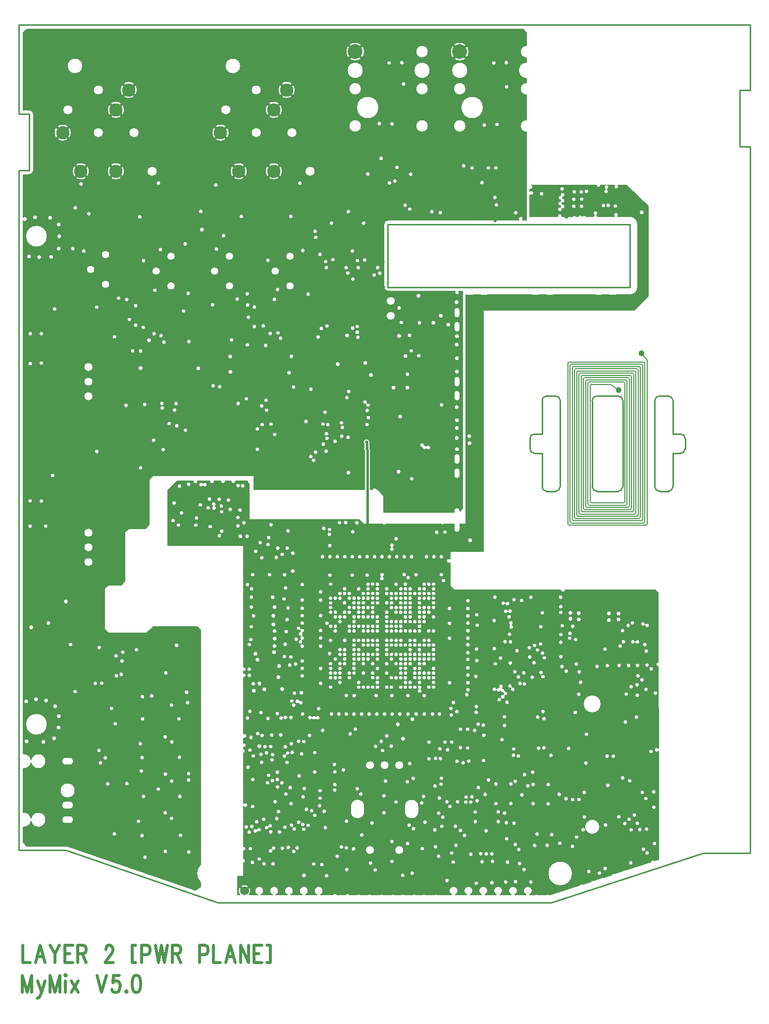
<source format=gbr>
*
*
G04 PADS Layout (Build Number 2006.45.1) generated Gerber (RS-274-X) file*
G04 PC Version=2.1*
*
%IN "MyMix V5.0_01.pcb"*%
*
%MOIN*%
*
%FSLAX35Y35*%
*
*
*
*
G04 PC Standard Apertures*
*
*
G04 Thermal Relief Aperture macro.*
%AMTER*
1,1,$1,0,0*
1,0,$1-$2,0,0*
21,0,$3,$4,0,0,45*
21,0,$3,$4,0,0,135*
%
*
*
G04 Annular Aperture macro.*
%AMANN*
1,1,$1,0,0*
1,0,$2,0,0*
%
*
*
G04 Odd Aperture macro.*
%AMODD*
1,1,$1,0,0*
1,0,$1-0.005,0,0*
%
*
*
G04 PC Custom Aperture Macros*
*
*
*
*
*
*
G04 PC Aperture Table*
*
%ADD010C,0.01*%
%ADD012C,0.015*%
%ADD013C,0.005*%
%ADD015C,0.008*%
%ADD030C,0.02*%
%ADD041C,0.025*%
%ADD051C,0.03*%
%ADD053C,0.019*%
%ADD088C,0.06*%
%ADD108C,0.09*%
%ADD148C,0.1*%
%ADD158C,0.002*%
%ADD174C,0.09488*%
%ADD182C,0.07087*%
%ADD184C,0.038*%
*
*
*
*
G04 PC Copper Outlines (0)*
G04 Layer Name MyMix V5.0_01.pcb - dark (0)*
%LPD*%
*
*
G04 PC Area=ANP004227*
G75*
G36*
G01*
X541500Y776767D02*
Y785431D01*
X539146Y787784D01*
X205104D01*
X202750Y785431D01*
Y733350D01*
X207000D01*
G02*
X209750Y730600I0J-2750D01*
G01*
Y692600D01*
G02*
X207000Y689850I-2750J0D01*
G01*
X202750D01*
Y661137D01*
G02*
Y658757I1143J-1190D01*
G01*
Y300219D01*
G02*
X208071Y296318I400J-5034D01*
Y294052I4921J-1133D01*
X202750Y290151I-4921J1133D01*
G01*
Y260849D01*
G02*
X208071Y256948I400J-5034D01*
Y254682I4921J-1133D01*
X202750Y250781I-4921J1133D01*
G01*
Y240533D01*
X205104Y238180D01*
X231500D01*
X231511D01*
X231526D01*
X231527D01*
G02*
X232363Y238041I-27J-2750D01*
G01*
X232374Y238039D01*
X318940Y208495D01*
X322038Y210711D01*
Y213754D01*
G02*
Y225598I5744J5922D01*
G01*
Y383484D01*
X319684Y385838D01*
X290392D01*
X285892Y381338D01*
X260184D01*
X257538Y383984D01*
Y411192D01*
X260184Y413838D01*
X268684D01*
X271038Y416192D01*
Y449192D01*
X273684Y451838D01*
X285184D01*
X287538Y454192D01*
Y484692D01*
X290184Y487338D01*
X358138D01*
Y478038D01*
X432488D01*
Y500188D01*
G02*
Y502734I-885J1273D01*
G01*
Y503985D01*
G02*
X432121Y506376I1633J1474D01*
G01*
Y508559D01*
G02*
X435567Y511295I1734J1354D01*
X436121Y509913I-1446J-1382D01*
G01*
Y506376D01*
G02*
X436320Y505395I-2000J-917D01*
G01*
X436330Y505372D01*
G02*
X436488Y504592I-1842J-780D01*
G01*
Y478038D01*
X437701D01*
G02*
X440875I1587J-450D01*
G01*
X441495D01*
X445538Y473788D01*
Y462838D01*
X492744D01*
Y463734D01*
G02*
X496844I2050J0D01*
G01*
Y463498D01*
X498538Y465192D01*
Y611423D01*
X496235D01*
G02*
X493387I-1424J-833D01*
G01*
X448300D01*
G02*
X445550Y614173I0J2750D01*
G01*
Y656500D01*
G02*
X448300Y659250I2750J0D01*
G01*
X536559D01*
G02*
X538948I1194J988D01*
G01*
X541500D01*
Y718470D01*
G02*
Y726767I117J4149D01*
G01*
Y743470D01*
G02*
Y751767I117J4149D01*
G01*
Y754598D01*
G02*
Y765443I117J5422D01*
G01*
Y768470D01*
G02*
Y776767I117J4149D01*
G37*
G74*
*
*
G04 PC Area=ANP000545*
G75*
G36*
G01*
X627915Y228293D02*
X630473Y229129D01*
X630390Y301852D01*
G02*
X630388Y303911I-1160J1028D01*
G01*
X630325Y358780D01*
G02*
X630322Y361872I-108J1546D01*
G01*
X630269Y408215D01*
X628145Y410338D01*
X567600D01*
G02*
X564506I-1547J102D01*
G01*
X492684D01*
X490038Y412984D01*
Y428763D01*
G02*
Y431213I-950J1225D01*
G01*
Y436350D01*
X512550D01*
Y598850D01*
X614097D01*
X623350Y608004D01*
Y668694D01*
X608699Y682850D01*
X603178D01*
G02*
X600966I-1106J-1086D01*
G01*
X596187D01*
G02*
X595870Y680001I-745J-1359D01*
X594740Y680109I-702J-1382D01*
X594697Y682850I702J1382D01*
G01*
X591645D01*
G02*
X588558Y682684I-1537J-197D01*
X587266Y682850I-467J1478D01*
G01*
X545007D01*
G02*
X543850Y680008I-784J-1337D01*
G01*
Y678717D01*
G02*
Y676322I984J-1197D01*
G01*
Y661750D01*
X562472D01*
G02*
X565544I1536J207D01*
G01*
X572484D01*
G02*
X575060I1288J-863D01*
G01*
X576324D01*
G02*
X579101Y661797I1400J-665D01*
X581849Y661750I1362J-740D01*
G01*
X586527D01*
G02*
X587353Y662659I1466J-503D01*
X588696Y662628I704J1381D01*
X589459Y661750I-703J-1381D01*
G01*
X600748D01*
G02*
X602896I1074J1118D01*
G01*
X611200D01*
G02*
X616450Y656500I0J-5250D01*
G01*
Y614173D01*
G02*
X611200Y608923I-5250J0D01*
G01*
X602255D01*
G02*
X601294Y608684I-961J1811D01*
G01*
X598294D01*
G02*
X597333Y608923I0J2050D01*
G01*
X592755D01*
G02*
X591794Y608684I-961J1811D01*
G01*
X588794D01*
G02*
X587833Y608923I0J2050D01*
G01*
X559755D01*
G02*
X558794Y608684I-961J1811D01*
G01*
X555794D01*
G02*
X554833Y608923I0J2050D01*
G01*
X550255D01*
G02*
X549294Y608684I-961J1811D01*
G01*
X546294D01*
G02*
X545333Y608923I0J2050D01*
G01*
X515555D01*
G02*
X514594Y608684I-961J1811D01*
G01*
X511594D01*
G02*
X510633Y608923I0J2050D01*
G01*
X506055D01*
G02*
X505094Y608684I-961J1811D01*
G01*
X502094D01*
G02*
X501133Y608923I0J2050D01*
G01*
X500950D01*
Y454838D01*
X496753D01*
G02*
X496844Y454234I-1959J-604D01*
G01*
Y451234D01*
G02*
X492744I-2050J0D01*
G01*
Y454234D01*
G02*
X492835Y454838I2050J0D01*
G01*
X486500D01*
G02*
X483838I-1331J795D01*
G01*
X447258D01*
G02*
X444318I-1470J750D01*
G01*
X431681D01*
X428834Y457838D01*
X420063D01*
G02*
X419223I-420J1492D01*
G01*
X416263D01*
G02*
X415121I-571J1441D01*
G01*
X354750D01*
Y482028D01*
G02*
X353646Y483750I538J1560D01*
G01*
X345930D01*
G02*
X342646I-1642J-162D01*
G01*
X338930D01*
G02*
X335646I-1642J-162D01*
G01*
X331430D01*
G02*
X328146I-1642J-162D01*
G01*
X320191D01*
G02*
X317233I-1479J-465D01*
G01*
X306604D01*
X300250Y477396D01*
Y440250D01*
X351038D01*
Y358641D01*
G02*
Y355567I203J-1537D01*
G01*
Y354468D01*
G02*
Y351408I250J-1530D01*
G01*
Y313543D01*
G02*
X351307Y310757I798J-1329D01*
X351038Y309097I-1420J-622D01*
G01*
Y307487D01*
G02*
Y304451I315J-1518D01*
G01*
Y303548D01*
G02*
Y300556I-407J-1496D01*
G01*
Y266545D01*
G02*
Y264745I1262J-900D01*
G01*
Y256847D01*
G02*
Y254527I-1028J-1160D01*
G01*
Y248630D01*
G02*
Y247004I-1320J-813D01*
G01*
Y237820D01*
G02*
Y234720I-22J-1550D01*
G01*
Y229695D01*
G02*
Y226621I-200J-1537D01*
G01*
Y217543D01*
X347152D01*
Y205250D01*
X348472D01*
G02*
X354952I3240J2750D01*
G01*
X360513D01*
G02*
X362911I1199J2750D01*
G01*
X370513D01*
G02*
X372911I1199J2750D01*
G01*
X380513D01*
G02*
X382911I1199J2750D01*
G01*
X390513D01*
G02*
X392911I1199J2750D01*
G01*
X400513D01*
G02*
X402911I1199J2750D01*
G01*
X411275D01*
G02*
X414297I1511J-662D01*
G01*
X419562D01*
G02*
X422585I1511J-662D01*
G01*
X427250D01*
G02*
X429898I1324J-985D01*
G01*
X434750D01*
G02*
X437398I1324J-985D01*
G01*
X442750D01*
G02*
X445398I1324J-985D01*
G01*
X450250D01*
G02*
X452898I1324J-985D01*
G01*
X457247D01*
G02*
X459929I1341J-962D01*
G01*
X464747D01*
G02*
X467429I1341J-962D01*
G01*
X471747D01*
G02*
X474429I1341J-962D01*
G01*
X479247D01*
G02*
X481929I1341J-962D01*
G01*
X491301D01*
G02*
X493699I1199J2750D01*
G01*
X501301D01*
G02*
X503699I1199J2750D01*
G01*
X511301D01*
G02*
X513699I1199J2750D01*
G01*
X521301D01*
G02*
X523699I1199J2750D01*
G01*
X531301D01*
G02*
X533699I1199J2750D01*
G01*
X541301D01*
G02*
X543699I1199J2750D01*
G01*
X547117D01*
G02*
X549459I1171J-1162D01*
G01*
X554617D01*
G02*
X556959I1171J-1162D01*
G01*
X557432D01*
X577270Y211736D01*
G02*
X579630Y212507I1518J-648D01*
G01*
X584748Y214180D01*
G02*
X587181Y214976I1540J-592D01*
G01*
X591933Y216529D01*
G02*
X593825Y217148I1355J-941D01*
G01*
X598785Y218770D01*
G02*
X601098Y219526I1503J-682D01*
G01*
X606261Y221214D01*
G02*
X608650Y221995I1527J-626D01*
G01*
X625167Y227394D01*
G02*
X627915Y228293I1621J-306D01*
G37*
G74*
*
*
G04 PC Void Outlines (0)*
G04 Layer Name MyMix V5.0_01.pcb - clear (0)*
%LPC*%
*
*
G04 PC Area=ANP004227*
G75*
G36*
G01*
X534335Y662609D02*
G03*
X534335I-0J1550D01*
G37*
G74*
*
G75*
G36*
G01*
X528197Y747417D02*
G03*
X528197I-0J1550D01*
G37*
G74*
*
G75*
G36*
G01*
X527979Y763661D02*
G03*
X527979I0J1550D01*
G37*
G74*
*
G75*
G36*
G01*
X521360Y667909D02*
G03*
X521360I0J1550D01*
G37*
G74*
*
G75*
G36*
G01*
X520314Y672878D02*
G03*
X520314I0J1550D01*
G37*
G74*
*
G75*
G36*
G01*
X521059Y692836D02*
G03*
X521059I0J1550D01*
G37*
G74*
*
G75*
G36*
G01*
X521700Y722099D02*
G03*
X521700I0J1550D01*
G37*
G74*
*
G75*
G36*
G01*
X519579Y763401D02*
G03*
X519579I-0J1550D01*
G37*
G74*
*
G75*
G36*
G01*
X515941Y692763D02*
G03*
X515941I0J1550D01*
G37*
G74*
*
G75*
G36*
G01*
X511633Y682909D02*
G03*
X511633I0J1550D01*
G37*
G74*
*
G75*
G36*
G01*
X513100Y721641D02*
G03*
X513100I0J1550D01*
G37*
G74*
*
G75*
G36*
G01*
X504941Y692763D02*
G03*
X504941I0J1550D01*
G37*
G74*
*
G75*
G36*
G01*
X496844Y490434D02*
Y487434D01*
G02*
X492744I-2050J0D01*
G01*
Y490434D01*
G02*
X496844I2050J0D01*
G37*
G74*
*
G75*
G36*
G01*
Y500034D02*
Y497034D01*
G02*
X492744I-2050J0D01*
G01*
Y500034D01*
G02*
X496844I2050J0D01*
G37*
G74*
*
G75*
G36*
G01*
X494811Y503458D02*
G03*
X494811I0J1650D01*
G37*
G74*
*
G75*
G36*
G01*
X494631Y511044D02*
G03*
X494631I0J1650D01*
G37*
G74*
*
G75*
G36*
G01*
X494721Y517727D02*
G03*
X494721I0J1650D01*
G37*
G74*
*
G75*
G36*
G01*
X494736Y522963D02*
G03*
X494736I0J1650D01*
G37*
G74*
*
G75*
G36*
G01*
X494631Y531725D02*
G03*
X494631I0J1650D01*
G37*
G74*
*
G75*
G36*
G01*
X496844Y542634D02*
Y539634D01*
G02*
X492744I-2050J0D01*
G01*
Y542634D01*
G02*
X496844I2050J0D01*
G37*
G74*
*
G75*
G36*
G01*
Y552134D02*
Y549134D01*
G02*
X492744I-2050J0D01*
G01*
Y552134D01*
G02*
X496844I2050J0D01*
G37*
G74*
*
G75*
G36*
G01*
X494736Y555651D02*
G03*
X494736I0J1650D01*
G37*
G74*
*
G75*
G36*
G01*
X494721Y564688D02*
G03*
X494721I0J1650D01*
G37*
G74*
*
G75*
G36*
G01*
X494631Y573809D02*
G03*
X494631I0J1650D01*
G37*
G74*
*
G75*
G36*
G01*
X494811Y579499D02*
G03*
X494811I0J1650D01*
G37*
G74*
*
G75*
G36*
G01*
X496844Y589034D02*
Y586034D01*
G02*
X492744I-2050J0D01*
G01*
Y589034D01*
G02*
X496844I2050J0D01*
G37*
G74*
*
G75*
G36*
G01*
Y598534D02*
Y595534D01*
G02*
X492744I-2050J0D01*
G01*
Y598534D01*
G02*
X496844I2050J0D01*
G37*
G74*
*
G75*
G36*
G01*
X494540Y602437D02*
G03*
X494540I0J1650D01*
G37*
G74*
*
G75*
G36*
G01*
X499346Y694209D02*
G03*
X499346I0J1550D01*
G37*
G74*
*
G75*
G36*
G01*
X496617Y718469D02*
G03*
X496617I0J4150D01*
G37*
G74*
*
G75*
G36*
G01*
X505003Y727498D02*
G03*
X505003I0J7522D01*
G37*
G74*
*
G75*
G36*
G01*
X496617Y743469D02*
G03*
X496617I0J4150D01*
G37*
G74*
*
G75*
G36*
G01*
Y754596D02*
G03*
X496617I0J5424D01*
G37*
G74*
*
G75*
G36*
G01*
Y766369D02*
G03*
X496617I0J6250D01*
G37*
G74*
*
G75*
G36*
G01*
X483600Y662709D02*
G03*
X483600I0J1550D01*
G37*
G74*
*
G75*
G36*
G01*
X477882Y663379D02*
G03*
X477882I0J1550D01*
G37*
G74*
*
G75*
G36*
G01*
X471271Y718469D02*
G03*
X471271I0J4150D01*
G37*
G74*
*
G75*
G36*
G01*
Y743469D02*
G03*
X471271I0J4150D01*
G37*
G74*
*
G75*
G36*
G01*
Y754596D02*
G03*
X471271I0J5424D01*
G37*
G74*
*
G75*
G36*
G01*
Y768469D02*
G03*
X471271I0J4150D01*
G37*
G74*
*
G75*
G36*
G01*
X462995Y665101D02*
G03*
X462995I0J1550D01*
G37*
G74*
*
G75*
G36*
G01*
X463693Y688609D02*
G03*
X463693I0J1550D01*
G37*
G74*
*
G75*
G36*
G01*
X459869Y667709D02*
G03*
X459869I0J1550D01*
G37*
G74*
*
G75*
G36*
G01*
X458840Y749316D02*
G03*
X458840I-0J1550D01*
G37*
G74*
*
G75*
G36*
G01*
X457732Y763605D02*
G03*
X457732I0J1550D01*
G37*
G74*
*
G75*
G36*
G01*
X453008Y683953D02*
G03*
X453008I0J1550D01*
G37*
G74*
*
G75*
G36*
G01*
X454383Y693143D02*
G03*
X454383I0J1550D01*
G37*
G74*
*
G75*
G36*
G01*
X449316Y682709D02*
G03*
X449316I0J1550D01*
G37*
G74*
*
G75*
G36*
G01*
X451100Y722411D02*
G03*
X451100I0J1550D01*
G37*
G74*
*
G75*
G36*
G01*
X449133Y763459D02*
G03*
X449133I-0J1550D01*
G37*
G74*
*
G75*
G36*
G01*
X442800Y621982D02*
G03*
X442800I0J1550D01*
G37*
G74*
*
G75*
G36*
G01*
X439288Y481938D02*
G03*
X439288I0J1650D01*
G37*
G74*
*
G75*
G36*
G01*
Y488938D02*
G03*
X439288I0J1650D01*
G37*
G74*
*
G75*
G36*
G01*
Y495438D02*
G03*
X439288I0J1650D01*
G37*
G74*
*
G75*
G36*
G01*
Y501938D02*
G03*
X439288I0J1650D01*
G37*
G74*
*
G75*
G36*
G01*
Y507938D02*
G03*
X439288I0J1650D01*
G37*
G74*
*
G75*
G36*
G01*
X434216Y520152D02*
G03*
X434216I0J1550D01*
G37*
G74*
*
G75*
G36*
G01*
X435157Y524809D02*
G03*
X435157I0J1550D01*
G37*
G74*
*
G75*
G36*
G01*
X434306Y529611D02*
G03*
X434306I0J1550D01*
G37*
G74*
*
G75*
G36*
G01*
X434236Y536058D02*
G02*
X433569Y535392I711J-1377D01*
X434236Y536058I-711J1377D01*
G37*
G74*
*
G75*
G36*
G01*
X436925Y553417D02*
G03*
X436925I0J1650D01*
G37*
G74*
*
G75*
G36*
G01*
X439100Y620750D02*
G03*
X439100I0J1550D01*
G37*
G74*
*
G75*
G36*
G01*
X441376Y625709D02*
G03*
X441376I0J1550D01*
G37*
G74*
*
G75*
G36*
G01*
X443700Y699228D02*
G03*
X443700I0J1550D01*
G37*
G74*
*
G75*
G36*
G01*
X442500Y722655D02*
G03*
X442500I0J1550D01*
G37*
G74*
*
G75*
G36*
G01*
X433020Y561464D02*
G03*
X433020I0J1650D01*
G37*
G74*
*
G75*
G36*
G01*
X432780Y630852D02*
G03*
X432780I0J1550D01*
G37*
G74*
*
G75*
G36*
G01*
X432021Y655655D02*
G03*
X432021I0J1550D01*
G37*
G74*
*
G75*
G36*
G01*
X434760Y688709D02*
G03*
X434760I0J1550D01*
G37*
G74*
*
G75*
G36*
G01*
X425788Y481938D02*
G03*
X425788I0J1650D01*
G37*
G74*
*
G75*
G36*
G01*
X428100Y578887D02*
G03*
X428100I0J1550D01*
G37*
G74*
*
G75*
G36*
G01*
X427669Y582188D02*
G03*
X427669I0J1650D01*
G37*
G74*
*
G75*
G36*
G01*
X421656Y487718D02*
G03*
X421656I0J1650D01*
G37*
G74*
*
G75*
G36*
G01*
X421478Y511486D02*
G03*
X421478I0J1550D01*
G37*
G74*
*
G75*
G36*
G01*
X417260Y512248D02*
G03*
X417260I0J1550D01*
G37*
G74*
*
G75*
G36*
G01*
X417666Y518238D02*
G03*
X417666I0J1550D01*
G37*
G74*
*
G75*
G36*
G01*
X420697Y538290D02*
G03*
X420697I-0J1550D01*
G37*
G74*
*
G75*
G36*
G01*
X421925Y542344D02*
G03*
X421925I0J1550D01*
G37*
G74*
*
G75*
G36*
G01*
X424505Y585094D02*
G03*
X424505I-0J1550D01*
G37*
G74*
*
G75*
G36*
G01*
X427576Y586168D02*
G03*
X427576I-0J1550D01*
G37*
G74*
*
G75*
G36*
G01*
X428291Y625709D02*
G03*
X428291I0J1550D01*
G37*
G74*
*
G75*
G36*
G01*
X427800Y630446D02*
G03*
X427800I0J1550D01*
G37*
G74*
*
G75*
G36*
G01*
X424676Y617968D02*
G03*
X424676I0J1550D01*
G37*
G74*
*
G75*
G36*
G01*
X420788Y579938D02*
G03*
X420788I0J1650D01*
G37*
G74*
*
G75*
G36*
G01*
X421300Y622060D02*
G03*
X421300I0J1550D01*
G37*
G74*
*
G75*
G36*
G01*
X424364Y636909D02*
G03*
X424364I0J1550D01*
G37*
G74*
*
G75*
G36*
G01*
X420151Y625709D02*
G03*
X420151I0J1550D01*
G37*
G74*
*
G75*
G36*
G01*
X421591Y663379D02*
G03*
X421591I-0J1550D01*
G37*
G74*
*
G75*
G36*
G01*
X426271Y718469D02*
G03*
X426271I0J4150D01*
G37*
G74*
*
G75*
G36*
G01*
X434657Y727498D02*
G03*
X434657I0J7522D01*
G37*
G74*
*
G75*
G36*
G01*
X426271Y743469D02*
G03*
X426271I0J4150D01*
G37*
G74*
*
G75*
G36*
G01*
Y754596D02*
G03*
X426271I0J5424D01*
G37*
G74*
*
G75*
G36*
G01*
Y766369D02*
G03*
X426271I0J6250D01*
G37*
G74*
*
G75*
G36*
G01*
X417005Y521295D02*
G03*
X417005I0J1550D01*
G37*
G74*
*
G75*
G36*
G01*
X412736Y508894D02*
G03*
X412736I0J1550D01*
G37*
G74*
*
G75*
G36*
G01*
X414551Y560662D02*
G03*
X414551I0J1650D01*
G37*
G74*
*
G75*
G36*
G01*
X411309Y631182D02*
G03*
X411309I-0J1550D01*
G37*
G74*
*
G75*
G36*
G01*
X406661Y502225D02*
G03*
X406661I0J1550D01*
G37*
G74*
*
G75*
G36*
G01*
X404789Y506960D02*
G03*
X404789I0J1550D01*
G37*
G74*
*
G75*
G36*
G01*
X407389Y513981D02*
G02*
X406855Y513925I-105J-1546D01*
X407389Y513981I105J1546D01*
G37*
G74*
*
G75*
G36*
G01*
X407858Y520126D02*
G03*
X407858I0J1550D01*
G37*
G74*
*
G75*
G36*
G01*
X404639Y520434D02*
G03*
X404639I0J1550D01*
G37*
G74*
*
G75*
G36*
G01*
X405934Y528487D02*
G03*
X405934I0J1550D01*
G37*
G74*
*
G75*
G36*
G01*
X407307Y586445D02*
G03*
X407307I-0J1550D01*
G37*
G74*
*
G75*
G36*
G01*
X410354Y655631D02*
G03*
X410354I0J1550D01*
G37*
G74*
*
G75*
G36*
G01*
X406885Y625709D02*
G03*
X406885I0J1550D01*
G37*
G74*
*
G75*
G36*
G01*
X400788Y482438D02*
G03*
X400788I0J1650D01*
G37*
G74*
*
G75*
G36*
G01*
X398300Y496050D02*
G03*
X398300I0J1550D01*
G37*
G74*
*
G75*
G36*
G01*
X399549Y501495D02*
G03*
X399549I0J1550D01*
G37*
G74*
*
G75*
G36*
G01*
X401288Y579038D02*
G03*
X401288I0J1550D01*
G37*
G74*
*
G75*
G36*
G01*
X403498Y584848D02*
G03*
X403498I0J1550D01*
G37*
G74*
*
G75*
G36*
G01*
X406400Y629812D02*
G03*
X406400I0J1550D01*
G37*
G74*
*
G75*
G36*
G01*
X402579Y634626D02*
G03*
X402579I0J1550D01*
G37*
G74*
*
G75*
G36*
G01*
X399700Y646084D02*
G03*
X399700I0J1550D01*
G37*
G74*
*
G75*
G36*
G01*
X394788Y482438D02*
G03*
X394788I0J1650D01*
G37*
G74*
*
G75*
G36*
G01*
X396405Y498576D02*
G03*
X396405I0J1550D01*
G37*
G74*
*
G75*
G36*
G01*
X396441Y543953D02*
G03*
X396441I0J1550D01*
G37*
G74*
*
G75*
G36*
G01*
X399243Y650185D02*
G03*
X399243I-0J1550D01*
G37*
G74*
*
G75*
G36*
G01*
X393175Y522209D02*
G03*
X393175I0J1550D01*
G37*
G74*
*
G75*
G36*
G01*
X394526Y607850D02*
G03*
X394526I0J1550D01*
G37*
G74*
*
G75*
G36*
G01*
X391000Y637210D02*
G03*
X391000I0J1550D01*
G37*
G74*
*
G75*
G36*
G01*
X395880Y688726D02*
G03*
X395880I0J3400D01*
G37*
G74*
*
G75*
G36*
G01*
X387788Y482438D02*
G03*
X387788I0J1650D01*
G37*
G74*
*
G75*
G36*
G01*
X389075Y682535D02*
G03*
X389075I-0J1550D01*
G37*
G74*
*
G75*
G36*
G01*
X384792Y545371D02*
G03*
X384792I0J1550D01*
G37*
G74*
*
G75*
G36*
G01*
X380288Y482438D02*
G03*
X380288I0J1650D01*
G37*
G74*
*
G75*
G36*
G01*
X381788Y554938D02*
G03*
X381788I0J1650D01*
G37*
G74*
*
G75*
G36*
G01*
X383288Y566038D02*
G03*
X383288I0J1550D01*
G37*
G74*
*
G75*
G36*
G01*
X382400Y612159D02*
G03*
X382400I0J2800D01*
G37*
G74*
*
G75*
G36*
G01*
Y632159D02*
G03*
X382400I0J2800D01*
G37*
G74*
*
G75*
G36*
G01*
X382900Y660222D02*
G03*
X382900I0J1550D01*
G37*
G74*
*
G75*
G36*
G01*
X383676Y714710D02*
G03*
X383676I0J3400D01*
G37*
G74*
*
G75*
G36*
G01*
X374212Y478663D02*
G03*
X374212I0J1550D01*
G37*
G74*
*
G75*
G36*
G01*
X376008Y578266D02*
G03*
X376008I0J1550D01*
G37*
G74*
*
G75*
G36*
G01*
X370788Y481938D02*
G03*
X370788I0J1650D01*
G37*
G74*
*
G75*
G36*
G01*
X372058Y513490D02*
G03*
X372058I-0J1550D01*
G37*
G74*
*
G75*
G36*
G01*
X374295Y581766D02*
G03*
X374295I0J1550D01*
G37*
G74*
*
G75*
G36*
G01*
X369662Y520432D02*
G03*
X369662I0J1550D01*
G37*
G74*
*
G75*
G36*
G01*
X364288Y481938D02*
G03*
X364288I0J1650D01*
G37*
G74*
*
G75*
G36*
G01*
X363608Y520177D02*
G03*
X363608I0J1550D01*
G37*
G74*
*
G75*
G36*
G01*
X366588Y529838D02*
G03*
X366588I0J1550D01*
G37*
G74*
*
G75*
G36*
G01*
X360432Y478741D02*
G03*
X360432I0J1550D01*
G37*
G74*
*
G75*
G36*
G01*
X360403Y503510D02*
G03*
X360403I0J1550D01*
G37*
G74*
*
G75*
G36*
G01*
X360400Y517181D02*
G03*
X360400I0J1550D01*
G37*
G74*
*
G75*
G36*
G01*
X363300Y532696D02*
G03*
X363300I0J1550D01*
G37*
G74*
*
G75*
G36*
G01*
X366288Y536538D02*
G03*
X366288I0J1550D01*
G37*
G74*
*
G75*
G36*
G01*
X366031Y573350D02*
G03*
X366031I0J1550D01*
G37*
G74*
*
G75*
G36*
G01*
X369043Y581390D02*
G03*
X369043I-0J1550D01*
G37*
G74*
*
G75*
G36*
G01*
X371884Y604434D02*
G03*
X371884I-0J1550D01*
G37*
G74*
*
G75*
G36*
G01*
X374005Y611062D02*
G03*
X374005I-0J1550D01*
G37*
G74*
*
G75*
G36*
G01*
X372400Y622159D02*
G03*
X372400I0J2800D01*
G37*
G74*
*
G75*
G36*
G01*
X367561Y630655D02*
G03*
X367561I0J1550D01*
G37*
G74*
*
G75*
G36*
G01*
X364419Y586550D02*
G03*
X364419I0J1550D01*
G37*
G74*
*
G75*
G36*
G01*
X371471Y686376D02*
G03*
X371471I0J5750D01*
G37*
G74*
*
G75*
G36*
G01*
Y727714D02*
G03*
X371471I0J5750D01*
G37*
G74*
*
G75*
G36*
G01*
X380132Y741100D02*
G03*
X380132I0J5750D01*
G37*
G74*
*
G75*
G36*
G01*
X358400Y586025D02*
G03*
X358400I0J1550D01*
G37*
G74*
*
G75*
G36*
G01*
Y599240D02*
G03*
X358400I0J1550D01*
G37*
G74*
*
G75*
G36*
G01*
X359660Y714710D02*
G03*
X359660I0J3400D01*
G37*
G74*
*
G75*
G36*
G01*
Y743450D02*
G03*
X359660I0J3400D01*
G37*
G74*
*
G75*
G36*
G01*
X353000Y537523D02*
G03*
X353000I0J1550D01*
G37*
G74*
*
G75*
G36*
G01*
X353637Y573750D02*
G03*
X353637I0J1550D01*
G37*
G74*
*
G75*
G36*
G01*
X354376Y592333D02*
G03*
X354376I0J1550D01*
G37*
G74*
*
G75*
G36*
G01*
X353853Y600509D02*
G03*
X353853I0J1550D01*
G37*
G74*
*
G75*
G36*
G01*
X353596Y608050D02*
G03*
X353596I0J1550D01*
G37*
G74*
*
G75*
G36*
G01*
X347483Y534309D02*
G03*
X347483I0J1550D01*
G37*
G74*
*
G75*
G36*
G01*
X346886Y604582D02*
G03*
X346886I0J1550D01*
G37*
G74*
*
G75*
G36*
G01*
X349600Y660222D02*
G03*
X349600I0J1550D01*
G37*
G74*
*
G75*
G36*
G01*
X342288Y555438D02*
G03*
X342288I0J1650D01*
G37*
G74*
*
G75*
G36*
G01*
X342149Y565809D02*
G03*
X342149I0J1650D01*
G37*
G74*
*
G75*
G36*
G01*
X343056Y577050D02*
G03*
X343056I0J1550D01*
G37*
G74*
*
G75*
G36*
G01*
X341600Y612159D02*
G03*
X341600I0J2800D01*
G37*
G74*
*
G75*
G36*
G01*
Y632159D02*
G03*
X341600I0J2800D01*
G37*
G74*
*
G75*
G36*
G01*
X347849Y686376D02*
G03*
X347849I0J5750D01*
G37*
G74*
*
G75*
G36*
G01*
X335100Y545584D02*
G03*
X335100I0J1550D01*
G37*
G74*
*
G75*
G36*
G01*
X337673Y647236D02*
G03*
X337673I0J1550D01*
G37*
G74*
*
G75*
G36*
G01*
X330600Y546240D02*
G03*
X330600I0J1550D01*
G37*
G74*
*
G75*
G36*
G01*
X330235Y600767D02*
G03*
X330235I0J1550D01*
G37*
G74*
*
G75*
G36*
G01*
X331600Y622159D02*
G03*
X331600I0J2800D01*
G37*
G74*
*
G75*
G36*
G01*
X332900Y638224D02*
G03*
X332900I0J1550D01*
G37*
G74*
*
G75*
G36*
G01*
X332430Y681358D02*
G03*
X332430I0J1550D01*
G37*
G74*
*
G75*
G36*
G01*
X335644Y712360D02*
G03*
X335644I0J5750D01*
G37*
G74*
*
G75*
G36*
G01*
X339188Y730064D02*
G03*
X339188I0J3400D01*
G37*
G74*
*
G75*
G36*
G01*
X343912Y757792D02*
G03*
X343912I0J5200D01*
G37*
G74*
*
G75*
G36*
G01*
X314288Y232538D02*
G03*
X314288I0J1550D01*
G37*
G74*
*
G75*
G36*
G01*
X314095Y280974D02*
G03*
X314095I0J1550D01*
G37*
G74*
*
G75*
G36*
G01*
X314099Y285273D02*
G03*
X314099I0J1550D01*
G37*
G74*
*
G75*
G36*
G01*
X313535Y332980D02*
G03*
X313535I0J1550D01*
G37*
G74*
*
G75*
G36*
G01*
X312788Y339938D02*
G03*
X312788I0J1650D01*
G37*
G74*
*
G75*
G36*
G01*
X308686Y243754D02*
G03*
X308686I0J1550D01*
G37*
G74*
*
G75*
G36*
G01*
X308277Y269914D02*
G03*
X308277I0J1550D01*
G37*
G74*
*
G75*
G36*
G01*
X308016Y296214D02*
G03*
X308016I0J1550D01*
G37*
G74*
*
G75*
G36*
G01*
X307655Y322091D02*
G03*
X307655I0J1550D01*
G37*
G74*
*
G75*
G36*
G01*
X306017Y371450D02*
G03*
X306017I0J1650D01*
G37*
G74*
*
G75*
G36*
G01*
X302681Y255098D02*
G03*
X302681I0J1550D01*
G37*
G74*
*
G75*
G36*
G01*
X302802Y280217D02*
G03*
X302802I0J1550D01*
G37*
G74*
*
G75*
G36*
G01*
X302803Y306633D02*
G03*
X302803I0J1550D01*
G37*
G74*
*
G75*
G36*
G01*
X302621Y331351D02*
G03*
X302621I0J1550D01*
G37*
G74*
*
G75*
G36*
G01*
X298433Y232959D02*
G03*
X298433I-0J1550D01*
G37*
G74*
*
G75*
G36*
G01*
X298358Y258883D02*
G03*
X298358I-0J1550D01*
G37*
G74*
*
G75*
G36*
G01*
X298521Y284989D02*
G03*
X298521I-0J1550D01*
G37*
G74*
*
G75*
G36*
G01*
X298349Y310007D02*
G03*
X298349I-0J1550D01*
G37*
G74*
*
G75*
G36*
G01*
X298788Y353038D02*
G03*
X298788I0J1550D01*
G37*
G74*
*
G75*
G36*
G01*
X293745Y274782D02*
G03*
X293745I0J1550D01*
G37*
G74*
*
G75*
G36*
G01*
X289261Y337519D02*
G03*
X289261I-0J1550D01*
G37*
G74*
*
G75*
G36*
G01*
X284788Y229038D02*
G03*
X284788I0J1550D01*
G37*
G74*
*
G75*
G36*
G01*
X282788Y243538D02*
G03*
X282788I0J1550D01*
G37*
G74*
*
G75*
G36*
G01*
X283871Y269914D02*
G03*
X283871I0J1550D01*
G37*
G74*
*
G75*
G36*
G01*
X280379Y253169D02*
G03*
X280379I0J1550D01*
G37*
G74*
*
G75*
G36*
G01*
X282288Y287038D02*
G03*
X282288I0J1550D01*
G37*
G74*
*
G75*
G36*
G01*
X282788Y296038D02*
G03*
X282788I0J1550D01*
G37*
G74*
*
G75*
G36*
G01*
X281538Y305361D02*
G03*
X281538I0J1550D01*
G37*
G74*
*
G75*
G36*
G01*
X283161Y322091D02*
G03*
X283161I0J1550D01*
G37*
G74*
*
G75*
G36*
G01*
X283116Y337088D02*
G03*
X283116I0J1550D01*
G37*
G74*
*
G75*
G36*
G01*
X278993Y368610D02*
G03*
X278993I0J1550D01*
G37*
G74*
*
G75*
G36*
G01*
X272611Y278526D02*
G03*
X272611I0J1550D01*
G37*
G74*
*
G75*
G36*
G01*
X268815Y352071D02*
G03*
X268815I0J1550D01*
G37*
G74*
*
G75*
G36*
G01*
X269288Y361038D02*
G03*
X269288I0J1550D01*
G37*
G74*
*
G75*
G36*
G01*
X269788Y367038D02*
G03*
X269788I0J1550D01*
G37*
G74*
*
G75*
G36*
G01*
X264158Y244712D02*
G03*
X264158I-0J1550D01*
G37*
G74*
*
G75*
G36*
G01*
X264694Y318829D02*
G03*
X264694I0J1550D01*
G37*
G74*
*
G75*
G36*
G01*
X265502Y351118D02*
G03*
X265502I0J1550D01*
G37*
G74*
*
G75*
G36*
G01*
X259810Y278405D02*
G03*
X259810I0J1550D01*
G37*
G74*
*
G75*
G36*
G01*
X262281Y329109D02*
G03*
X262281I0J1550D01*
G37*
G74*
*
G75*
G36*
G01*
X265288Y364538D02*
G03*
X265288I0J1550D01*
G37*
G74*
*
G75*
G36*
G01*
X258080Y295857D02*
G03*
X258080I0J1550D01*
G37*
G74*
*
G75*
G36*
G01*
X320685Y557909D02*
G03*
X320685I0J1650D01*
G37*
G74*
*
G75*
G36*
G01*
X323087Y651246D02*
G03*
X323087I0J1650D01*
G37*
G74*
*
G75*
G36*
G01*
X322348Y663417D02*
G03*
X322348I-0J1650D01*
G37*
G74*
*
G75*
G36*
G01*
X312000Y516323D02*
G03*
X312000I0J1550D01*
G37*
G74*
*
G75*
G36*
G01*
X314312Y576013D02*
G03*
X314312I0J1550D01*
G37*
G74*
*
G75*
G36*
G01*
X310731Y596510D02*
G03*
X310731I-0J1550D01*
G37*
G74*
*
G75*
G36*
G01*
X313827Y608450D02*
G03*
X313827I0J1550D01*
G37*
G74*
*
G75*
G36*
G01*
X311809Y641659D02*
G03*
X311809I0J1550D01*
G37*
G74*
*
G75*
G36*
G01*
X306189Y519309D02*
G03*
X306189I0J1550D01*
G37*
G74*
*
G75*
G36*
G01*
X304680Y529868D02*
G03*
X304680I0J1550D01*
G37*
G74*
*
G75*
G36*
G01*
X305688Y534238D02*
G03*
X305688I0J1550D01*
G37*
G74*
*
G75*
G36*
G01*
X301000Y520747D02*
G03*
X301000I0J1550D01*
G37*
G74*
*
G75*
G36*
G01*
X302300Y612159D02*
G03*
X302300I0J2800D01*
G37*
G74*
*
G75*
G36*
G01*
Y632159D02*
G03*
X302300I0J2800D01*
G37*
G74*
*
G75*
G36*
G01*
X297000Y503277D02*
G03*
X297000I0J1550D01*
G37*
G74*
*
G75*
G36*
G01*
X296594Y534424D02*
G02*
X295936Y534371I-206J-1536D01*
X296594Y534424I206J1536D01*
G37*
G74*
*
G75*
G36*
G01*
X297581Y575627D02*
G03*
X297581I0J1550D01*
G37*
G74*
*
G75*
G36*
G01*
X295548Y579898D02*
G03*
X295548I0J1550D01*
G37*
G74*
*
G75*
G36*
G01*
X290531Y509591D02*
G03*
X290531I-0J1550D01*
G37*
G74*
*
G75*
G36*
G01*
X290900Y581246D02*
G03*
X290900I0J1550D01*
G37*
G74*
*
G75*
G36*
G01*
X291473Y610464D02*
G03*
X291473I0J1550D01*
G37*
G74*
*
G75*
G36*
G01*
X292300Y622159D02*
G03*
X292300I0J2800D01*
G37*
G74*
*
G75*
G36*
G01*
X295131Y637890D02*
G03*
X295131I0J1550D01*
G37*
G74*
*
G75*
G36*
G01*
X293896Y682597D02*
G03*
X293896I0J1550D01*
G37*
G74*
*
G75*
G36*
G01*
X281803Y491030D02*
G03*
X281803I0J1550D01*
G37*
G74*
*
G75*
G36*
G01*
X284581Y533668D02*
G03*
X284581I0J1550D01*
G37*
G74*
*
G75*
G36*
G01*
X287460Y576722D02*
G03*
X287460I0J1650D01*
G37*
G74*
*
G75*
G36*
G01*
X289580Y688726D02*
G03*
X289580I0J3400D01*
G37*
G74*
*
G75*
G36*
G01*
X281777Y558009D02*
G03*
X281777I0J1650D01*
G37*
G74*
*
G75*
G36*
G01*
X281900Y569648D02*
G03*
X281900I0J1550D01*
G37*
G74*
*
G75*
G36*
G01*
X283592Y585509D02*
G03*
X283592I0J1550D01*
G37*
G74*
*
G75*
G36*
G01*
X283837Y630455D02*
G03*
X283837I0J1550D01*
G37*
G74*
*
G75*
G36*
G01*
X276500Y569768D02*
G03*
X276500I0J1550D01*
G37*
G74*
*
G75*
G36*
G01*
X278500Y586985D02*
G03*
X278500I0J1550D01*
G37*
G74*
*
G75*
G36*
G01*
Y600117D02*
G03*
X278500I0J1550D01*
G37*
G74*
*
G75*
G36*
G01*
X281200Y659828D02*
G03*
X281200I0J1550D01*
G37*
G74*
*
G75*
G36*
G01*
X271952Y533021D02*
G03*
X271952I-0J1550D01*
G37*
G74*
*
G75*
G36*
G01*
X274289Y590756D02*
G03*
X274289I0J1550D01*
G37*
G74*
*
G75*
G36*
G01*
X272500Y604238D02*
G03*
X272500I0J1550D01*
G37*
G74*
*
G75*
G36*
G01*
X277376Y714710D02*
G03*
X277376I0J3400D01*
G37*
G74*
*
G75*
G36*
G01*
X264222Y579150D02*
G03*
X264222I0J1550D01*
G37*
G74*
*
G75*
G36*
G01*
X267100Y605153D02*
G03*
X267100I0J1550D01*
G37*
G74*
*
G75*
G36*
G01*
X254788Y292538D02*
G03*
X254788I0J1550D01*
G37*
G74*
*
G75*
G36*
G01*
X253800Y300850D02*
G03*
X253800I0J1550D01*
G37*
G74*
*
G75*
G36*
G01*
X255675Y346096D02*
G03*
X255675I0J1550D01*
G37*
G74*
*
G75*
G36*
G01*
X251350Y345984D02*
G03*
X251350I0J1550D01*
G37*
G74*
*
G75*
G36*
G01*
X253912Y370064D02*
G03*
X253912I0J1550D01*
G37*
G74*
*
G75*
G36*
G01*
X258200Y613259D02*
G03*
X258200I0J2800D01*
G37*
G74*
*
G75*
G36*
G01*
Y633259D02*
G03*
X258200I0J2800D01*
G37*
G74*
*
G75*
G36*
G01*
X265171Y686376D02*
G03*
X265171I0J5750D01*
G37*
G74*
*
G75*
G36*
G01*
Y727714D02*
G03*
X265171I0J5750D01*
G37*
G74*
*
G75*
G36*
G01*
X273832Y741100D02*
G03*
X273832I0J5750D01*
G37*
G74*
*
G75*
G36*
G01*
X252288Y502038D02*
G03*
X252288I0J1550D01*
G37*
G74*
*
G75*
G36*
G01*
X252245Y599167D02*
G03*
X252245I0J1550D01*
G37*
G74*
*
G75*
G36*
G01*
X246685Y426190D02*
G03*
X246685I0J3050D01*
G37*
G74*
*
G75*
G36*
G01*
Y436033D02*
G03*
X246685I0J3050D01*
G37*
G74*
*
G75*
G36*
G01*
Y445875D02*
G03*
X246685I0J3051D01*
G37*
G74*
*
G75*
G36*
G01*
Y537685D02*
G03*
X246685I0J3050D01*
G37*
G74*
*
G75*
G36*
G01*
Y547528D02*
G03*
X246685I0J3050D01*
G37*
G74*
*
G75*
G36*
G01*
Y557370D02*
G03*
X246685I0J3051D01*
G37*
G74*
*
G75*
G36*
G01*
X248200Y623259D02*
G03*
X248200I0J2800D01*
G37*
G74*
*
G75*
G36*
G01*
X253360Y714710D02*
G03*
X253360I0J3400D01*
G37*
G74*
*
G75*
G36*
G01*
Y743450D02*
G03*
X253360I0J3400D01*
G37*
G74*
*
G75*
G36*
G01*
X247000Y661982D02*
G03*
X247000I0J1550D01*
G37*
G74*
*
G75*
G36*
G01*
X243600Y636860D02*
G03*
X243600I0J1550D01*
G37*
G74*
*
G75*
G36*
G01*
X241777Y682084D02*
G03*
X241777I-0J1550D01*
G37*
G74*
*
G75*
G36*
G01*
X234055Y258440D02*
G02*
Y253190I0J-2625D01*
G01*
X231299D01*
G02*
Y258440I0J2625D01*
G01*
X234055D01*
G37*
G74*
*
G75*
G36*
G01*
Y268282D02*
G02*
Y263033I0J-2625D01*
G01*
X231299D01*
G02*
Y268282I0J2624D01*
G01*
X234055D01*
G37*
G74*
*
G75*
G36*
G01*
X232677Y270450D02*
G03*
X232677I0J5050D01*
G37*
G74*
*
G75*
G36*
G01*
X234055Y297810D02*
G02*
Y292560I0J-2625D01*
G01*
X231299D01*
G02*
Y297810I0J2625D01*
G01*
X234055D01*
G37*
G74*
*
G75*
G36*
G01*
X237686Y340492D02*
G03*
X237686I0J1550D01*
G37*
G74*
*
G75*
G36*
G01*
X234646Y372087D02*
G03*
X234646I0J1550D01*
G37*
G74*
*
G75*
G36*
G01*
X236200Y638517D02*
G03*
X236200I0J1550D01*
G37*
G74*
*
G75*
G36*
G01*
X237801Y666004D02*
G03*
X237801I-0J1550D01*
G37*
G74*
*
G75*
G36*
G01*
X241549Y686376D02*
G03*
X241549I0J5750D01*
G37*
G74*
*
G75*
G36*
G01*
X231540Y401009D02*
G03*
X231540I0J1650D01*
G37*
G74*
*
G75*
G36*
G01*
X223612Y308952D02*
G03*
X223612I0J1650D01*
G37*
G74*
*
G75*
G36*
G01*
X226608Y316112D02*
G03*
X226608I0J1650D01*
G37*
G74*
*
G75*
G36*
G01*
X226754Y323784D02*
G03*
X226754I0J1650D01*
G37*
G74*
*
G75*
G36*
G01*
X224270Y330579D02*
G03*
X224270I0J1650D01*
G37*
G74*
*
G75*
G36*
G01*
X216379Y306468D02*
G03*
X216379I0J1650D01*
G37*
G74*
*
G75*
G36*
G01*
X205055Y306907D02*
G03*
X205055I0J1650D01*
G37*
G74*
*
G75*
G36*
G01*
X211700Y312700D02*
G03*
X211700I0J7300D01*
G37*
G74*
*
G75*
G36*
G01*
X218133Y334378D02*
G03*
X218133I0J1650D01*
G37*
G74*
*
G75*
G36*
G01*
X219745Y386575D02*
G03*
X219745I0J1550D01*
G37*
G74*
*
G75*
G36*
G01*
X222560Y485831D02*
G03*
X222560I0J1550D01*
G37*
G74*
*
G75*
G36*
G01*
X223900Y597901D02*
G03*
X223900I0J1550D01*
G37*
G74*
*
G75*
G36*
G01*
X226695Y638398D02*
G03*
X226695I0J1650D01*
G37*
G74*
*
G75*
G36*
G01*
X227006Y646689D02*
G03*
X227006I0J1650D01*
G37*
G74*
*
G75*
G36*
G01*
X226695Y654670D02*
G03*
X226695I0J1650D01*
G37*
G74*
*
G75*
G36*
G01*
X229344Y712360D02*
G03*
X229344I0J5750D01*
G37*
G74*
*
G75*
G36*
G01*
X232888Y730064D02*
G03*
X232888I0J3400D01*
G37*
G74*
*
G75*
G36*
G01*
X237612Y757792D02*
G03*
X237612I0J5200D01*
G37*
G74*
*
G75*
G36*
G01*
X221616Y632801D02*
G03*
X221616I0J1650D01*
G37*
G74*
*
G75*
G36*
G01*
X217908Y451779D02*
G03*
X217908I0J1550D01*
G37*
G74*
*
G75*
G36*
G01*
X220891Y659127D02*
G03*
X220891I0J1650D01*
G37*
G74*
*
G75*
G36*
G01*
X215039Y468657D02*
G03*
X215039I0J1550D01*
G37*
G74*
*
G75*
G36*
G01*
X215000Y561505D02*
G03*
X215000I0J1550D01*
G37*
G74*
*
G75*
G36*
G01*
Y581298D02*
G03*
X215000I0J1550D01*
G37*
G74*
*
G75*
G36*
G01*
X211411Y335182D02*
G03*
X211411I0J1650D01*
G37*
G74*
*
G75*
G36*
G01*
X213532Y632698D02*
G03*
X213532I0J1650D01*
G37*
G74*
*
G75*
G36*
G01*
X208180Y383661D02*
G03*
X208180I0J1650D01*
G37*
G74*
*
G75*
G36*
G01*
X204762Y333793D02*
G03*
X204762I0J1650D01*
G37*
G74*
*
G75*
G36*
G01*
X207373Y451738D02*
G03*
X207373I0J1550D01*
G37*
G74*
*
G75*
G36*
G01*
Y468837D02*
G03*
X207373I0J1550D01*
G37*
G74*
*
G75*
G36*
G01*
X207500Y561200D02*
G03*
X207500I0J1550D01*
G37*
G74*
*
G75*
G36*
G01*
Y581298D02*
G03*
X207500I0J1550D01*
G37*
G74*
*
G75*
G36*
G01*
X206692Y633112D02*
G03*
X206692I0J1650D01*
G37*
G74*
*
G75*
G36*
G01*
X211700Y641100D02*
G03*
X211700I0J7300D01*
G37*
G74*
*
G75*
G36*
G01*
X210734Y659437D02*
G03*
X210734I0J1650D01*
G37*
G74*
*
G75*
G36*
G01*
X430788Y485938D02*
G03*
X430788I0J1650D01*
G37*
G74*
*
G75*
G36*
G01*
Y493438D02*
G03*
X430788I0J1650D01*
G37*
G74*
*
G75*
G36*
G01*
X488893Y587229D02*
G03*
X488893I0J1650D01*
G37*
G74*
*
G75*
G36*
G01*
X484384Y533412D02*
G03*
X484384I0J1550D01*
G37*
G74*
*
G75*
G36*
G01*
X483893Y593273D02*
G03*
X483893I0J1650D01*
G37*
G74*
*
G75*
G36*
G01*
X478893Y588488D02*
G03*
X478893I0J1650D01*
G37*
G74*
*
G75*
G36*
G01*
X474262Y507185D02*
G02*
X474236Y505322I1226J-949D01*
X471463Y506353I-1226J948D01*
X472797Y507806I-214J1535D01*
X474262Y507185I213J-1536D01*
G37*
G74*
*
G75*
G36*
G01*
X469141Y566474D02*
G03*
X469141I0J1550D01*
G37*
G74*
*
G75*
G36*
G01*
X469479Y588649D02*
G03*
X469479I0J1550D01*
G37*
G74*
*
G75*
G36*
G01*
X468849Y606645D02*
G03*
X468849I0J1650D01*
G37*
G74*
*
G75*
G36*
G01*
X464288Y483638D02*
G03*
X464288I0J1550D01*
G37*
G74*
*
G75*
G36*
G01*
X461389Y544919D02*
G03*
X461389I0J1650D01*
G37*
G74*
*
G75*
G36*
G01*
X461482Y554083D02*
G03*
X461482I0J1550D01*
G37*
G74*
*
G75*
G36*
G01*
X463936Y569783D02*
G03*
X463936I0J1550D01*
G37*
G74*
*
G75*
G36*
G01*
X460088Y566138D02*
G03*
X460088I0J1650D01*
G37*
G74*
*
G75*
G36*
G01*
X462844Y580193D02*
G03*
X462844I0J1550D01*
G37*
G74*
*
G75*
G36*
G01*
X455498Y488307D02*
G03*
X455498I-0J1650D01*
G37*
G74*
*
G75*
G36*
G01*
X456583Y525455D02*
G03*
X456583I0J1650D01*
G37*
G74*
*
G75*
G36*
G01*
X455899Y579673D02*
G03*
X455899I0J1650D01*
G37*
G74*
*
G75*
G36*
G01*
X457304Y588756D02*
G03*
X457304I0J1550D01*
G37*
G74*
*
G75*
G36*
G01*
X455899Y598636D02*
G03*
X455899I0J1550D01*
G37*
G74*
*
G75*
G36*
G01*
X452060Y544919D02*
G03*
X452060I0J1650D01*
G37*
G74*
*
G75*
G36*
G01*
X450200Y591859D02*
G03*
X450200I0J3000D01*
G37*
G74*
*
G75*
G36*
G01*
Y601859D02*
G03*
X450200I0J3000D01*
G37*
G74*
*
*
G04 PC Area=ANP000545*
G75*
G36*
G01*
X627781Y238200D02*
G03*
X627781I0J1550D01*
G37*
G74*
*
G75*
G36*
G01*
X627367Y262624D02*
G03*
X627367I0J1550D01*
G37*
G74*
*
G75*
G36*
G01*
X627160Y272973D02*
G03*
X627160I0J1550D01*
G37*
G74*
*
G75*
G36*
G01*
X622798Y231876D02*
G03*
X622798I0J1550D01*
G37*
G74*
*
G75*
G36*
G01*
X620377Y234363D02*
G03*
X620377I0J1550D01*
G37*
G74*
*
G75*
G36*
G01*
X622417Y247917D02*
G03*
X622417I0J1550D01*
G37*
G74*
*
G75*
G36*
G01*
X625363Y300151D02*
G03*
X625363I0J1550D01*
G37*
G74*
*
G75*
G36*
G01*
X628402Y339414D02*
G03*
X628402I0J1550D01*
G37*
G74*
*
G75*
G36*
G01*
X625504Y355766D02*
G03*
X625504I0J1550D01*
G37*
G74*
*
G75*
G36*
G01*
X621900Y268485D02*
G03*
X621900I0J1550D01*
G37*
G74*
*
G75*
G36*
G01*
X617872Y247592D02*
G03*
X617872I0J1550D01*
G37*
G74*
*
G75*
G36*
G01*
X619567Y272692D02*
G03*
X619567I0J1550D01*
G37*
G74*
*
G75*
G36*
G01*
X621984Y341949D02*
G03*
X621984I0J1550D01*
G37*
G74*
*
G75*
G36*
G01*
X622696Y358312D02*
G03*
X622696I0J1550D01*
G37*
G74*
*
G75*
G36*
G01*
X619316Y348352D02*
G03*
X619316I0J1550D01*
G37*
G74*
*
G75*
G36*
G01*
X622192Y367771D02*
G03*
X622192I0J1550D01*
G37*
G74*
*
G75*
G36*
G01*
X621309Y372063D02*
G03*
X621309I0J1550D01*
G37*
G74*
*
G75*
G36*
G01*
X621567Y387448D02*
G02*
X621267Y386581I1249J-918D01*
X621567Y387448I-1249J918D01*
G37*
G74*
*
G75*
G36*
G01*
X616190Y251860D02*
G03*
X616190I0J1550D01*
G37*
G74*
*
G75*
G36*
G01*
X611812Y225178D02*
G03*
X611812I0J1550D01*
G37*
G74*
*
G75*
G36*
G01*
X612050Y247514D02*
G03*
X612050I0J1550D01*
G37*
G74*
*
G75*
G36*
G01*
X614200Y257369D02*
G03*
X614200I0J1550D01*
G37*
G74*
*
G75*
G36*
G01*
X615581Y323273D02*
G03*
X615581I0J1550D01*
G37*
G74*
*
G75*
G36*
G01*
X616190Y337966D02*
G03*
X616190I0J1550D01*
G37*
G74*
*
G75*
G36*
G01*
X615983Y345003D02*
G03*
X615983I0J1550D01*
G37*
G74*
*
G75*
G36*
G01*
X616604Y351005D02*
G03*
X616604I0J1550D01*
G37*
G74*
*
G75*
G36*
G01*
X616288Y358038D02*
G03*
X616288I0J1550D01*
G37*
G74*
*
G75*
G36*
G01*
X607704Y251653D02*
G03*
X607704I0J1550D01*
G37*
G74*
*
G75*
G36*
G01*
X610601Y254551D02*
G03*
X610601I0J1550D01*
G37*
G74*
*
G75*
G36*
G01*
X611049Y280417D02*
G03*
X611049I0J1550D01*
G37*
G74*
*
G75*
G36*
G01*
X612024Y343727D02*
G03*
X612024I0J1550D01*
G37*
G74*
*
G75*
G36*
G01*
X603762Y256224D02*
G03*
X603762I0J1550D01*
G37*
G74*
*
G75*
G36*
G01*
X606299Y282370D02*
G03*
X606299I0J1550D01*
G37*
G74*
*
G75*
G36*
G01*
X608118Y319958D02*
G03*
X608118I0J1550D01*
G37*
G74*
*
G75*
G36*
G01*
X608738Y338794D02*
G03*
X608738I0J1550D01*
G37*
G74*
*
G75*
G36*
G01*
X610288Y358038D02*
G03*
X610288I0J1550D01*
G37*
G74*
*
G75*
G36*
G01*
X614743Y375806D02*
G02*
Y375080I1507J-363D01*
Y375806I-1507J363D01*
G37*
G74*
*
G75*
G36*
G01*
X610007Y384980D02*
G03*
X610007I0J1550D01*
G37*
G74*
*
G75*
G36*
G01*
X612806Y386702D02*
G03*
X612806I0J1550D01*
G37*
G74*
*
G75*
G36*
G01*
X603917Y358067D02*
G03*
X603917I0J1550D01*
G37*
G74*
*
G75*
G36*
G01*
X604625Y371094D02*
G03*
X604625I0J1550D01*
G37*
G74*
*
G75*
G36*
G01*
X606829Y373964D02*
G03*
X606829I0J1550D01*
G37*
G74*
*
G75*
G36*
G01*
X606255Y381432D02*
G03*
X606255I0J1550D01*
G37*
G74*
*
G75*
G36*
G01*
X603583Y388925D02*
G03*
X603583I0J1650D01*
G37*
G74*
*
G75*
G36*
G01*
Y392855D02*
G03*
X603583I0J1650D01*
G37*
G74*
*
G75*
G36*
G01*
X600045Y296983D02*
G03*
X600045I0J1550D01*
G37*
G74*
*
G75*
G36*
G01*
X594532Y221438D02*
G03*
X594532I0J1550D01*
G37*
G74*
*
G75*
G36*
G01*
X594810Y250769D02*
G03*
X594810I0J1550D01*
G37*
G74*
*
G75*
G36*
G01*
X596370Y277387D02*
G03*
X596370I0J1550D01*
G37*
G74*
*
G75*
G36*
G01*
X595838Y296950D02*
G03*
X595838I0J1550D01*
G37*
G74*
*
G75*
G36*
G01*
X596016Y357956D02*
G03*
X596016I0J1550D01*
G37*
G74*
*
G75*
G36*
G01*
X594457Y369013D02*
G03*
X594457I0J1550D01*
G37*
G74*
*
G75*
G36*
G01*
X597075Y388434D02*
G03*
X597075I0J1650D01*
G37*
G74*
*
G75*
G36*
G01*
Y392977D02*
G03*
X597075I0J1650D01*
G37*
G74*
*
G75*
G36*
G01*
X590731Y218329D02*
G03*
X590731I0J1550D01*
G37*
G74*
*
G75*
G36*
G01*
X583540Y219388D02*
G03*
X583540I0J1550D01*
G37*
G74*
*
G75*
G36*
G01*
X580954Y249926D02*
G02*
X581244Y249047I4873J1120D01*
X580954Y249926I-1550J-24D01*
G37*
G74*
*
G75*
G36*
G01*
X580590Y256078D02*
G03*
X580590I0J1550D01*
G37*
G74*
*
G75*
G36*
G01*
X580441Y272646D02*
G03*
X580441I0J1550D01*
G37*
G74*
*
G75*
G36*
G01*
X581599Y292339D02*
G03*
X581599I0J1550D01*
G37*
G74*
*
G75*
G36*
G01*
X581907Y311801D02*
G03*
X581907I0J1550D01*
G37*
G74*
*
G75*
G36*
G01*
X585827Y327723D02*
G03*
X585827I0J6000D01*
G37*
G74*
*
G75*
G36*
G01*
X589075Y357422D02*
G03*
X589075I0J1550D01*
G37*
G74*
*
G75*
G36*
G01*
X564272Y211384D02*
G03*
X564272I-0J8250D01*
G37*
G74*
*
G75*
G36*
G01*
X572516Y236337D02*
G03*
X572516I0J1550D01*
G37*
G74*
*
G75*
G36*
G01*
X575343Y242524D02*
G03*
X575343I0J1550D01*
G37*
G74*
*
G75*
G36*
G01*
X576863Y267798D02*
G03*
X576863I0J1550D01*
G37*
G74*
*
G75*
G36*
G01*
X572652Y267784D02*
G03*
X572652I0J1550D01*
G37*
G74*
*
G75*
G36*
G01*
X574480Y326450D02*
G03*
X574480I-0J1550D01*
G37*
G74*
*
G75*
G36*
G01*
X576761Y338651D02*
G03*
X576761I0J1550D01*
G37*
G74*
*
G75*
G36*
G01*
X578051Y346686D02*
G03*
X578051I0J1550D01*
G37*
G74*
*
G75*
G36*
G01*
X577070Y353696D02*
G03*
X577070I0J1550D01*
G37*
G74*
*
G75*
G36*
G01*
X575075Y358985D02*
G03*
X575075I0J1550D01*
G37*
G74*
*
G75*
G36*
G01*
X574713Y375438D02*
G03*
X574713I0J1550D01*
G37*
G74*
*
G75*
G36*
G01*
X576812Y388925D02*
G03*
X576812I0J1650D01*
G37*
G74*
*
G75*
G36*
G01*
Y393100D02*
G03*
X576812I0J1650D01*
G37*
G74*
*
G75*
G36*
G01*
X568170Y268419D02*
G03*
X568170I0J1550D01*
G37*
G74*
*
G75*
G36*
G01*
X569904Y302173D02*
G03*
X569904I0J1550D01*
G37*
G74*
*
G75*
G36*
G01*
X568303Y354221D02*
G03*
X568303I0J1550D01*
G37*
G74*
*
G75*
G36*
G01*
X570611Y376443D02*
G03*
X570611I0J1550D01*
G37*
G74*
*
G75*
G36*
G01*
X570810Y379618D02*
G03*
X570810I0J1550D01*
G37*
G74*
*
G75*
G36*
G01*
X572748Y384364D02*
G03*
X572748I0J1550D01*
G37*
G74*
*
G75*
G36*
G01*
X571164Y389416D02*
G03*
X571164I-0J1650D01*
G37*
G74*
*
G75*
G36*
G01*
Y393346D02*
G03*
X571164I-0J1650D01*
G37*
G74*
*
G75*
G36*
G01*
X564030Y238407D02*
G03*
X564030I0J1550D01*
G37*
G74*
*
G75*
G36*
G01*
X563603Y271309D02*
G03*
X563603I0J1550D01*
G37*
G74*
*
G75*
G36*
G01*
X565552Y357299D02*
G03*
X565552I0J1550D01*
G37*
G74*
*
G75*
G36*
G01*
X564729Y363979D02*
G03*
X564729I0J1550D01*
G37*
G74*
*
G75*
G36*
G01*
X564663Y373641D02*
G03*
X564663I0J1550D01*
G37*
G74*
*
G75*
G36*
G01*
X564786Y378809D02*
G03*
X564786I0J1550D01*
G37*
G74*
*
G75*
G36*
G01*
X565674Y384757D02*
G03*
X565674I0J1550D01*
G37*
G74*
*
G75*
G36*
G01*
X564672Y393753D02*
G03*
X564672I0J1550D01*
G37*
G74*
*
G75*
G36*
G01*
X564615Y397609D02*
G03*
X564615I0J1550D01*
G37*
G74*
*
G75*
G36*
G01*
X564558Y404009D02*
G03*
X564558I0J1550D01*
G37*
G74*
*
G75*
G36*
G01*
X558648Y244202D02*
G03*
X558648I0J1550D01*
G37*
G74*
*
G75*
G36*
G01*
X555544Y236958D02*
G03*
X555544I0J1550D01*
G37*
G74*
*
G75*
G36*
G01*
X556200Y264910D02*
G03*
X556200I0J1550D01*
G37*
G74*
*
G75*
G36*
G01*
Y277980D02*
G03*
X556200I0J1550D01*
G37*
G74*
*
G75*
G36*
G01*
X558100Y297550D02*
G03*
X558100I0J1550D01*
G37*
G74*
*
G75*
G36*
G01*
X553311Y302608D02*
G03*
X553311I0J1550D01*
G37*
G74*
*
G75*
G36*
G01*
X553362Y322209D02*
G03*
X553362I0J1550D01*
G37*
G74*
*
G75*
G36*
G01*
X544574Y212327D02*
G03*
X544574I0J1550D01*
G37*
G74*
*
G75*
G36*
G01*
X547057Y236958D02*
G03*
X547057I0J1550D01*
G37*
G74*
*
G75*
G36*
G01*
X548713Y244616D02*
G03*
X548713I0J1550D01*
G37*
G74*
*
G75*
G36*
G01*
X549742Y302333D02*
G03*
X549742I0J1550D01*
G37*
G74*
*
G75*
G36*
G01*
X552657Y327045D02*
G03*
X552657I0J1550D01*
G37*
G74*
*
G75*
G36*
G01*
X552131Y353463D02*
G02*
X551930Y353374I526J-1458D01*
X552131Y353463I-526J1458D01*
G37*
G74*
*
G75*
G36*
G01*
X553591Y363109D02*
G03*
X553591I0J1550D01*
G37*
G74*
*
G75*
G36*
G01*
X552360Y366326D02*
G03*
X552360I0J1550D01*
G37*
G74*
*
G75*
G36*
G01*
X545760Y286270D02*
G03*
X545760I0J1550D01*
G37*
G74*
*
G75*
G36*
G01*
X539965Y220719D02*
G03*
X539965I0J1550D01*
G37*
G74*
*
G75*
G36*
G01*
X542471Y277018D02*
G03*
X542471I0J1550D01*
G37*
G74*
*
G75*
G36*
G01*
X545416Y350058D02*
G03*
X545416I0J1550D01*
G37*
G74*
*
G75*
G36*
G01*
X546643Y359905D02*
G03*
X546643I0J1550D01*
G37*
G74*
*
G75*
G36*
G01*
X548987Y368409D02*
G03*
X548987I0J1550D01*
G37*
G74*
*
G75*
G36*
G01*
X551070Y372476D02*
G03*
X551070I0J1550D01*
G37*
G74*
*
G75*
G36*
G01*
X551197Y384122D02*
G03*
X551197I0J1550D01*
G37*
G74*
*
G75*
G36*
G01*
X552261Y393504D02*
G03*
X552261I0J1550D01*
G37*
G74*
*
G75*
G36*
G01*
X547003Y371518D02*
G03*
X547003I0J1550D01*
G37*
G74*
*
G75*
G36*
G01*
X543730Y363747D02*
G03*
X543730I0J1550D01*
G37*
G74*
*
G75*
G36*
G01*
X543532Y369897D02*
G03*
X543532I0J1550D01*
G37*
G74*
*
G75*
G36*
G01*
X544524Y403920D02*
G03*
X544524I0J1550D01*
G37*
G74*
*
G75*
G36*
G01*
X534224Y212534D02*
G03*
X534224I0J1550D01*
G37*
G74*
*
G75*
G36*
G01*
X536915Y224746D02*
G03*
X536915I0J1550D01*
G37*
G74*
*
G75*
G36*
G01*
X536424Y234236D02*
G03*
X536424I0J1550D01*
G37*
G74*
*
G75*
G36*
G01*
X538531Y270964D02*
G03*
X538531I0J1550D01*
G37*
G74*
*
G75*
G36*
G01*
X540260Y284622D02*
G03*
X540260I0J1550D01*
G37*
G74*
*
G75*
G36*
G01*
X534017Y237579D02*
G03*
X534017I0J1550D01*
G37*
G74*
*
G75*
G36*
G01*
X533190Y251860D02*
G03*
X533190I0J1550D01*
G37*
G74*
*
G75*
G36*
G01*
X527601Y212327D02*
G03*
X527601I0J1550D01*
G37*
G74*
*
G75*
G36*
G01*
X528843Y225781D02*
G03*
X528843I0J1550D01*
G37*
G74*
*
G75*
G36*
G01*
X528314Y241450D02*
G03*
X528314I0J1550D01*
G37*
G74*
*
G75*
G36*
G01*
X528015Y252274D02*
G03*
X528015I0J1550D01*
G37*
G74*
*
G75*
G36*
G01*
X531100Y265196D02*
G03*
X531100I0J1550D01*
G37*
G74*
*
G75*
G36*
G01*
Y278328D02*
G03*
X531100I0J1550D01*
G37*
G74*
*
G75*
G36*
G01*
X533942Y280053D02*
G03*
X533942I0J1550D01*
G37*
G74*
*
G75*
G36*
G01*
X536149Y297116D02*
G03*
X536149I0J1550D01*
G37*
G74*
*
G75*
G36*
G01*
X538732Y347588D02*
G02*
X538651Y347043I1468J-498D01*
X538732Y347588I-1468J498D01*
G37*
G74*
*
G75*
G36*
G01*
X539802Y353070D02*
G03*
X539802I0J1550D01*
G37*
G74*
*
G75*
G36*
G01*
X532849Y297666D02*
G03*
X532849I0J1550D01*
G37*
G74*
*
G75*
G36*
G01*
X532992Y301867D02*
G03*
X532992I0J1550D01*
G37*
G74*
*
G75*
G36*
G01*
X536092Y350356D02*
G03*
X536092I0J1550D01*
G37*
G74*
*
G75*
G36*
G01*
X531731Y344901D02*
G02*
X531062Y344337I624J-1419D01*
X531731Y344901I-624J1419D01*
G37*
G74*
*
G75*
G36*
G01*
X533712Y353728D02*
G03*
X533712I0J1550D01*
G37*
G74*
*
G75*
G36*
G01*
X535235Y367959D02*
G03*
X535235I0J1550D01*
G37*
G74*
*
G75*
G36*
G01*
X538274Y401837D02*
G03*
X538274I0J1550D01*
G37*
G74*
*
G75*
G36*
G01*
X530706Y359698D02*
G03*
X530706I0J1550D01*
G37*
G74*
*
G75*
G36*
G01*
X530783Y373926D02*
G03*
X530783I0J1550D01*
G37*
G74*
*
G75*
G36*
G01*
X524082Y363010D02*
G03*
X524082I0J1550D01*
G37*
G74*
*
G75*
G36*
G01*
X527165Y374063D02*
G03*
X527165I0J1550D01*
G37*
G74*
*
G75*
G36*
G01*
X530141Y379022D02*
G03*
X530141I0J1550D01*
G37*
G74*
*
G75*
G36*
G01*
X531911Y386870D02*
G02*
X530552Y386773I-580J-1437D01*
X531911Y386870I580J1437D01*
G37*
G74*
*
G75*
G36*
G01*
X529843Y390727D02*
G03*
X529843I0J1550D01*
G37*
G74*
*
G75*
G36*
G01*
X529079Y396672D02*
G02*
X529119Y395520I1458J-526D01*
X529079Y396672I-1458J526D01*
G37*
G74*
*
G75*
G36*
G01*
X533216Y402234D02*
G03*
X533216I0J1550D01*
G37*
G74*
*
G75*
G36*
G01*
X527470Y401908D02*
G02*
X527355Y400799I1381J-703D01*
X527470Y401908I-1381J703D01*
G37*
G74*
*
G75*
G36*
G01*
X520618Y359184D02*
G03*
X520618I0J1550D01*
G37*
G74*
*
G75*
G36*
G01*
X519889Y369407D02*
G03*
X519889I0J1550D01*
G37*
G74*
*
G75*
G36*
G01*
X519775Y388282D02*
G03*
X519775I0J1550D01*
G37*
G74*
*
G75*
G36*
G01*
X520346Y404038D02*
G03*
X520346I0J1550D01*
G37*
G74*
*
G75*
G36*
G01*
X511663Y225988D02*
G03*
X511663I0J1550D01*
G37*
G74*
*
G75*
G36*
G01*
X514500Y231248D02*
G03*
X514500I0J1550D01*
G37*
G74*
*
G75*
G36*
G01*
X514429Y246724D02*
G03*
X514429I0J1550D01*
G37*
G74*
*
G75*
G36*
G01*
X507731Y211499D02*
G03*
X507731I0J1550D01*
G37*
G74*
*
G75*
G36*
G01*
X510760Y231395D02*
G03*
X510760I0J1550D01*
G37*
G74*
*
G75*
G36*
G01*
X513744Y271238D02*
G03*
X513744I0J1550D01*
G37*
G74*
*
G75*
G36*
G01*
X516010Y281045D02*
G03*
X516010I0J1550D01*
G37*
G74*
*
G75*
G36*
G01*
X512698Y294085D02*
G03*
X512698I0J1550D01*
G37*
G74*
*
G75*
G36*
G01*
X512905Y311058D02*
G03*
X512905I0J1550D01*
G37*
G74*
*
G75*
G36*
G01*
X512491Y317888D02*
G03*
X512491I0J1550D01*
G37*
G74*
*
G75*
G36*
G01*
X504100Y231013D02*
G03*
X504100I0J1550D01*
G37*
G74*
*
G75*
G36*
G01*
X507118Y253009D02*
G03*
X507118I0J1550D01*
G37*
G74*
*
G75*
G36*
G01*
X507004Y259409D02*
G03*
X507004I0J1550D01*
G37*
G74*
*
G75*
G36*
G01*
X508352Y266970D02*
G03*
X508352I0J1550D01*
G37*
G74*
*
G75*
G36*
G01*
X509179Y275871D02*
G03*
X509179I0J1550D01*
G37*
G74*
*
G75*
G36*
G01*
X504113Y266122D02*
G03*
X504113I0J1550D01*
G37*
G74*
*
G75*
G36*
G01*
X504860Y269670D02*
G03*
X504860I-0J1550D01*
G37*
G74*
*
G75*
G36*
G01*
X506696Y314369D02*
G03*
X506696I0J1550D01*
G37*
G74*
*
G75*
G36*
G01*
X509112Y318515D02*
G03*
X509112I0J1550D01*
G37*
G74*
*
G75*
G36*
G01*
X507723Y326549D02*
G03*
X507723I0J1550D01*
G37*
G74*
*
G75*
G36*
G01*
X507834Y330384D02*
G03*
X507834I0J1550D01*
G37*
G74*
*
G75*
G36*
G01*
X507549Y350662D02*
G03*
X507549I-0J1550D01*
G37*
G74*
*
G75*
G36*
G01*
X508188Y361347D02*
G03*
X508188I0J1550D01*
G37*
G74*
*
G75*
G36*
G01*
X507894Y369095D02*
G03*
X507894I0J1550D01*
G37*
G74*
*
G75*
G36*
G01*
X508351Y385097D02*
G03*
X508351I0J1550D01*
G37*
G74*
*
G75*
G36*
G01*
X508179Y392147D02*
G03*
X508179I0J1550D01*
G37*
G74*
*
G75*
G36*
G01*
X499799Y243655D02*
G03*
X499799I0J1550D01*
G37*
G74*
*
G75*
G36*
G01*
X500728Y266088D02*
G03*
X500728I0J1550D01*
G37*
G74*
*
G75*
G36*
G01*
X500950Y269489D02*
G03*
X500950I-0J1550D01*
G37*
G74*
*
G75*
G36*
G01*
X502763Y293671D02*
G03*
X502763I0J1550D01*
G37*
G74*
*
G75*
G36*
G01*
X492207Y225781D02*
G03*
X492207I0J1550D01*
G37*
G74*
*
G75*
G36*
G01*
X491254Y231764D02*
G03*
X491254I0J1550D01*
G37*
G74*
*
G75*
G36*
G01*
X494128Y237009D02*
G03*
X494128I0J1550D01*
G37*
G74*
*
G75*
G36*
G01*
X497158Y247004D02*
G03*
X497158I0J1550D01*
G37*
G74*
*
G75*
G36*
G01*
X498943Y292586D02*
G03*
X498943I0J1550D01*
G37*
G74*
*
G75*
G36*
G01*
X502000Y302529D02*
G03*
X502000I0J1550D01*
G37*
G74*
*
G75*
G36*
G01*
Y315113D02*
G03*
X502000I0J1550D01*
G37*
G74*
*
G75*
G36*
G01*
X501471Y338379D02*
G03*
X501471I-0J1550D01*
G37*
G74*
*
G75*
G36*
G01*
X502168Y341630D02*
G03*
X502168I-0J1550D01*
G37*
G74*
*
G75*
G36*
G01*
X502169Y346403D02*
G03*
X502169I0J1550D01*
G37*
G74*
*
G75*
G36*
G01*
Y351554D02*
G03*
X502169I0J1550D01*
G37*
G74*
*
G75*
G36*
G01*
Y356403D02*
G03*
X502169I0J1550D01*
G37*
G74*
*
G75*
G36*
G01*
Y362154D02*
G03*
X502169I0J1550D01*
G37*
G74*
*
G75*
G36*
G01*
Y366583D02*
G03*
X502169I0J1550D01*
G37*
G74*
*
G75*
G36*
G01*
Y372000D02*
G03*
X502169I0J1550D01*
G37*
G74*
*
G75*
G36*
G01*
Y376403D02*
G03*
X502169I0J1550D01*
G37*
G74*
*
G75*
G36*
G01*
Y381403D02*
G03*
X502169I0J1550D01*
G37*
G74*
*
G75*
G36*
G01*
Y386636D02*
G03*
X502169I0J1550D01*
G37*
G74*
*
G75*
G36*
G01*
Y391403D02*
G03*
X502169I0J1550D01*
G37*
G74*
*
G75*
G36*
G01*
Y396403D02*
G03*
X502169I0J1550D01*
G37*
G74*
*
G75*
G36*
G01*
Y401554D02*
G03*
X502169I0J1550D01*
G37*
G74*
*
G75*
G36*
G01*
X493726Y249887D02*
G03*
X493726I0J1550D01*
G37*
G74*
*
G75*
G36*
G01*
X495200Y266338D02*
G03*
X495200I0J1550D01*
G37*
G74*
*
G75*
G36*
G01*
X494824Y293547D02*
G03*
X494824I0J1550D01*
G37*
G74*
*
G75*
G36*
G01*
X497100Y302741D02*
G03*
X497100I0J1550D01*
G37*
G74*
*
G75*
G36*
G01*
Y315113D02*
G03*
X497100I0J1550D01*
G37*
G74*
*
G75*
G36*
G01*
X494686Y326897D02*
G03*
X494686I0J1550D01*
G37*
G74*
*
G75*
G36*
G01*
X488067Y213362D02*
G03*
X488067I0J1550D01*
G37*
G74*
*
G75*
G36*
G01*
X490091Y263111D02*
G03*
X490091I0J1550D01*
G37*
G74*
*
G75*
G36*
G01*
X482479Y229713D02*
G03*
X482479I0J1550D01*
G37*
G74*
*
G75*
G36*
G01*
X484548Y249791D02*
G03*
X484548I0J1550D01*
G37*
G74*
*
G75*
G36*
G01*
X485213Y255928D02*
G03*
X485213I0J1550D01*
G37*
G74*
*
G75*
G36*
G01*
X488000Y266285D02*
G03*
X488000I0J1550D01*
G37*
G74*
*
G75*
G36*
G01*
X488533Y301276D02*
G03*
X488533I0J1550D01*
G37*
G74*
*
G75*
G36*
G01*
X491300Y306489D02*
G03*
X491300I0J1550D01*
G37*
G74*
*
G75*
G36*
G01*
X490965Y324719D02*
G03*
X490965I0J1550D01*
G37*
G74*
*
G75*
G36*
G01*
X490705Y329106D02*
G03*
X490705I0J1550D01*
G37*
G74*
*
G75*
G36*
G01*
X492395Y333038D02*
G03*
X492395I0J1550D01*
G37*
G74*
*
G75*
G36*
G01*
X480440Y236033D02*
G03*
X480440I0J1550D01*
G37*
G74*
*
G75*
G36*
G01*
X479859Y247416D02*
G03*
X479859I0J1550D01*
G37*
G74*
*
G75*
G36*
G01*
X482479Y258691D02*
G03*
X482479I0J1550D01*
G37*
G74*
*
G75*
G36*
G01*
X482893Y268833D02*
G03*
X482893I0J1550D01*
G37*
G74*
*
G75*
G36*
G01*
X484037Y278109D02*
G03*
X484037I0J1550D01*
G37*
G74*
*
G75*
G36*
G01*
X484287Y282164D02*
G03*
X484287I0J1550D01*
G37*
G74*
*
G75*
G36*
G01*
X486724Y306452D02*
G03*
X486724I0J1550D01*
G37*
G74*
*
G75*
G36*
G01*
X489783Y346403D02*
G03*
X489783I0J1550D01*
G37*
G74*
*
G75*
G36*
G01*
Y376403D02*
G03*
X489783I0J1550D01*
G37*
G74*
*
G75*
G36*
G01*
Y386403D02*
G03*
X489783I0J1550D01*
G37*
G74*
*
G75*
G36*
G01*
Y396403D02*
G03*
X489783I0J1550D01*
G37*
G74*
*
G75*
G36*
G01*
X619157Y662838D02*
G03*
X619157I0J1650D01*
G37*
G74*
*
G75*
G36*
G01*
X503635Y442166D02*
G03*
X503635I-0J1650D01*
G37*
G74*
*
G75*
G36*
G01*
X503223Y507501D02*
G03*
X503223I0J1650D01*
G37*
G74*
*
G75*
G36*
G01*
X503002Y512304D02*
G03*
X503002I0J1650D01*
G37*
G74*
*
G75*
G36*
G01*
X483599Y295330D02*
G03*
X483599I0J1550D01*
G37*
G74*
*
G75*
G36*
G01*
X480040Y276906D02*
G03*
X480040I-0J1551D01*
G37*
G74*
*
G75*
G36*
G01*
X480433Y295512D02*
G03*
X480433I0J1550D01*
G37*
G74*
*
G75*
G36*
G01*
X483237Y301899D02*
G03*
X483237I0J1550D01*
G37*
G74*
*
G75*
G36*
G01*
X482998Y325326D02*
G03*
X482998I0J1550D01*
G37*
G74*
*
G75*
G36*
G01*
X485695Y415181D02*
G03*
X485695I0J1550D01*
G37*
G74*
*
G75*
G36*
G01*
X484288Y419169D02*
G03*
X484288I0J1550D01*
G37*
G74*
*
G75*
G36*
G01*
Y431231D02*
G03*
X484288I0J1550D01*
G37*
G74*
*
G75*
G36*
G01*
X486756Y447834D02*
G03*
X486756I0J1550D01*
G37*
G74*
*
G75*
G36*
G01*
X471400Y234844D02*
G03*
X471400I0J1550D01*
G37*
G74*
*
G75*
G36*
G01*
X473269Y252633D02*
G03*
X473269I0J1550D01*
G37*
G74*
*
G75*
G36*
G01*
X475900Y295223D02*
G03*
X475900I0J1550D01*
G37*
G74*
*
G75*
G36*
G01*
Y306446D02*
G03*
X475900I0J1550D01*
G37*
G74*
*
G75*
G36*
G01*
X478288Y325345D02*
G03*
X478288I0J1550D01*
G37*
G74*
*
G75*
G36*
G01*
X479005Y343463D02*
G03*
X479005I0J1550D01*
G37*
G74*
*
G75*
G36*
G01*
Y346613D02*
G03*
X479005I0J1550D01*
G37*
G74*
*
G75*
G36*
G01*
Y349762D02*
G03*
X479005I0J1550D01*
G37*
G74*
*
G75*
G36*
G01*
Y352912D02*
G03*
X479005I0J1550D01*
G37*
G74*
*
G75*
G36*
G01*
Y356062D02*
G03*
X479005I0J1550D01*
G37*
G74*
*
G75*
G36*
G01*
Y362361D02*
G03*
X479005I0J1550D01*
G37*
G74*
*
G75*
G36*
G01*
Y365511D02*
G03*
X479005I0J1550D01*
G37*
G74*
*
G75*
G36*
G01*
Y368660D02*
G03*
X479005I0J1550D01*
G37*
G74*
*
G75*
G36*
G01*
Y371810D02*
G03*
X479005I0J1550D01*
G37*
G74*
*
G75*
G36*
G01*
Y381259D02*
G03*
X479005I0J1550D01*
G37*
G74*
*
G75*
G36*
G01*
Y390708D02*
G03*
X479005I0J1550D01*
G37*
G74*
*
G75*
G36*
G01*
Y397007D02*
G03*
X479005I0J1550D01*
G37*
G74*
*
G75*
G36*
G01*
Y400156D02*
G03*
X479005I0J1550D01*
G37*
G74*
*
G75*
G36*
G01*
Y403306D02*
G03*
X479005I0J1550D01*
G37*
G74*
*
G75*
G36*
G01*
Y406456D02*
G03*
X479005I0J1550D01*
G37*
G74*
*
G75*
G36*
G01*
Y409605D02*
G03*
X479005I0J1550D01*
G37*
G74*
*
G75*
G36*
G01*
Y412755D02*
G03*
X479005I0J1550D01*
G37*
G74*
*
G75*
G36*
G01*
X479288Y431231D02*
G03*
X479288I0J1550D01*
G37*
G74*
*
G75*
G36*
G01*
X481163Y447600D02*
G03*
X481163I0J1550D01*
G37*
G74*
*
G75*
G36*
G01*
X471094Y265521D02*
G03*
X471094I0J1550D01*
G37*
G74*
*
G75*
G36*
G01*
X472296Y269931D02*
G03*
X472296I0J1550D01*
G37*
G74*
*
G75*
G36*
G01*
X472788Y325345D02*
G03*
X472788I0J1550D01*
G37*
G74*
*
G75*
G36*
G01*
Y337731D02*
G03*
X472788I0J1550D01*
G37*
G74*
*
G75*
G36*
G01*
X475855Y343463D02*
G03*
X475855I0J1550D01*
G37*
G74*
*
G75*
G36*
G01*
Y349762D02*
G03*
X475855I0J1550D01*
G37*
G74*
*
G75*
G36*
G01*
Y352912D02*
G03*
X475855I0J1550D01*
G37*
G74*
*
G75*
G36*
G01*
Y362361D02*
G03*
X475855I0J1550D01*
G37*
G74*
*
G75*
G36*
G01*
Y365510D02*
G03*
X475855I0J1550D01*
G37*
G74*
*
G75*
G36*
G01*
Y371810D02*
G03*
X475855I0J1550D01*
G37*
G74*
*
G75*
G36*
G01*
Y374959D02*
G03*
X475855I0J1550D01*
G37*
G74*
*
G75*
G36*
G01*
Y381259D02*
G03*
X475855I0J1550D01*
G37*
G74*
*
G75*
G36*
G01*
Y393857D02*
G03*
X475855I0J1550D01*
G37*
G74*
*
G75*
G36*
G01*
Y397007D02*
G03*
X475855I0J1550D01*
G37*
G74*
*
G75*
G36*
G01*
Y403306D02*
G03*
X475855I0J1550D01*
G37*
G74*
*
G75*
G36*
G01*
Y406456D02*
G03*
X475855I0J1550D01*
G37*
G74*
*
G75*
G36*
G01*
Y412755D02*
G03*
X475855I0J1550D01*
G37*
G74*
*
G75*
G36*
G01*
X464700Y218250D02*
G03*
X464700I0J1550D01*
G37*
G74*
*
G75*
G36*
G01*
X465501Y248190D02*
G03*
X465501I0J1550D01*
G37*
G74*
*
G75*
G36*
G01*
X461573Y238200D02*
G03*
X461573I0J1550D01*
G37*
G74*
*
G75*
G36*
G01*
X462608Y250619D02*
G03*
X462608I0J1550D01*
G37*
G74*
*
G75*
G36*
G01*
X458262Y216880D02*
G03*
X458262I0J1550D01*
G37*
G74*
*
G75*
G36*
G01*
X469060Y264750D02*
Y261250D01*
G02*
X459460I-4800J-0D01*
G01*
Y264750D01*
G02*
X469060I4800J-0D01*
G37*
G74*
*
G75*
G36*
G01*
X465288Y282038D02*
G03*
X465288I0J1550D01*
G37*
G74*
*
G75*
G36*
G01*
X461366Y279803D02*
G03*
X461366I0J1550D01*
G37*
G74*
*
G75*
G36*
G01*
X463022Y292015D02*
G03*
X463022I0J1550D01*
G37*
G74*
*
G75*
G36*
G01*
X464788Y321838D02*
G03*
X464788I0J1650D01*
G37*
G74*
*
G75*
G36*
G01*
X467288Y325345D02*
G03*
X467288I0J1550D01*
G37*
G74*
*
G75*
G36*
G01*
X470379Y343699D02*
G02*
X468837Y343640I-720J-1373D01*
X470379Y343699I719J1373D01*
G37*
G74*
*
G75*
G36*
G01*
X472706Y349762D02*
G03*
X472706I0J1550D01*
G37*
G74*
*
G75*
G36*
G01*
Y352912D02*
G03*
X472706I0J1550D01*
G37*
G74*
*
G75*
G36*
G01*
Y359211D02*
G03*
X472706I0J1550D01*
G37*
G74*
*
G75*
G36*
G01*
Y362361D02*
G03*
X472706I0J1550D01*
G37*
G74*
*
G75*
G36*
G01*
Y365510D02*
G03*
X472706I0J1550D01*
G37*
G74*
*
G75*
G36*
G01*
Y371810D02*
G03*
X472706I0J1550D01*
G37*
G74*
*
G75*
G36*
G01*
Y374959D02*
G03*
X472706I0J1550D01*
G37*
G74*
*
G75*
G36*
G01*
Y387558D02*
G03*
X472706I0J1550D01*
G37*
G74*
*
G75*
G36*
G01*
Y390708D02*
G03*
X472706I0J1550D01*
G37*
G74*
*
G75*
G36*
G01*
Y393857D02*
G03*
X472706I0J1550D01*
G37*
G74*
*
G75*
G36*
G01*
Y397007D02*
G03*
X472706I0J1550D01*
G37*
G74*
*
G75*
G36*
G01*
Y403306D02*
G03*
X472706I0J1550D01*
G37*
G74*
*
G75*
G36*
G01*
Y406456D02*
G03*
X472706I0J1550D01*
G37*
G74*
*
G75*
G36*
G01*
Y409605D02*
G03*
X472706I0J1550D01*
G37*
G74*
*
G75*
G36*
G01*
Y412755D02*
G03*
X472706I0J1550D01*
G37*
G74*
*
G75*
G36*
G01*
X474288Y431231D02*
G03*
X474288I0J1550D01*
G37*
G74*
*
G75*
G36*
G01*
X469556Y346613D02*
G03*
X469556I0J1550D01*
G37*
G74*
*
G75*
G36*
G01*
Y349762D02*
G03*
X469556I0J1550D01*
G37*
G74*
*
G75*
G36*
G01*
Y352912D02*
G03*
X469556I0J1550D01*
G37*
G74*
*
G75*
G36*
G01*
Y356062D02*
G03*
X469556I0J1550D01*
G37*
G74*
*
G75*
G36*
G01*
Y359211D02*
G03*
X469556I0J1550D01*
G37*
G74*
*
G75*
G36*
G01*
Y362361D02*
G03*
X469556I0J1550D01*
G37*
G74*
*
G75*
G36*
G01*
Y365510D02*
G03*
X469556I0J1550D01*
G37*
G74*
*
G75*
G36*
G01*
Y368660D02*
G03*
X469556I0J1550D01*
G37*
G74*
*
G75*
G36*
G01*
Y371810D02*
G03*
X469556I0J1550D01*
G37*
G74*
*
G75*
G36*
G01*
Y381259D02*
G03*
X469556I0J1550D01*
G37*
G74*
*
G75*
G36*
G01*
Y384408D02*
G03*
X469556I0J1550D01*
G37*
G74*
*
G75*
G36*
G01*
Y387558D02*
G03*
X469556I0J1550D01*
G37*
G74*
*
G75*
G36*
G01*
Y390708D02*
G03*
X469556I0J1550D01*
G37*
G74*
*
G75*
G36*
G01*
Y393857D02*
G03*
X469556I0J1550D01*
G37*
G74*
*
G75*
G36*
G01*
Y397007D02*
G03*
X469556I0J1550D01*
G37*
G74*
*
G75*
G36*
G01*
Y400156D02*
G03*
X469556I0J1550D01*
G37*
G74*
*
G75*
G36*
G01*
Y403306D02*
G03*
X469556I0J1550D01*
G37*
G74*
*
G75*
G36*
G01*
Y406456D02*
G03*
X469556I0J1550D01*
G37*
G74*
*
G75*
G36*
G01*
Y409605D02*
G03*
X469556I0J1550D01*
G37*
G74*
*
G75*
G36*
G01*
X466406Y343463D02*
G03*
X466406I0J1550D01*
G37*
G74*
*
G75*
G36*
G01*
Y349762D02*
G03*
X466406I0J1550D01*
G37*
G74*
*
G75*
G36*
G01*
Y352912D02*
G03*
X466406I0J1550D01*
G37*
G74*
*
G75*
G36*
G01*
Y356062D02*
G03*
X466406I0J1550D01*
G37*
G74*
*
G75*
G36*
G01*
Y362361D02*
G03*
X466406I0J1550D01*
G37*
G74*
*
G75*
G36*
G01*
Y365510D02*
G03*
X466406I0J1550D01*
G37*
G74*
*
G75*
G36*
G01*
Y371810D02*
G03*
X466406I0J1550D01*
G37*
G74*
*
G75*
G36*
G01*
Y374959D02*
G03*
X466406I0J1550D01*
G37*
G74*
*
G75*
G36*
G01*
Y381259D02*
G03*
X466406I0J1550D01*
G37*
G74*
*
G75*
G36*
G01*
Y387558D02*
G03*
X466406I0J1550D01*
G37*
G74*
*
G75*
G36*
G01*
Y406456D02*
G03*
X466406I0J1550D01*
G37*
G74*
*
G75*
G36*
G01*
X467201Y419103D02*
G03*
X467201I0J1550D01*
G37*
G74*
*
G75*
G36*
G01*
X461788Y325345D02*
G03*
X461788I0J1550D01*
G37*
G74*
*
G75*
G36*
G01*
Y337731D02*
G03*
X461788I0J1550D01*
G37*
G74*
*
G75*
G36*
G01*
X463257Y343463D02*
G03*
X463257I0J1550D01*
G37*
G74*
*
G75*
G36*
G01*
Y346613D02*
G03*
X463257I0J1550D01*
G37*
G74*
*
G75*
G36*
G01*
Y359211D02*
G03*
X463257I0J1550D01*
G37*
G74*
*
G75*
G36*
G01*
Y362361D02*
G03*
X463257I0J1550D01*
G37*
G74*
*
G75*
G36*
G01*
Y365510D02*
G03*
X463257I0J1550D01*
G37*
G74*
*
G75*
G36*
G01*
Y368660D02*
G03*
X463257I0J1550D01*
G37*
G74*
*
G75*
G36*
G01*
Y371810D02*
G03*
X463257I0J1550D01*
G37*
G74*
*
G75*
G36*
G01*
Y374959D02*
G03*
X463257I0J1550D01*
G37*
G74*
*
G75*
G36*
G01*
Y381259D02*
G03*
X463257I0J1550D01*
G37*
G74*
*
G75*
G36*
G01*
Y387558D02*
G03*
X463257I0J1550D01*
G37*
G74*
*
G75*
G36*
G01*
Y390708D02*
G03*
X463257I0J1550D01*
G37*
G74*
*
G75*
G36*
G01*
Y393857D02*
G03*
X463257I0J1550D01*
G37*
G74*
*
G75*
G36*
G01*
Y397007D02*
G03*
X463257I0J1550D01*
G37*
G74*
*
G75*
G36*
G01*
Y400156D02*
G03*
X463257I0J1550D01*
G37*
G74*
*
G75*
G36*
G01*
Y403306D02*
G03*
X463257I0J1550D01*
G37*
G74*
*
G75*
G36*
G01*
Y406456D02*
G03*
X463257I0J1550D01*
G37*
G74*
*
G75*
G36*
G01*
Y409605D02*
G03*
X463257I0J1550D01*
G37*
G74*
*
G75*
G36*
G01*
X455910Y232400D02*
G03*
X455910I0J3000D01*
G37*
G74*
*
G75*
G36*
G01*
X451017Y226195D02*
G03*
X451017I0J1550D01*
G37*
G74*
*
G75*
G36*
G01*
Y239648D02*
G03*
X451017I0J1550D01*
G37*
G74*
*
G75*
G36*
G01*
X453708Y266142D02*
G03*
X453708I0J1550D01*
G37*
G74*
*
G75*
G36*
G01*
X455910Y289500D02*
G03*
X455910I0J3000D01*
G37*
G74*
*
G75*
G36*
G01*
X458488Y308638D02*
G03*
X458488I-0J1650D01*
G37*
G74*
*
G75*
G36*
G01*
X460107Y343463D02*
G03*
X460107I0J1550D01*
G37*
G74*
*
G75*
G36*
G01*
Y346613D02*
G03*
X460107I0J1550D01*
G37*
G74*
*
G75*
G36*
G01*
Y349762D02*
G03*
X460107I-0J1550D01*
G37*
G74*
*
G75*
G36*
G01*
Y352912D02*
G03*
X460107I0J1550D01*
G37*
G74*
*
G75*
G36*
G01*
Y356062D02*
G03*
X460107I0J1550D01*
G37*
G74*
*
G75*
G36*
G01*
Y359211D02*
G03*
X460107I0J1550D01*
G37*
G74*
*
G75*
G36*
G01*
Y362361D02*
G03*
X460107I0J1550D01*
G37*
G74*
*
G75*
G36*
G01*
Y365510D02*
G03*
X460107I0J1550D01*
G37*
G74*
*
G75*
G36*
G01*
Y371810D02*
G03*
X460107I0J1550D01*
G37*
G74*
*
G75*
G36*
G01*
Y381259D02*
G03*
X460107I0J1550D01*
G37*
G74*
*
G75*
G36*
G01*
Y387558D02*
G03*
X460107I0J1550D01*
G37*
G74*
*
G75*
G36*
G01*
Y390708D02*
G03*
X460107I0J1550D01*
G37*
G74*
*
G75*
G36*
G01*
Y393857D02*
G03*
X460107I0J1550D01*
G37*
G74*
*
G75*
G36*
G01*
Y397007D02*
G03*
X460107I0J1550D01*
G37*
G74*
*
G75*
G36*
G01*
Y400156D02*
G03*
X460107I0J1550D01*
G37*
G74*
*
G75*
G36*
G01*
Y403306D02*
G03*
X460107I0J1550D01*
G37*
G74*
*
G75*
G36*
G01*
Y406456D02*
G03*
X460107I0J1550D01*
G37*
G74*
*
G75*
G36*
G01*
Y409605D02*
G03*
X460107I0J1550D01*
G37*
G74*
*
G75*
G36*
G01*
Y412755D02*
G03*
X460107I0J1550D01*
G37*
G74*
*
G75*
G36*
G01*
X461914Y417173D02*
G03*
X461914I-0J1550D01*
G37*
G74*
*
G75*
G36*
G01*
X464288Y431231D02*
G03*
X464288I0J1550D01*
G37*
G74*
*
G75*
G36*
G01*
X454988Y318338D02*
G03*
X454988I0J1650D01*
G37*
G74*
*
G75*
G36*
G01*
X456288Y325345D02*
G03*
X456288I0J1550D01*
G37*
G74*
*
G75*
G36*
G01*
X456958Y343463D02*
G03*
X456958I0J1550D01*
G37*
G74*
*
G75*
G36*
G01*
Y349762D02*
G03*
X456958I0J1550D01*
G37*
G74*
*
G75*
G36*
G01*
Y352912D02*
G03*
X456958I0J1550D01*
G37*
G74*
*
G75*
G36*
G01*
Y356062D02*
G03*
X456958I0J1550D01*
G37*
G74*
*
G75*
G36*
G01*
Y359211D02*
G03*
X456958I0J1550D01*
G37*
G74*
*
G75*
G36*
G01*
Y362361D02*
G03*
X456958I0J1550D01*
G37*
G74*
*
G75*
G36*
G01*
Y365510D02*
G03*
X456958I0J1550D01*
G37*
G74*
*
G75*
G36*
G01*
Y371810D02*
G03*
X456958I0J1550D01*
G37*
G74*
*
G75*
G36*
G01*
Y374959D02*
G03*
X456958I0J1550D01*
G37*
G74*
*
G75*
G36*
G01*
Y381259D02*
G03*
X456958I0J1550D01*
G37*
G74*
*
G75*
G36*
G01*
Y384408D02*
G03*
X456958I0J1550D01*
G37*
G74*
*
G75*
G36*
G01*
Y387558D02*
G03*
X456958I0J1550D01*
G37*
G74*
*
G75*
G36*
G01*
Y393857D02*
G03*
X456958I0J1550D01*
G37*
G74*
*
G75*
G36*
G01*
Y397007D02*
G03*
X456958I0J1550D01*
G37*
G74*
*
G75*
G36*
G01*
Y400156D02*
G03*
X456958I0J1550D01*
G37*
G74*
*
G75*
G36*
G01*
Y403306D02*
G03*
X456958I0J1550D01*
G37*
G74*
*
G75*
G36*
G01*
Y406456D02*
G03*
X456958I0J1550D01*
G37*
G74*
*
G75*
G36*
G01*
Y409605D02*
G03*
X456958I0J1550D01*
G37*
G74*
*
G75*
G36*
G01*
X459271Y419205D02*
G03*
X459271I-0J1550D01*
G37*
G74*
*
G75*
G36*
G01*
X459288Y431231D02*
G03*
X459288I0J1550D01*
G37*
G74*
*
G75*
G36*
G01*
X445636Y258898D02*
G03*
X445636I0J1550D01*
G37*
G74*
*
G75*
G36*
G01*
Y270282D02*
G03*
X445636I0J1550D01*
G37*
G74*
*
G75*
G36*
G01*
X446670Y280217D02*
G03*
X446670I0J1550D01*
G37*
G74*
*
G75*
G36*
G01*
X446060Y289500D02*
G03*
X446060I0J3000D01*
G37*
G74*
*
G75*
G36*
G01*
X450524Y303769D02*
G03*
X450524I0J1550D01*
G37*
G74*
*
G75*
G36*
G01*
X451139Y325345D02*
G03*
X451139I0J1550D01*
G37*
G74*
*
G75*
G36*
G01*
X450902Y337731D02*
G03*
X450902I0J1550D01*
G37*
G74*
*
G75*
G36*
G01*
X453808Y349762D02*
G03*
X453808I0J1550D01*
G37*
G74*
*
G75*
G36*
G01*
Y359211D02*
G03*
X453808I0J1550D01*
G37*
G74*
*
G75*
G36*
G01*
Y365510D02*
G03*
X453808I0J1550D01*
G37*
G74*
*
G75*
G36*
G01*
Y371810D02*
G03*
X453808I0J1550D01*
G37*
G74*
*
G75*
G36*
G01*
Y374959D02*
G03*
X453808I0J1550D01*
G37*
G74*
*
G75*
G36*
G01*
Y381259D02*
G03*
X453808I0J1550D01*
G37*
G74*
*
G75*
G36*
G01*
Y384408D02*
G03*
X453808I0J1550D01*
G37*
G74*
*
G75*
G36*
G01*
Y387558D02*
G03*
X453808I0J1550D01*
G37*
G74*
*
G75*
G36*
G01*
Y393857D02*
G03*
X453808I0J1550D01*
G37*
G74*
*
G75*
G36*
G01*
Y397007D02*
G03*
X453808I0J1550D01*
G37*
G74*
*
G75*
G36*
G01*
Y403306D02*
G03*
X453808I0J1550D01*
G37*
G74*
*
G75*
G36*
G01*
Y406456D02*
G03*
X453808I0J1550D01*
G37*
G74*
*
G75*
G36*
G01*
Y412755D02*
G03*
X453808I0J1550D01*
G37*
G74*
*
G75*
G36*
G01*
X454288Y431231D02*
G03*
X454288I0J1550D01*
G37*
G74*
*
G75*
G36*
G01*
X450658Y343463D02*
G03*
X450658I0J1550D01*
G37*
G74*
*
G75*
G36*
G01*
Y349762D02*
G03*
X450658I0J1550D01*
G37*
G74*
*
G75*
G36*
G01*
Y362361D02*
G03*
X450658I0J1550D01*
G37*
G74*
*
G75*
G36*
G01*
Y365510D02*
G03*
X450658I0J1550D01*
G37*
G74*
*
G75*
G36*
G01*
Y371810D02*
G03*
X450658I0J1550D01*
G37*
G74*
*
G75*
G36*
G01*
Y374959D02*
G03*
X450658I0J1550D01*
G37*
G74*
*
G75*
G36*
G01*
Y381259D02*
G03*
X450658I0J1550D01*
G37*
G74*
*
G75*
G36*
G01*
Y384408D02*
G03*
X450658I0J1550D01*
G37*
G74*
*
G75*
G36*
G01*
Y387558D02*
G03*
X450658I0J1550D01*
G37*
G74*
*
G75*
G36*
G01*
Y397007D02*
G03*
X450658I0J1550D01*
G37*
G74*
*
G75*
G36*
G01*
Y400156D02*
G03*
X450658I0J1550D01*
G37*
G74*
*
G75*
G36*
G01*
Y403306D02*
G03*
X450658I0J1550D01*
G37*
G74*
*
G75*
G36*
G01*
Y406456D02*
G03*
X450658I0J1550D01*
G37*
G74*
*
G75*
G36*
G01*
X444760Y300809D02*
G03*
X444760I0J1550D01*
G37*
G74*
*
G75*
G36*
G01*
X447498Y310644D02*
G03*
X447498I0J1550D01*
G37*
G74*
*
G75*
G36*
G01*
X443773Y306918D02*
G03*
X443773I0J1550D01*
G37*
G74*
*
G75*
G36*
G01*
X445989Y325345D02*
G03*
X445989I0J1550D01*
G37*
G74*
*
G75*
G36*
G01*
X447509Y343463D02*
G03*
X447509I0J1550D01*
G37*
G74*
*
G75*
G36*
G01*
Y352912D02*
G03*
X447509I0J1550D01*
G37*
G74*
*
G75*
G36*
G01*
Y359211D02*
G03*
X447509I0J1550D01*
G37*
G74*
*
G75*
G36*
G01*
Y365510D02*
G03*
X447509I0J1550D01*
G37*
G74*
*
G75*
G36*
G01*
Y368660D02*
G03*
X447509I0J1550D01*
G37*
G74*
*
G75*
G36*
G01*
Y371810D02*
G03*
X447509I0J1550D01*
G37*
G74*
*
G75*
G36*
G01*
Y374959D02*
G03*
X447509I0J1550D01*
G37*
G74*
*
G75*
G36*
G01*
Y381259D02*
G03*
X447509I0J1550D01*
G37*
G74*
*
G75*
G36*
G01*
Y384408D02*
G03*
X447509I0J1550D01*
G37*
G74*
*
G75*
G36*
G01*
Y387558D02*
G03*
X447509I0J1550D01*
G37*
G74*
*
G75*
G36*
G01*
Y390708D02*
G03*
X447509I0J1550D01*
G37*
G74*
*
G75*
G36*
G01*
Y393857D02*
G03*
X447509I0J1550D01*
G37*
G74*
*
G75*
G36*
G01*
Y400156D02*
G03*
X447509I0J1550D01*
G37*
G74*
*
G75*
G36*
G01*
X447508Y406455D02*
G03*
X447508I-0J1550D01*
G37*
G74*
*
G75*
G36*
G01*
X447509Y409605D02*
G03*
X447509I0J1550D01*
G37*
G74*
*
G75*
G36*
G01*
X449288Y431231D02*
G03*
X449288I0J1550D01*
G37*
G74*
*
G75*
G36*
G01*
X450233Y439158D02*
G02*
X451763I765J1348D01*
X450233I-765J-1349D01*
G37*
G74*
*
G75*
G36*
G01*
X453863Y443281D02*
G03*
X453863I-0J1550D01*
G37*
G74*
*
G75*
G36*
G01*
X439700Y220450D02*
G03*
X439700I0J1550D01*
G37*
G74*
*
G75*
G36*
G01*
X436600Y225050D02*
G03*
X436600I0J1550D01*
G37*
G74*
*
G75*
G36*
G01*
X436210Y232400D02*
G03*
X436210I0J3000D01*
G37*
G74*
*
G75*
G36*
G01*
X437563Y252067D02*
G03*
X437563I0J1550D01*
G37*
G74*
*
G75*
G36*
G01*
X436210Y289500D02*
G03*
X436210I0J3000D01*
G37*
G74*
*
G75*
G36*
G01*
X440047Y303606D02*
G03*
X440047I0J1550D01*
G37*
G74*
*
G75*
G36*
G01*
X440799Y325345D02*
G03*
X440799I0J1550D01*
G37*
G74*
*
G75*
G36*
G01*
X440438Y337731D02*
G03*
X440438I0J1550D01*
G37*
G74*
*
G75*
G36*
G01*
X441209Y343463D02*
G03*
X441209I-0J1550D01*
G37*
G74*
*
G75*
G36*
G01*
Y346613D02*
G03*
X441209I-0J1550D01*
G37*
G74*
*
G75*
G36*
G01*
X441210Y349762D02*
G03*
X441210I0J1550D01*
G37*
G74*
*
G75*
G36*
G01*
X441209Y356062D02*
G03*
X441209I0J1550D01*
G37*
G74*
*
G75*
G36*
G01*
Y362361D02*
G03*
X441209I-0J1550D01*
G37*
G74*
*
G75*
G36*
G01*
Y365510D02*
G03*
X441209I-0J1550D01*
G37*
G74*
*
G75*
G36*
G01*
Y368660D02*
G03*
X441209I-0J1550D01*
G37*
G74*
*
G75*
G36*
G01*
Y371810D02*
G03*
X441209I-0J1550D01*
G37*
G74*
*
G75*
G36*
G01*
Y374959D02*
G03*
X441209I-0J1550D01*
G37*
G74*
*
G75*
G36*
G01*
Y381259D02*
G03*
X441209I-0J1550D01*
G37*
G74*
*
G75*
G36*
G01*
Y384408D02*
G03*
X441209I-0J1550D01*
G37*
G74*
*
G75*
G36*
G01*
Y387558D02*
G03*
X441209I-0J1550D01*
G37*
G74*
*
G75*
G36*
G01*
Y390708D02*
G03*
X441209I-0J1550D01*
G37*
G74*
*
G75*
G36*
G01*
Y400156D02*
G03*
X441209I-0J1550D01*
G37*
G74*
*
G75*
G36*
G01*
Y403306D02*
G03*
X441209I-0J1550D01*
G37*
G74*
*
G75*
G36*
G01*
Y406456D02*
G03*
X441209I-0J1550D01*
G37*
G74*
*
G75*
G36*
G01*
Y409605D02*
G03*
X441209I-0J1550D01*
G37*
G74*
*
G75*
G36*
G01*
Y412755D02*
G03*
X441209I-0J1550D01*
G37*
G74*
*
G75*
G36*
G01*
X443434Y419415D02*
G02*
X445101Y419389I854J1294D01*
X443434Y419415I-854J-1294D01*
G37*
G74*
*
G75*
G36*
G01*
X444288Y431231D02*
G03*
X444288I0J1550D01*
G37*
G74*
*
G75*
G36*
G01*
X435648Y325345D02*
G03*
X435648I0J1550D01*
G37*
G74*
*
G75*
G36*
G01*
X438060Y343463D02*
G03*
X438060I-0J1550D01*
G37*
G74*
*
G75*
G36*
G01*
Y349762D02*
G03*
X438060I0J1550D01*
G37*
G74*
*
G75*
G36*
G01*
Y352912D02*
G03*
X438060I-0J1550D01*
G37*
G74*
*
G75*
G36*
G01*
Y359211D02*
G03*
X438060I-0J1550D01*
G37*
G74*
*
G75*
G36*
G01*
Y365510D02*
G03*
X438060I-0J1550D01*
G37*
G74*
*
G75*
G36*
G01*
Y371810D02*
G03*
X438060I-0J1550D01*
G37*
G74*
*
G75*
G36*
G01*
Y374959D02*
G03*
X438060I-0J1550D01*
G37*
G74*
*
G75*
G36*
G01*
Y381259D02*
G03*
X438060I-0J1550D01*
G37*
G74*
*
G75*
G36*
G01*
Y384408D02*
G03*
X438060I-0J1550D01*
G37*
G74*
*
G75*
G36*
G01*
Y390708D02*
G03*
X438060I-0J1550D01*
G37*
G74*
*
G75*
G36*
G01*
Y393857D02*
G03*
X438060I-0J1550D01*
G37*
G74*
*
G75*
G36*
G01*
Y397007D02*
G03*
X438060I-0J1550D01*
G37*
G74*
*
G75*
G36*
G01*
Y400156D02*
G03*
X438060I-0J1550D01*
G37*
G74*
*
G75*
G36*
G01*
Y403306D02*
G03*
X438060I-0J1550D01*
G37*
G74*
*
G75*
G36*
G01*
Y406456D02*
G03*
X438060I-0J1550D01*
G37*
G74*
*
G75*
G36*
G01*
Y412755D02*
G03*
X438060I-0J1550D01*
G37*
G74*
*
G75*
G36*
G01*
X439288Y431231D02*
G03*
X439288I0J1550D01*
G37*
G74*
*
G75*
G36*
G01*
X434910Y343463D02*
G03*
X434910I-0J1550D01*
G37*
G74*
*
G75*
G36*
G01*
Y362361D02*
G03*
X434910I-0J1550D01*
G37*
G74*
*
G75*
G36*
G01*
Y365510D02*
G03*
X434910I-0J1550D01*
G37*
G74*
*
G75*
G36*
G01*
Y371810D02*
G03*
X434910I-0J1550D01*
G37*
G74*
*
G75*
G36*
G01*
Y374959D02*
G03*
X434910I-0J1550D01*
G37*
G74*
*
G75*
G36*
G01*
Y381259D02*
G03*
X434910I-0J1550D01*
G37*
G74*
*
G75*
G36*
G01*
Y384408D02*
G03*
X434910I-0J1550D01*
G37*
G74*
*
G75*
G36*
G01*
Y390708D02*
G03*
X434910I-0J1550D01*
G37*
G74*
*
G75*
G36*
G01*
Y397007D02*
G03*
X434910I-0J1550D01*
G37*
G74*
*
G75*
G36*
G01*
Y403306D02*
G03*
X434910I-0J1550D01*
G37*
G74*
*
G75*
G36*
G01*
Y406456D02*
G03*
X434910I-0J1550D01*
G37*
G74*
*
G75*
G36*
G01*
Y409605D02*
G03*
X434910I-0J1550D01*
G37*
G74*
*
G75*
G36*
G01*
Y412755D02*
G03*
X434910I-0J1550D01*
G37*
G74*
*
G75*
G36*
G01*
X430733Y243995D02*
G03*
X430733I0J1550D01*
G37*
G74*
*
G75*
G36*
G01*
X425144Y234681D02*
G03*
X425144I0J1550D01*
G37*
G74*
*
G75*
G36*
G01*
X432660Y264750D02*
Y261250D01*
G02*
X423060I-4800J-0D01*
G01*
Y264750D01*
G02*
X432660I4800J-0D01*
G37*
G74*
*
G75*
G36*
G01*
X430112Y271524D02*
G03*
X430112I0J1550D01*
G37*
G74*
*
G75*
G36*
G01*
X427651Y275063D02*
G03*
X427651I-0J1550D01*
G37*
G74*
*
G75*
G36*
G01*
X430588Y325345D02*
G03*
X430588I0J1550D01*
G37*
G74*
*
G75*
G36*
G01*
X431760Y343463D02*
G03*
X431760I-0J1550D01*
G37*
G74*
*
G75*
G36*
G01*
X431761Y352912D02*
G03*
X431761I0J1550D01*
G37*
G74*
*
G75*
G36*
G01*
X431760Y359211D02*
G03*
X431760I0J1550D01*
G37*
G74*
*
G75*
G36*
G01*
Y362361D02*
G03*
X431760I-0J1550D01*
G37*
G74*
*
G75*
G36*
G01*
Y365510D02*
G03*
X431760I-0J1550D01*
G37*
G74*
*
G75*
G36*
G01*
Y371810D02*
G03*
X431760I-0J1550D01*
G37*
G74*
*
G75*
G36*
G01*
Y374959D02*
G03*
X431760I-0J1550D01*
G37*
G74*
*
G75*
G36*
G01*
Y381259D02*
G03*
X431760I-0J1550D01*
G37*
G74*
*
G75*
G36*
G01*
Y384408D02*
G03*
X431760I-0J1550D01*
G37*
G74*
*
G75*
G36*
G01*
Y390708D02*
G03*
X431760I-0J1550D01*
G37*
G74*
*
G75*
G36*
G01*
Y393857D02*
G03*
X431760I-0J1550D01*
G37*
G74*
*
G75*
G36*
G01*
Y397007D02*
G03*
X431760I-0J1550D01*
G37*
G74*
*
G75*
G36*
G01*
Y400156D02*
G03*
X431760I-0J1550D01*
G37*
G74*
*
G75*
G36*
G01*
Y403306D02*
G03*
X431760I-0J1550D01*
G37*
G74*
*
G75*
G36*
G01*
Y406456D02*
G03*
X431760I-0J1550D01*
G37*
G74*
*
G75*
G36*
G01*
X434288Y418845D02*
G03*
X434288I0J1550D01*
G37*
G74*
*
G75*
G36*
G01*
Y431231D02*
G03*
X434288I0J1550D01*
G37*
G74*
*
G75*
G36*
G01*
X426386Y315197D02*
G03*
X426386I0J1550D01*
G37*
G74*
*
G75*
G36*
G01*
X420600Y220719D02*
G03*
X420600I0J1550D01*
G37*
G74*
*
G75*
G36*
G01*
X420300Y235304D02*
G03*
X420300I0J1550D01*
G37*
G74*
*
G75*
G36*
G01*
X420422Y253255D02*
G03*
X420422I0J1550D01*
G37*
G74*
*
G75*
G36*
G01*
X422867Y312093D02*
G03*
X422867I0J1550D01*
G37*
G74*
*
G75*
G36*
G01*
X425438Y325345D02*
G03*
X425438I0J1550D01*
G37*
G74*
*
G75*
G36*
G01*
X425563Y337731D02*
G03*
X425563I0J1550D01*
G37*
G74*
*
G75*
G36*
G01*
X428611Y343463D02*
G03*
X428611I0J1550D01*
G37*
G74*
*
G75*
G36*
G01*
Y346613D02*
G03*
X428611I-0J1550D01*
G37*
G74*
*
G75*
G36*
G01*
Y362361D02*
G03*
X428611I-0J1550D01*
G37*
G74*
*
G75*
G36*
G01*
Y365510D02*
G03*
X428611I-0J1550D01*
G37*
G74*
*
G75*
G36*
G01*
Y368660D02*
G03*
X428611I-0J1550D01*
G37*
G74*
*
G75*
G36*
G01*
Y374959D02*
G03*
X428611I-0J1550D01*
G37*
G74*
*
G75*
G36*
G01*
Y384408D02*
G03*
X428611I-0J1550D01*
G37*
G74*
*
G75*
G36*
G01*
Y390708D02*
G03*
X428611I-0J1550D01*
G37*
G74*
*
G75*
G36*
G01*
Y393857D02*
G03*
X428611I-0J1550D01*
G37*
G74*
*
G75*
G36*
G01*
Y397007D02*
G03*
X428611I-0J1550D01*
G37*
G74*
*
G75*
G36*
G01*
Y400156D02*
G03*
X428611I-0J1550D01*
G37*
G74*
*
G75*
G36*
G01*
Y403306D02*
G03*
X428611I-0J1550D01*
G37*
G74*
*
G75*
G36*
G01*
Y409605D02*
G03*
X428611I-0J1550D01*
G37*
G74*
*
G75*
G36*
G01*
X429288Y431231D02*
G03*
X429288I0J1550D01*
G37*
G74*
*
G75*
G36*
G01*
X425461Y352912D02*
G03*
X425461I-0J1550D01*
G37*
G74*
*
G75*
G36*
G01*
Y356062D02*
G03*
X425461I-0J1550D01*
G37*
G74*
*
G75*
G36*
G01*
Y359211D02*
G03*
X425461I-0J1550D01*
G37*
G74*
*
G75*
G36*
G01*
Y362361D02*
G03*
X425461I-0J1550D01*
G37*
G74*
*
G75*
G36*
G01*
Y365510D02*
G03*
X425461I-0J1550D01*
G37*
G74*
*
G75*
G36*
G01*
Y368660D02*
G03*
X425461I-0J1550D01*
G37*
G74*
*
G75*
G36*
G01*
Y371810D02*
G03*
X425461I-0J1550D01*
G37*
G74*
*
G75*
G36*
G01*
Y374959D02*
G03*
X425461I-0J1550D01*
G37*
G74*
*
G75*
G36*
G01*
Y381259D02*
G03*
X425461I-0J1550D01*
G37*
G74*
*
G75*
G36*
G01*
Y384408D02*
G03*
X425461I-0J1550D01*
G37*
G74*
*
G75*
G36*
G01*
Y387558D02*
G03*
X425461I-0J1550D01*
G37*
G74*
*
G75*
G36*
G01*
Y390708D02*
G03*
X425461I-0J1550D01*
G37*
G74*
*
G75*
G36*
G01*
Y397007D02*
G03*
X425461I-0J1550D01*
G37*
G74*
*
G75*
G36*
G01*
Y400156D02*
G03*
X425461I-0J1550D01*
G37*
G74*
*
G75*
G36*
G01*
Y403306D02*
G03*
X425461I-0J1550D01*
G37*
G74*
*
G75*
G36*
G01*
X414174Y229713D02*
G03*
X414174I0J1550D01*
G37*
G74*
*
G75*
G36*
G01*
X416998Y235875D02*
G03*
X416998I0J1550D01*
G37*
G74*
*
G75*
G36*
G01*
X418410Y287737D02*
G03*
X418410I0J1550D01*
G37*
G74*
*
G75*
G36*
G01*
X420288Y325345D02*
G03*
X420288I0J1550D01*
G37*
G74*
*
G75*
G36*
G01*
Y337731D02*
G03*
X420288I0J1550D01*
G37*
G74*
*
G75*
G36*
G01*
X422312Y349762D02*
G03*
X422312I-0J1550D01*
G37*
G74*
*
G75*
G36*
G01*
Y352912D02*
G03*
X422312I0J1550D01*
G37*
G74*
*
G75*
G36*
G01*
Y381259D02*
G03*
X422312I-0J1550D01*
G37*
G74*
*
G75*
G36*
G01*
Y384408D02*
G03*
X422312I-0J1550D01*
G37*
G74*
*
G75*
G36*
G01*
Y393857D02*
G03*
X422312I-0J1550D01*
G37*
G74*
*
G75*
G36*
G01*
Y397007D02*
G03*
X422312I-0J1550D01*
G37*
G74*
*
G75*
G36*
G01*
Y403306D02*
G03*
X422312I-0J1550D01*
G37*
G74*
*
G75*
G36*
G01*
Y406456D02*
G03*
X422312I-0J1550D01*
G37*
G74*
*
G75*
G36*
G01*
X424288Y418845D02*
G03*
X424288I0J1550D01*
G37*
G74*
*
G75*
G36*
G01*
Y431231D02*
G03*
X424288I0J1550D01*
G37*
G74*
*
G75*
G36*
G01*
X424694Y447965D02*
G03*
X424694I0J1550D01*
G37*
G74*
*
G75*
G36*
G01*
X427467Y454085D02*
G03*
X427467I0J1550D01*
G37*
G74*
*
G75*
G36*
G01*
X419162Y359211D02*
G03*
X419162I-0J1550D01*
G37*
G74*
*
G75*
G36*
G01*
Y362361D02*
G03*
X419162I0J1550D01*
G37*
G74*
*
G75*
G36*
G01*
Y365511D02*
G03*
X419162I-0J1550D01*
G37*
G74*
*
G75*
G36*
G01*
Y368660D02*
G03*
X419162I-0J1550D01*
G37*
G74*
*
G75*
G36*
G01*
Y374959D02*
G03*
X419162I-0J1550D01*
G37*
G74*
*
G75*
G36*
G01*
Y390708D02*
G03*
X419162I-0J1550D01*
G37*
G74*
*
G75*
G36*
G01*
Y393857D02*
G03*
X419162I-0J1550D01*
G37*
G74*
*
G75*
G36*
G01*
Y400156D02*
G03*
X419162I-0J1550D01*
G37*
G74*
*
G75*
G36*
G01*
Y406456D02*
G03*
X419162I-0J1550D01*
G37*
G74*
*
G75*
G36*
G01*
Y409605D02*
G03*
X419162I-0J1550D01*
G37*
G74*
*
G75*
G36*
G01*
X419288Y431231D02*
G03*
X419288I0J1550D01*
G37*
G74*
*
G75*
G36*
G01*
X419846Y454183D02*
G03*
X419846I0J1550D01*
G37*
G74*
*
G75*
G36*
G01*
X412491Y274234D02*
G03*
X412491I0J1550D01*
G37*
G74*
*
G75*
G36*
G01*
X412553Y277880D02*
G03*
X412553I0J1550D01*
G37*
G74*
*
G75*
G36*
G01*
X412546Y286454D02*
G03*
X412546I0J1550D01*
G37*
G74*
*
G75*
G36*
G01*
X412263Y291398D02*
G03*
X412263I0J1550D01*
G37*
G74*
*
G75*
G36*
G01*
X415288Y325345D02*
G03*
X415288I0J1550D01*
G37*
G74*
*
G75*
G36*
G01*
X416012Y346613D02*
G03*
X416012I-0J1550D01*
G37*
G74*
*
G75*
G36*
G01*
Y349762D02*
G03*
X416012I-0J1550D01*
G37*
G74*
*
G75*
G36*
G01*
Y352912D02*
G03*
X416012I-0J1550D01*
G37*
G74*
*
G75*
G36*
G01*
Y356062D02*
G03*
X416012I-0J1550D01*
G37*
G74*
*
G75*
G36*
G01*
Y359211D02*
G03*
X416012I-0J1550D01*
G37*
G74*
*
G75*
G36*
G01*
Y365510D02*
G03*
X416012I-0J1550D01*
G37*
G74*
*
G75*
G36*
G01*
Y368660D02*
G03*
X416012I0J1550D01*
G37*
G74*
*
G75*
G36*
G01*
Y387558D02*
G03*
X416012I-0J1550D01*
G37*
G74*
*
G75*
G36*
G01*
Y390708D02*
G03*
X416012I-0J1550D01*
G37*
G74*
*
G75*
G36*
G01*
Y403306D02*
G03*
X416012I-0J1550D01*
G37*
G74*
*
G75*
G36*
G01*
Y406456D02*
G03*
X416012I-0J1550D01*
G37*
G74*
*
G75*
G36*
G01*
X410288Y325345D02*
G03*
X410288I0J1550D01*
G37*
G74*
*
G75*
G36*
G01*
X412863Y349762D02*
G03*
X412863I-0J1550D01*
G37*
G74*
*
G75*
G36*
G01*
Y352912D02*
G03*
X412863I-0J1550D01*
G37*
G74*
*
G75*
G36*
G01*
Y362361D02*
G03*
X412863I-0J1550D01*
G37*
G74*
*
G75*
G36*
G01*
Y381259D02*
G03*
X412863I-0J1550D01*
G37*
G74*
*
G75*
G36*
G01*
Y384408D02*
G03*
X412863I-0J1550D01*
G37*
G74*
*
G75*
G36*
G01*
Y390708D02*
G03*
X412863I-0J1550D01*
G37*
G74*
*
G75*
G36*
G01*
Y393857D02*
G03*
X412863I-0J1550D01*
G37*
G74*
*
G75*
G36*
G01*
Y403306D02*
G03*
X412863I-0J1550D01*
G37*
G74*
*
G75*
G36*
G01*
X414288Y431231D02*
G03*
X414288I0J1550D01*
G37*
G74*
*
G75*
G36*
G01*
X415742Y454133D02*
G03*
X415742I0J1550D01*
G37*
G74*
*
G75*
G36*
G01*
X407100Y216550D02*
G03*
X407100I0J1550D01*
G37*
G74*
*
G75*
G36*
G01*
X409713Y343463D02*
G03*
X409713I-0J1550D01*
G37*
G74*
*
G75*
G36*
G01*
Y349762D02*
G03*
X409713I-0J1550D01*
G37*
G74*
*
G75*
G36*
G01*
Y352912D02*
G03*
X409713I-0J1550D01*
G37*
G74*
*
G75*
G36*
G01*
Y356062D02*
G03*
X409713I-0J1550D01*
G37*
G74*
*
G75*
G36*
G01*
Y359211D02*
G03*
X409713I-0J1550D01*
G37*
G74*
*
G75*
G36*
G01*
X403825Y224125D02*
G03*
X403825I0J1550D01*
G37*
G74*
*
G75*
G36*
G01*
X406138Y248938D02*
G03*
X406138I0J1550D01*
G37*
G74*
*
G75*
G36*
G01*
X409082Y366038D02*
G03*
X409082I0J1550D01*
G37*
G74*
*
G75*
G36*
G01*
X409713Y374959D02*
G03*
X409713I-0J1550D01*
G37*
G74*
*
G75*
G36*
G01*
Y384408D02*
G03*
X409713I-0J1550D01*
G37*
G74*
*
G75*
G36*
G01*
X405423Y259912D02*
G03*
X405423I-0J1550D01*
G37*
G74*
*
G75*
G36*
G01*
X402376Y263659D02*
G03*
X402376I0J1550D01*
G37*
G74*
*
G75*
G36*
G01*
X402583Y268833D02*
G03*
X402583I0J1550D01*
G37*
G74*
*
G75*
G36*
G01*
Y273801D02*
G03*
X402583I0J1550D01*
G37*
G74*
*
G75*
G36*
G01*
X404386Y314338D02*
G03*
X404386I-0J1550D01*
G37*
G74*
*
G75*
G36*
G01*
X407286Y386483D02*
G03*
X407286I0J1550D01*
G37*
G74*
*
G75*
G36*
G01*
X409713Y393857D02*
G03*
X409713I-0J1550D01*
G37*
G74*
*
G75*
G36*
G01*
Y397007D02*
G03*
X409713I-0J1550D01*
G37*
G74*
*
G75*
G36*
G01*
Y400156D02*
G03*
X409713I-0J1550D01*
G37*
G74*
*
G75*
G36*
G01*
Y403306D02*
G03*
X409713I-0J1550D01*
G37*
G74*
*
G75*
G36*
G01*
Y412755D02*
G03*
X409713I-0J1550D01*
G37*
G74*
*
G75*
G36*
G01*
X409288Y418845D02*
G03*
X409288I0J1550D01*
G37*
G74*
*
G75*
G36*
G01*
Y431231D02*
G03*
X409288I0J1550D01*
G37*
G74*
*
G75*
G36*
G01*
X409215Y438709D02*
G03*
X409215I0J1550D01*
G37*
G74*
*
G75*
G36*
G01*
X408900Y446309D02*
G03*
X408900I0J1550D01*
G37*
G74*
*
G75*
G36*
G01*
X409001Y449502D02*
G03*
X409001I0J1550D01*
G37*
G74*
*
G75*
G36*
G01*
X398425Y224500D02*
G03*
X398425I0J1550D01*
G37*
G74*
*
G75*
G36*
G01*
X399053Y257141D02*
G03*
X399053I0J1550D01*
G37*
G74*
*
G75*
G36*
G01*
X391782Y216673D02*
G03*
X391782I0J1650D01*
G37*
G74*
*
G75*
G36*
G01*
X391683Y247820D02*
G03*
X391683I0J1550D01*
G37*
G74*
*
G75*
G36*
G01*
X394613Y250477D02*
G03*
X394613I0J1550D01*
G37*
G74*
*
G75*
G36*
G01*
X396979Y260263D02*
G03*
X396979I0J1550D01*
G37*
G74*
*
G75*
G36*
G01*
X398988Y286338D02*
G03*
X398988I0J1550D01*
G37*
G74*
*
G75*
G36*
G01*
X399040Y299493D02*
G03*
X399040I0J1550D01*
G37*
G74*
*
G75*
G36*
G01*
X389627Y253474D02*
G02*
X389539Y253317I1307J-833D01*
X389627Y253474I-1307J833D01*
G37*
G74*
*
G75*
G36*
G01*
X393476Y261175D02*
G03*
X393476I0J1550D01*
G37*
G74*
*
G75*
G36*
G01*
X395524Y310948D02*
G03*
X395524I0J1550D01*
G37*
G74*
*
G75*
G36*
G01*
X399693Y325264D02*
G02*
X399776Y323445I1295J-853D01*
X397067Y323663I-1295J853D01*
X397202Y325173I-1279J875D01*
X399693Y325264I1279J-875D01*
G37*
G74*
*
G75*
G36*
G01*
X401661Y328979D02*
G03*
X401661I0J1550D01*
G37*
G74*
*
G75*
G36*
G01*
X402981Y346038D02*
G03*
X402981I0J1550D01*
G37*
G74*
*
G75*
G36*
G01*
Y356038D02*
G03*
X402981I0J1550D01*
G37*
G74*
*
G75*
G36*
G01*
Y371038D02*
G03*
X402981I0J1550D01*
G37*
G74*
*
G75*
G36*
G01*
Y376538D02*
G03*
X402981I0J1550D01*
G37*
G74*
*
G75*
G36*
G01*
Y381538D02*
G03*
X402981I0J1550D01*
G37*
G74*
*
G75*
G36*
G01*
Y391538D02*
G03*
X402981I0J1550D01*
G37*
G74*
*
G75*
G36*
G01*
Y402038D02*
G03*
X402981I0J1550D01*
G37*
G74*
*
G75*
G36*
G01*
Y407538D02*
G03*
X402981I0J1550D01*
G37*
G74*
*
G75*
G36*
G01*
X404288Y431231D02*
G03*
X404288I0J1550D01*
G37*
G74*
*
G75*
G36*
G01*
X405171Y450306D02*
G03*
X405171I0J1550D01*
G37*
G74*
*
G75*
G36*
G01*
X391199Y269661D02*
G03*
X391199I0J1550D01*
G37*
G74*
*
G75*
G36*
G01*
X392027Y275250D02*
G03*
X392027I0J1550D01*
G37*
G74*
*
G75*
G36*
G01*
X388509Y283736D02*
G03*
X388509I0J1550D01*
G37*
G74*
*
G75*
G36*
G01*
X390203Y298524D02*
G03*
X390203I0J1550D01*
G37*
G74*
*
G75*
G36*
G01*
X391694Y306842D02*
G03*
X391694I0J1550D01*
G37*
G74*
*
G75*
G36*
G01*
X388163Y307042D02*
G03*
X388163I0J1550D01*
G37*
G74*
*
G75*
G36*
G01*
X390888Y325374D02*
G03*
X390888I0J1550D01*
G37*
G74*
*
G75*
G36*
G01*
X381250Y235605D02*
G03*
X381250I0J1550D01*
G37*
G74*
*
G75*
G36*
G01*
X383371Y250611D02*
G03*
X383371I0J1550D01*
G37*
G74*
*
G75*
G36*
G01*
X383127Y265107D02*
G03*
X383127I0J1550D01*
G37*
G74*
*
G75*
G36*
G01*
X377259Y235073D02*
G03*
X377259I0J1550D01*
G37*
G74*
*
G75*
G36*
G01*
X378987Y249170D02*
G03*
X378987I0J1550D01*
G37*
G74*
*
G75*
G36*
G01*
X379608Y271524D02*
G03*
X379608I0J1550D01*
G37*
G74*
*
G75*
G36*
G01*
X382506Y275871D02*
G03*
X382506I0J1550D01*
G37*
G74*
*
G75*
G36*
G01*
X380365Y292833D02*
G03*
X380365I0J1550D01*
G37*
G74*
*
G75*
G36*
G01*
X375271Y245972D02*
G03*
X375271I0J1550D01*
G37*
G74*
*
G75*
G36*
G01*
X370915Y224539D02*
G03*
X370915I0J1550D01*
G37*
G74*
*
G75*
G36*
G01*
X369970Y236148D02*
G02*
X370743Y235334I1434J588D01*
X369970Y236148I-1434J-588D01*
G37*
G74*
*
G75*
G36*
G01*
X373484Y255023D02*
G03*
X373484I-0J1550D01*
G37*
G74*
*
G75*
G36*
G01*
X374641Y259726D02*
G03*
X374641I0J1550D01*
G37*
G74*
*
G75*
G36*
G01*
X369388Y246038D02*
G03*
X369388I0J1550D01*
G37*
G74*
*
G75*
G36*
G01*
X372364Y266349D02*
G03*
X372364I0J1550D01*
G37*
G74*
*
G75*
G36*
G01*
X374020Y276285D02*
G03*
X374020I0J1550D01*
G37*
G74*
*
G75*
G36*
G01*
X376878Y279098D02*
G03*
X376878I0J1550D01*
G37*
G74*
*
G75*
G36*
G01*
X382361Y301058D02*
G02*
X382420Y300703I1548J76D01*
X380058Y299308I-1548J-76D01*
X379492Y299921I-1380J-706D01*
X382361Y301058I1380J706D01*
G37*
G74*
*
G75*
G36*
G01*
X383258Y305370D02*
G03*
X383258I-0J1550D01*
G37*
G74*
*
G75*
G36*
G01*
X383034Y323052D02*
G03*
X383034I0J1550D01*
G37*
G74*
*
G75*
G36*
G01*
X384920Y331331D02*
G03*
X384920I0J1550D01*
G37*
G74*
*
G75*
G36*
G01*
X388792Y335800D02*
G02*
X388150Y334197I874J-1280D01*
X388792Y335800I-874J1280D01*
G37*
G74*
*
G75*
G36*
G01*
X390022Y339562D02*
G03*
X390022I0J1650D01*
G37*
G74*
*
G75*
G36*
G01*
X390595Y351038D02*
G03*
X390595I0J1550D01*
G37*
G74*
*
G75*
G36*
G01*
Y356038D02*
G03*
X390595I0J1550D01*
G37*
G74*
*
G75*
G36*
G01*
Y361038D02*
G03*
X390595I0J1550D01*
G37*
G74*
*
G75*
G36*
G01*
X389555Y384237D02*
G02*
X390907Y381570I1040J-1149D01*
X390584Y379638I-1347J-768D01*
X390566Y376538I11J-1550D01*
X390343Y374117I-1069J-1122D01*
X389749Y373887I252J-1529D01*
X389526Y376966I-252J1529D01*
X389571Y379252I1069J1122D01*
X389248Y382320I-11J1550D01*
X389109Y383529I1347J768D01*
X389555Y384237I-1040J1149D01*
G37*
G74*
*
G75*
G36*
G01*
X390595Y386538D02*
G03*
X390595I0J1550D01*
G37*
G74*
*
G75*
G36*
G01*
Y391538D02*
G03*
X390595I0J1550D01*
G37*
G74*
*
G75*
G36*
G01*
Y396538D02*
G03*
X390595I0J1550D01*
G37*
G74*
*
G75*
G36*
G01*
Y402038D02*
G03*
X390595I0J1550D01*
G37*
G74*
*
G75*
G36*
G01*
Y412538D02*
G03*
X390595I0J1550D01*
G37*
G74*
*
G75*
G36*
G01*
X379272Y303285D02*
G03*
X379272I0J1550D01*
G37*
G74*
*
G75*
G36*
G01*
X373847Y281331D02*
G03*
X373847I0J1550D01*
G37*
G74*
*
G75*
G36*
G01*
X373859Y286157D02*
G03*
X373859I0J1550D01*
G37*
G74*
*
G75*
G36*
G01*
X376188Y311286D02*
G03*
X376188I0J1550D01*
G37*
G74*
*
G75*
G36*
G01*
X377780Y324870D02*
G02*
X377924Y323980I1536J-208D01*
X377780Y324870I-1536J208D01*
G37*
G74*
*
G75*
G36*
G01*
X382231Y358314D02*
G03*
X382231I0J1550D01*
G37*
G74*
*
G75*
G36*
G01*
X382983Y363781D02*
G03*
X382983I0J1550D01*
G37*
G74*
*
G75*
G36*
G01*
X384288Y421438D02*
G03*
X384288I0J1650D01*
G37*
G74*
*
G75*
G36*
G01*
Y433438D02*
G03*
X384288I0J1650D01*
G37*
G74*
*
G75*
G36*
G01*
X377086Y342059D02*
G03*
X377086I0J1650D01*
G37*
G74*
*
G75*
G36*
G01*
X378573Y364045D02*
G03*
X378573I0J1550D01*
G37*
G74*
*
G75*
G36*
G01*
X379194Y372324D02*
G03*
X379194I0J1550D01*
G37*
G74*
*
G75*
G36*
G01*
X379815Y380811D02*
G03*
X379815I0J1550D01*
G37*
G74*
*
G75*
G36*
G01*
X380436Y388883D02*
G03*
X380436I0J1550D01*
G37*
G74*
*
G75*
G36*
G01*
X381057Y396748D02*
G03*
X381057I0J1550D01*
G37*
G74*
*
G75*
G36*
G01*
X378366Y402751D02*
G03*
X378366I0J1550D01*
G37*
G74*
*
G75*
G36*
G01*
X379401Y410202D02*
G03*
X379401I0J1550D01*
G37*
G74*
*
G75*
G36*
G01*
X378780Y419103D02*
G03*
X378780I0J1550D01*
G37*
G74*
*
G75*
G36*
G01*
X380546Y437023D02*
G03*
X380546I0J1550D01*
G37*
G74*
*
G75*
G36*
G01*
X381067Y448595D02*
G03*
X381067I0J1550D01*
G37*
G74*
*
G75*
G36*
G01*
X373809Y325697D02*
G03*
X373809I0J1550D01*
G37*
G74*
*
G75*
G36*
G01*
X374582Y350098D02*
G03*
X374582I0J1650D01*
G37*
G74*
*
G75*
G36*
G01*
X375009Y357570D02*
G03*
X375009I0J1650D01*
G37*
G74*
*
G75*
G36*
G01*
X377141Y432816D02*
G03*
X377141I0J1550D01*
G37*
G74*
*
G75*
G36*
G01*
X364912Y224539D02*
G03*
X364912I0J1550D01*
G37*
G74*
*
G75*
G36*
G01*
X367591Y251707D02*
G02*
X368182Y250535I1549J47D01*
X367591Y251707I-1549J-47D01*
G37*
G74*
*
G75*
G36*
G01*
X370501Y280631D02*
G03*
X370501I0J1550D01*
G37*
G74*
*
G75*
G36*
G01*
X361624Y227808D02*
G03*
X361624I0J1550D01*
G37*
G74*
*
G75*
G36*
G01*
X364706Y254551D02*
G03*
X364706I0J1550D01*
G37*
G74*
*
G75*
G36*
G01*
X367300Y279140D02*
G03*
X367300I0J1550D01*
G37*
G74*
*
G75*
G36*
G01*
X368027Y284146D02*
G03*
X368027I0J1550D01*
G37*
G74*
*
G75*
G36*
G01*
X370294Y294499D02*
G03*
X370294I0J1550D01*
G37*
G74*
*
G75*
G36*
G01*
X370650Y297989D02*
G03*
X370650I0J1550D01*
G37*
G74*
*
G75*
G36*
G01*
X366567Y299310D02*
G03*
X366567I0J1550D01*
G37*
G74*
*
G75*
G36*
G01*
X369345Y303519D02*
G03*
X369345I-0J1550D01*
G37*
G74*
*
G75*
G36*
G01*
X370140Y311159D02*
G03*
X370140I0J1550D01*
G37*
G74*
*
G75*
G36*
G01*
X371640Y366867D02*
G03*
X371640I0J1650D01*
G37*
G74*
*
G75*
G36*
G01*
X371955Y371083D02*
G03*
X371955I0J1650D01*
G37*
G74*
*
G75*
G36*
G01*
X372081Y376014D02*
G03*
X372081I0J1650D01*
G37*
G74*
*
G75*
G36*
G01*
X371955Y381089D02*
G03*
X371955I0J1650D01*
G37*
G74*
*
G75*
G36*
G01*
X371200Y385553D02*
G03*
X371200I0J1650D01*
G37*
G74*
*
G75*
G36*
G01*
Y391338D02*
G03*
X371200I0J1650D01*
G37*
G74*
*
G75*
G36*
G01*
X372018Y397226D02*
G03*
X372018I0J1650D01*
G37*
G74*
*
G75*
G36*
G01*
X357047Y225574D02*
G03*
X357047I0J1550D01*
G37*
G74*
*
G75*
G36*
G01*
X360054Y249411D02*
G02*
X360521Y247914I1510J-350D01*
X360054Y249411I-1510J350D01*
G37*
G74*
*
G75*
G36*
G01*
X363257Y292843D02*
G03*
X363257I0J1550D01*
G37*
G74*
*
G75*
G36*
G01*
X359945Y252895D02*
G03*
X359945I0J1550D01*
G37*
G74*
*
G75*
G36*
G01*
X362837Y298231D02*
G03*
X362837I0J1550D01*
G37*
G74*
*
G75*
G36*
G01*
X365541Y303439D02*
G03*
X365541I-0J1550D01*
G37*
G74*
*
G75*
G36*
G01*
X367548Y322377D02*
G03*
X367548I0J1550D01*
G37*
G74*
*
G75*
G36*
G01*
X370697Y403916D02*
G03*
X370697I0J1650D01*
G37*
G74*
*
G75*
G36*
G01*
X373136Y430736D02*
G03*
X373136I0J1550D01*
G37*
G74*
*
G75*
G36*
G01*
X374130Y436956D02*
G03*
X374130I0J1550D01*
G37*
G74*
*
G75*
G36*
G01*
X368638Y419103D02*
G03*
X368638I0J1550D01*
G37*
G74*
*
G75*
G36*
G01*
X361825Y303557D02*
G03*
X361825I0J1650D01*
G37*
G74*
*
G75*
G36*
G01*
X362227Y313230D02*
G02*
X362118Y312979I1361J-742D01*
X362227Y313230I-1361J742D01*
G37*
G74*
*
G75*
G36*
G01*
X362843Y326374D02*
G03*
X362843I0J1550D01*
G37*
G74*
*
G75*
G36*
G01*
X365086Y341917D02*
G03*
X365086I0J1650D01*
G37*
G74*
*
G75*
G36*
G01*
X367639Y439496D02*
G03*
X367639I-0J1550D01*
G37*
G74*
*
G75*
G36*
G01*
X368109Y444068D02*
G03*
X368109I0J1550D01*
G37*
G74*
*
G75*
G36*
G01*
X369583Y452761D02*
G03*
X369583I-0J1550D01*
G37*
G74*
*
G75*
G36*
G01*
X361766Y345759D02*
G03*
X361766I0J1650D01*
G37*
G74*
*
G75*
G36*
G01*
X352907Y249377D02*
G03*
X352907I0J1550D01*
G37*
G74*
*
G75*
G36*
G01*
X354149Y289531D02*
G03*
X354149I0J1550D01*
G37*
G74*
*
G75*
G36*
G01*
X355480Y301119D02*
G03*
X355480I-0J1550D01*
G37*
G74*
*
G75*
G36*
G01*
X356134Y309596D02*
G03*
X356134I0J1550D01*
G37*
G74*
*
G75*
G36*
G01*
X353798Y322694D02*
G03*
X353798I0J1550D01*
G37*
G74*
*
G75*
G36*
G01*
X355391Y327202D02*
G03*
X355391I0J1550D01*
G37*
G74*
*
G75*
G36*
G01*
X358078Y340944D02*
G03*
X358078I0J1650D01*
G37*
G74*
*
G75*
G36*
G01*
X357706Y345681D02*
G03*
X357706I0J1550D01*
G37*
G74*
*
G75*
G36*
G01*
X360486Y361840D02*
G03*
X360486I0J1650D01*
G37*
G74*
*
G75*
G36*
G01*
X363464Y430487D02*
G03*
X363464I0J1550D01*
G37*
G74*
*
G75*
G36*
G01*
X359142Y365836D02*
G03*
X359142I0J1650D01*
G37*
G74*
*
G75*
G36*
G01*
X355033Y351342D02*
G03*
X355033I0J1550D01*
G37*
G74*
*
G75*
G36*
G01*
X354939Y355554D02*
G03*
X354939I0J1550D01*
G37*
G74*
*
G75*
G36*
G01*
X354989Y372113D02*
G03*
X354989I0J1550D01*
G37*
G74*
*
G75*
G36*
G01*
X356012Y375429D02*
G03*
X356012I0J1550D01*
G37*
G74*
*
G75*
G36*
G01*
X356219Y384122D02*
G03*
X356219I0J1550D01*
G37*
G74*
*
G75*
G36*
G01*
X357857Y391438D02*
G03*
X357857I0J1550D01*
G37*
G74*
*
G75*
G36*
G01*
X356282Y397326D02*
G03*
X356282I0J1550D01*
G37*
G74*
*
G75*
G36*
G01*
X356439Y404016D02*
G03*
X356439I0J1550D01*
G37*
G74*
*
G75*
G36*
G01*
X356463Y409644D02*
G03*
X356463I0J1550D01*
G37*
G74*
*
G75*
G36*
G01*
X357254Y419103D02*
G03*
X357254I0J1550D01*
G37*
G74*
*
G75*
G36*
G01*
X359324Y434833D02*
G03*
X359324I0J1550D01*
G37*
G74*
*
G75*
G36*
G01*
X362329Y440696D02*
G03*
X362329I0J1550D01*
G37*
G74*
*
G75*
G36*
G01*
X353735Y412479D02*
G03*
X353735I0J1550D01*
G37*
G74*
*
G75*
G36*
G01*
X353529Y444952D02*
G03*
X353529I0J1550D01*
G37*
G74*
*
G75*
G36*
G01*
X348854Y444882D02*
G03*
X348854I0J1650D01*
G37*
G74*
*
G75*
G36*
G01*
X351398Y454067D02*
G03*
X351398I0J1550D01*
G37*
G74*
*
G75*
G36*
G01*
X347327Y451876D02*
G03*
X347327I0J1550D01*
G37*
G74*
*
G75*
G36*
G01*
Y457612D02*
G03*
X347327I0J1550D01*
G37*
G74*
*
G75*
G36*
G01*
X348729Y462595D02*
G03*
X348729I-0J1550D01*
G37*
G74*
*
G75*
G36*
G01*
X348984Y480652D02*
G02*
X348980Y480466I1545J-120D01*
X348984Y480652I-1545J120D01*
G37*
G74*
*
G75*
G36*
G01*
X342115Y463077D02*
G03*
X342115I0J1550D01*
G37*
G74*
*
G75*
G36*
G01*
X340921Y469320D02*
G03*
X340921I0J1550D01*
G37*
G74*
*
G75*
G36*
G01*
X334787Y445340D02*
G03*
X334787I0J1550D01*
G37*
G74*
*
G75*
G36*
G01*
X336397Y448336D02*
G03*
X336397I0J1550D01*
G37*
G74*
*
G75*
G36*
G01*
Y461491D02*
G03*
X336397I0J1550D01*
G37*
G74*
*
G75*
G36*
G01*
X336127Y465251D02*
G03*
X336127I0J1550D01*
G37*
G74*
*
G75*
G36*
G01*
X334714Y469872D02*
G03*
X334714I0J1550D01*
G37*
G74*
*
G75*
G36*
G01*
X328674Y451453D02*
G03*
X328674I0J1550D01*
G37*
G74*
*
G75*
G36*
G01*
X331961Y466869D02*
G02*
X330294Y466778I-763J-1349D01*
X331961Y466869I762J1350D01*
G37*
G74*
*
G75*
G36*
G01*
X327316Y464090D02*
G03*
X327316I0J1550D01*
G37*
G74*
*
G75*
G36*
G01*
X328224Y469960D02*
G03*
X328224I0J1550D01*
G37*
G74*
*
G75*
G36*
G01*
X319024Y452422D02*
G03*
X319024I0J1550D01*
G37*
G74*
*
G75*
G36*
G01*
X319455Y457265D02*
G03*
X319455I0J1550D01*
G37*
G74*
*
G75*
G36*
G01*
X322022Y466076D02*
G03*
X322022I0J1550D01*
G37*
G74*
*
G75*
G36*
G01*
X323792Y482112D02*
G02*
X323793Y480400I1293J-856D01*
X323792Y482112I-1293J856D01*
G37*
G74*
*
G75*
G36*
G01*
X314181Y479948D02*
G03*
X314181I0J1550D01*
G37*
G74*
*
G75*
G36*
G01*
X307283Y452448D02*
G03*
X307283I0J1550D01*
G37*
G74*
*
G75*
G36*
G01*
X309335Y460684D02*
G03*
X309335I0J1550D01*
G37*
G74*
*
G75*
G36*
G01*
X307996Y478736D02*
G03*
X307996I0J1550D01*
G37*
G74*
*
G75*
G36*
G01*
X303645Y455532D02*
G03*
X303645I0J1550D01*
G37*
G74*
*
G75*
G36*
G01*
X304303Y467376D02*
G03*
X304303I0J1550D01*
G37*
G74*
*
G75*
G36*
G01*
X355791Y234794D02*
G03*
X355791I0J1550D01*
G37*
G74*
*
G75*
G36*
G01*
X354888Y245838D02*
G03*
X354888I0J1550D01*
G37*
G74*
*
G75*
G36*
G01*
X356722Y249690D02*
G03*
X356722I0J1550D01*
G37*
G74*
*
G75*
G36*
G01*
X357200Y263150D02*
G03*
X357200I0J1550D01*
G37*
G74*
*
G75*
G36*
G01*
X357313Y281313D02*
G03*
X357313I0J1550D01*
G37*
G74*
*
G75*
G36*
G01*
X357668Y297190D02*
G03*
X357668I0J1550D01*
G37*
G74*
*
G75*
G36*
G01*
X384916Y232881D02*
G03*
X384916I0J1550D01*
G37*
G74*
*
G75*
G36*
G01*
X387186Y235282D02*
G03*
X387186I-0J1550D01*
G37*
G74*
*
G75*
G36*
G01*
X385212Y248034D02*
G03*
X385212I0J1550D01*
G37*
G74*
*
G75*
G36*
G01*
X383634Y334174D02*
G03*
X383634I0J1550D01*
G37*
G74*
*
G75*
G36*
G01*
X385404Y339414D02*
G03*
X385404I0J1550D01*
G37*
G74*
*
G75*
G36*
G01*
X386115Y359021D02*
G03*
X386115I0J1550D01*
G37*
G74*
*
G75*
G36*
G01*
X386553Y375718D02*
G03*
X386553I0J1550D01*
G37*
G74*
*
G75*
G36*
G01*
X526812Y258701D02*
G03*
X526812I0J1550D01*
G37*
G74*
*
G75*
G36*
G01*
X522544Y253009D02*
G03*
X522544I0J1550D01*
G37*
G74*
*
G75*
G36*
G01*
Y259569D02*
G03*
X522544I0J1550D01*
G37*
G74*
*
G75*
G36*
G01*
X525091Y308109D02*
G03*
X525091I0J1550D01*
G37*
G74*
*
G75*
G36*
G01*
X526773Y317681D02*
G03*
X526773I0J1550D01*
G37*
G74*
*
G75*
G36*
G01*
Y323477D02*
G03*
X526773I0J1550D01*
G37*
G74*
*
G75*
G36*
G01*
X528425Y333286D02*
G03*
X528425I0J1550D01*
G37*
G74*
*
G75*
G36*
G01*
X518287Y211913D02*
G03*
X518287I0J1550D01*
G37*
G74*
*
G75*
G36*
G01*
X518701Y226195D02*
G03*
X518701I0J1550D01*
G37*
G74*
*
G75*
G36*
G01*
X518240Y231238D02*
G03*
X518240I0J1550D01*
G37*
G74*
*
G75*
G36*
G01*
X521000Y265082D02*
G03*
X521000I0J1550D01*
G37*
G74*
*
G75*
G36*
G01*
Y278212D02*
G03*
X521000I0J1550D01*
G37*
G74*
*
G75*
G36*
G01*
X527048Y342191D02*
G02*
X526951Y339233I414J-1494D01*
X524581Y337328I-1373J-718D01*
X524194Y337817I-1384J-698D01*
X526089Y339979I1384J698D01*
X525992Y341187I1373J718D01*
X524076Y342297I-414J1494D01*
X521288Y342836I-1276J880D01*
X521436Y343914I-1364J737D01*
X523061Y344705I1364J-737D01*
X525476Y344228I1390J685D01*
X527048Y342191I102J-1547D01*
G37*
G74*
*
G75*
G36*
G01*
X546100Y265082D02*
G03*
X546100I0J1550D01*
G37*
G74*
*
G75*
G36*
G01*
Y278096D02*
G03*
X546100I0J1550D01*
G37*
G74*
*
G75*
G36*
G01*
X549127Y323270D02*
G03*
X549127I0J1550D01*
G37*
G74*
*
G75*
G36*
G01*
X601354Y667139D02*
G03*
X601354I0J1550D01*
G37*
G74*
*
G75*
G36*
G01*
X596600Y667650D02*
G03*
X596600I0J1550D01*
G37*
G74*
*
G75*
G36*
G01*
X593392Y667540D02*
G03*
X593392I-0J1550D01*
G37*
G74*
*
G75*
G36*
G01*
X581900Y677050D02*
G03*
X581900I0J1550D01*
G37*
G74*
*
G75*
G36*
G01*
X578642Y667049D02*
G03*
X578642I-0J1550D01*
G37*
G74*
*
G75*
G36*
G01*
X578700Y671809D02*
G03*
X578700I0J1550D01*
G37*
G74*
*
G75*
G36*
G01*
X578517Y676696D02*
G03*
X578517I-0J1550D01*
G37*
G74*
*
G75*
G36*
G01*
X573443Y667049D02*
G03*
X573443I-0J1550D01*
G37*
G74*
*
G75*
G36*
G01*
Y671748D02*
G03*
X573443I-0J1550D01*
G37*
G74*
*
G75*
G36*
G01*
X573800Y676750D02*
G03*
X573800I0J1550D01*
G37*
G74*
*
G75*
G36*
G01*
X565615Y669921D02*
G02*
X565532Y666982I450J-1483D01*
X564602Y667925I-1463J-513D01*
X564592Y668923I1463J513D01*
X564511Y671912I-449J1483D01*
X564500Y672799I1480J463D01*
X564425Y675892I-135J1544D01*
X565857Y674763I1492J420D01*
X565856Y673919I-1492J-420D01*
X565623Y670869I135J-1544D01*
X565615Y669921I-1480J-463D01*
G37*
G74*
*
G75*
G36*
G01*
X565535Y678730D02*
G03*
X565535I0J1550D01*
G37*
G74*
*
G75*
G36*
G01*
X551729Y675358D02*
G03*
X551729I-0J1550D01*
G37*
G74*
*
*
G04 PC Copper Outlines (1)*
G04 Layer Name MyMix V5.0_01.pcb - dark (1)*
%LPD*%
*
*
G04 PC Area=DRW53352389*
G75*
G36*
G01*
X358638Y486238D02*
X403238D01*
Y479138D01*
X358638D01*
Y486238D01*
G37*
G74*
*
*
G04 PC Area=DRW47844330*
G75*
G36*
G01*
X425938Y502338D02*
X432438D01*
Y481538D01*
X424038D01*
Y486038D01*
X425938D01*
Y502338D01*
G37*
G74*
*
*
G04 PC Area=DRW72608825*
G75*
G36*
G01*
X436938Y511938D02*
X441238D01*
Y481938D01*
X436938D01*
Y511938D01*
G37*
G74*
*
*
G04 PC Area=DRW90046915*
G75*
G36*
G01*
X603620Y543212D02*
G03*
X603620I0J1650D01*
G37*
G74*
*
*
G04 PC Area=DRW22688481*
G75*
G36*
G01*
X618962Y567980D02*
G03*
X618962I0J1650D01*
G37*
G74*
*
*
G04 PC Copper Outlines (2)*
G04 Layer Name MyMix V5.0_01.pcb - dark (2)*
%LPD*%
*
*
G04 PC Area=Custom_Thermal*
*
G04 PC Custom Flashes*
G04 Layer Name MyMix V5.0_01.pcb - flashes*
%LPD*%
*
*
G04 PC Circuitry*
G04 Layer Name MyMix V5.0_01.pcb - circuitry*
%LPD*%
*
G54D10*
G01X200000Y790551D02*
X692126D01*
Y746600*
X685126*
Y708600*
X692126*
Y233465*
X684094*
X660630*
X558268Y200000*
X333860*
X231500Y235430*
X200000*
Y692600*
X207000*
Y730600*
X200000*
Y790551*
X448300Y614173D02*
X611200D01*
Y656500*
X448300*
Y614173*
X588891Y540912D02*
G75*
G03X585801Y537822I0J-3090D01*
G01X588891Y540912D02*
X603310D01*
X606423Y537799D02*
G03X603310Y540912I-3113J0D01*
G01X606423Y537799D02*
Y479945D01*
X603288Y476810D02*
G03X606423Y479945I0J3135D01*
G01X603288Y476810D02*
X588894D01*
X585801Y479903D02*
G03X588894Y476810I3093J0D01*
G01X585801Y479903D02*
Y537822D01*
X631050Y540912D02*
G03X627950Y537812I-0J-3100D01*
G01Y479901*
G03X631041Y476810I3091J0*
G01X637059*
G03X640159Y479910I-0J3100*
G01Y502360*
X645273*
G03X648373Y505460I-0J3100*
G01Y512262*
G03X645273Y515362I-3100J-0*
G01X640159*
Y537812*
G03X637059Y540912I-3100J0*
G01X631050*
X552065Y479910D02*
G03X555165Y476810I3100J-0D01*
G01X561174*
G03X564274Y479910I-0J3100*
G01Y537812*
G03X561174Y540912I-3100J-0*
G01X555165*
G03X552065Y537812I-0J-3100*
G01Y515362*
X546951*
G03X543851Y512262I-0J-3100*
G01Y505460*
G03X546951Y502360I3100J-0*
G01X552065*
Y479910*
G54D12*
X434488Y452587D02*
Y504592D01*
X434121Y505459*
Y509913*
X433855*
X354717Y211005D02*
X353833Y210121D01*
X348707Y211005D02*
X349591Y210121D01*
X430691Y777038D02*
X429807Y776154D01*
X421852Y777038D02*
X422736Y776154D01*
X421852Y768199D02*
X422736Y769083D01*
X430691Y768199D02*
X429807Y769083D01*
X375537Y696192D02*
X374653Y695308D01*
X367405Y696192D02*
X368289Y695308D01*
X367405Y688060D02*
X368289Y688944D01*
X375537Y688060D02*
X374653Y688944D01*
X375537Y737530D02*
X374653Y736646D01*
X367405Y737530D02*
X368289Y736646D01*
X367405Y729398D02*
X368289Y730282D01*
X375537Y729398D02*
X374653Y730282D01*
X384198Y750916D02*
X383314Y750032D01*
X376066Y750916D02*
X376950Y750032D01*
X376066Y742784D02*
X376950Y743668D01*
X384198Y742784D02*
X383314Y743668D01*
X269237Y696192D02*
X268353Y695308D01*
X261105Y696192D02*
X261989Y695308D01*
X261105Y688060D02*
X261989Y688944D01*
X269237Y688060D02*
X268353Y688944D01*
X269237Y737530D02*
X268353Y736646D01*
X261105Y737530D02*
X261989Y736646D01*
X261105Y729398D02*
X261989Y730282D01*
X269237Y729398D02*
X268353Y730282D01*
X277898Y750916D02*
X277014Y750032D01*
X269766Y750916D02*
X270650Y750032D01*
X269766Y742784D02*
X270650Y743668D01*
X277898Y742784D02*
X277014Y743668D01*
X233410Y722176D02*
X232526Y721292D01*
X225278Y722176D02*
X226162Y721292D01*
X225278Y714044D02*
X226162Y714928D01*
X233410Y714044D02*
X232526Y714928D01*
X501037Y777038D02*
X500153Y776154D01*
X492198Y777038D02*
X493082Y776154D01*
X492198Y768199D02*
X493082Y769083D01*
X501037Y768199D02*
X500153Y769083D01*
X245615Y696192D02*
X244731Y695308D01*
X237483Y696192D02*
X238367Y695308D01*
X237483Y688060D02*
X238367Y688944D01*
X245615Y688060D02*
X244731Y688944D01*
X351915Y696192D02*
X351031Y695308D01*
X343783Y696192D02*
X344667Y695308D01*
X343783Y688060D02*
X344667Y688944D01*
X351915Y688060D02*
X351031Y688944D01*
X339710Y722176D02*
X338826Y721292D01*
X331578Y722176D02*
X332462Y721292D01*
X331578Y714044D02*
X332462Y714928D01*
X339710Y714044D02*
X338826Y714928D01*
G54D13*
X605270Y544862D02*
G03X605270I-1650J0D01*
G01X620612Y569630D02*
G03X620612I-1650J0D01*
G01X605270Y544862D02*
G03X605270I-1650J0D01*
G01X620612Y569630D02*
G03X620612I-1650J0D01*
G01X358638Y486238D02*
X403238D01*
Y479138*
X358638*
Y486238*
X436938Y511938D02*
X441238D01*
Y481938*
X436938*
Y511938*
X425938Y502338D02*
X432438D01*
Y481538*
X424038*
Y486038*
X425938*
Y502338*
X629331Y239750D02*
G03X629331I-1550J0D01*
G01X628917Y264174D02*
G03X628917I-1550J0D01*
G01X628710Y274523D02*
G03X628710I-1550J0D01*
G01X624348Y233426D02*
G03X624348I-1550J0D01*
G01X621927Y235913D02*
G03X621927I-1550J0D01*
G01X623967Y249467D02*
G03X623967I-1550J0D01*
G01X626913Y301701D02*
G03X626913I-1550J0D01*
G01X629952Y340964D02*
G03X629952I-1550J0D01*
G01X627054Y357316D02*
G03X627054I-1550J0D01*
G01X623450Y270035D02*
G03X623450I-1550J0D01*
G01X619422Y249142D02*
G03X619422I-1550J0D01*
G01X621117Y274242D02*
G03X621117I-1550J0D01*
G01X623534Y343499D02*
G03X623534I-1550J0D01*
G01X624246Y359862D02*
G03X624246I-1550J0D01*
G01X620866Y349902D02*
G03X620866I-1550J0D01*
G01X623742Y369321D02*
G03X623742I-1550J0D01*
G01X622859Y373613D02*
G03X622859I-1550J0D01*
G01X617740Y253410D02*
G03X617740I-1550J0D01*
G01X613362Y226728D02*
G03X613362I-1550J0D01*
G01X613600Y249064D02*
G03X613600I-1550J0D01*
G01X615750Y258919D02*
G03X615750I-1550J0D01*
G01X617131Y324823D02*
G03X617131I-1550J0D01*
G01X617740Y339516D02*
G03X617740I-1550J0D01*
G01X617533Y346553D02*
G03X617533I-1550J0D01*
G01X618154Y352555D02*
G03X618154I-1550J0D01*
G01X617838Y359588D02*
G03X617838I-1550J0D01*
G01X609254Y253203D02*
G03X609254I-1550J0D01*
G01X612151Y256101D02*
G03X612151I-1550J0D01*
G01X612599Y281967D02*
G03X612599I-1550J0D01*
G01X613574Y345277D02*
G03X613574I-1550J0D01*
G01X605312Y257774D02*
G03X605312I-1550J0D01*
G01X607849Y283920D02*
G03X607849I-1550J0D01*
G01X609668Y321508D02*
G03X609668I-1550J0D01*
G01X610288Y340344D02*
G03X610288I-1550J0D01*
G01X611838Y359588D02*
G03X611838I-1550J0D01*
G01X611557Y386530D02*
G03X611557I-1550J0D01*
G01X614356Y388252D02*
G03X614356I-1550J0D01*
G01X605467Y359617D02*
G03X605467I-1550J0D01*
G01X606175Y372644D02*
G03X606175I-1550J0D01*
G01X608379Y375514D02*
G03X608379I-1550J0D01*
G01X607805Y382982D02*
G03X607805I-1550J0D01*
G01X605233Y390575D02*
G03X605233I-1650J0D01*
G01Y394505D02*
G03X605233I-1650J0D01*
G01X601595Y298533D02*
G03X601595I-1550J0D01*
G01X596082Y222988D02*
G03X596082I-1550J0D01*
G01X596360Y252319D02*
G03X596360I-1550J0D01*
G01X597920Y278937D02*
G03X597920I-1550J0D01*
G01X597388Y298500D02*
G03X597388I-1550J0D01*
G01X597566Y359506D02*
G03X597566I-1550J0D01*
G01X596007Y370563D02*
G03X596007I-1550J0D01*
G01X598725Y390084D02*
G03X598725I-1650J0D01*
G01Y394627D02*
G03X598725I-1650J0D01*
G01X592281Y219879D02*
G03X592281I-1550J0D01*
G01X585090Y220938D02*
G03X585090I-1550J0D01*
G01X582140Y257628D02*
G03X582140I-1550J0D01*
G01X581991Y274196D02*
G03X581991I-1550J0D01*
G01X583149Y293889D02*
G03X583149I-1550J0D01*
G01X583457Y313351D02*
G03X583457I-1550J0D01*
G01X591827Y333723D02*
G03X591827I-6000J0D01*
G01X590625Y358972D02*
G03X590625I-1550J0D01*
G01X572522Y219634D02*
G03X572522I-8250J0D01*
G01X574066Y237887D02*
G03X574066I-1550J0D01*
G01X576893Y244074D02*
G03X576893I-1550J0D01*
G01X578413Y269348D02*
G03X578413I-1550J0D01*
G01X574202Y269334D02*
G03X574202I-1550J0D01*
G01X576030Y328000D02*
G03X576030I-1550J0D01*
G01X578311Y340201D02*
G03X578311I-1550J0D01*
G01X579601Y348236D02*
G03X579601I-1550J0D01*
G01X578620Y355246D02*
G03X578620I-1550J0D01*
G01X576625Y360535D02*
G03X576625I-1550J0D01*
G01X576263Y376988D02*
G03X576263I-1550J0D01*
G01X578462Y390575D02*
G03X578462I-1650J0D01*
G01Y394750D02*
G03X578462I-1650J0D01*
G01X569720Y269969D02*
G03X569720I-1550J0D01*
G01X571454Y303723D02*
G03X571454I-1550J0D01*
G01X569853Y355771D02*
G03X569853I-1550J0D01*
G01X572161Y377993D02*
G03X572161I-1550J0D01*
G01X572360Y381168D02*
G03X572360I-1550J0D01*
G01X574298Y385914D02*
G03X574298I-1550J0D01*
G01X572814Y391066D02*
G03X572814I-1650J0D01*
G01Y394996D02*
G03X572814I-1650J0D01*
G01X565580Y239957D02*
G03X565580I-1550J0D01*
G01X565153Y272859D02*
G03X565153I-1550J0D01*
G01X567102Y358849D02*
G03X567102I-1550J0D01*
G01X566279Y365529D02*
G03X566279I-1550J0D01*
G01X566213Y375191D02*
G03X566213I-1550J0D01*
G01X566336Y380359D02*
G03X566336I-1550J0D01*
G01X567224Y386307D02*
G03X567224I-1550J0D01*
G01X566222Y395303D02*
G03X566222I-1550J0D01*
G01X566165Y399159D02*
G03X566165I-1550J0D01*
G01X566108Y405559D02*
G03X566108I-1550J0D01*
G01X560198Y245752D02*
G03X560198I-1550J0D01*
G01X557094Y238508D02*
G03X557094I-1550J0D01*
G01X557750Y266460D02*
G03X557750I-1550J0D01*
G01Y279530D02*
G03X557750I-1550J0D01*
G01X559650Y299100D02*
G03X559650I-1550J0D01*
G01X554861Y304158D02*
G03X554861I-1550J0D01*
G01X554912Y323759D02*
G03X554912I-1550J0D01*
G01X546124Y213877D02*
G03X546124I-1550J0D01*
G01X548607Y238508D02*
G03X548607I-1550J0D01*
G01X550263Y246166D02*
G03X550263I-1550J0D01*
G01X551292Y303883D02*
G03X551292I-1550J0D01*
G01X554207Y328595D02*
G03X554207I-1550J0D01*
G01X555141Y364659D02*
G03X555141I-1550J0D01*
G01X553910Y367876D02*
G03X553910I-1550J0D01*
G01X547310Y287820D02*
G03X547310I-1550J0D01*
G01X541515Y222269D02*
G03X541515I-1550J0D01*
G01X544021Y278568D02*
G03X544021I-1550J0D01*
G01X546966Y351608D02*
G03X546966I-1550J0D01*
G01X548193Y361455D02*
G03X548193I-1550J0D01*
G01X550537Y369959D02*
G03X550537I-1550J0D01*
G01X552620Y374026D02*
G03X552620I-1550J0D01*
G01X552747Y385672D02*
G03X552747I-1550J0D01*
G01X553811Y395054D02*
G03X553811I-1550J0D01*
G01X548553Y373068D02*
G03X548553I-1550J0D01*
G01X545280Y365297D02*
G03X545280I-1550J0D01*
G01X545082Y371447D02*
G03X545082I-1550J0D01*
G01X546074Y405470D02*
G03X546074I-1550J0D01*
G01X535774Y214084D02*
G03X535774I-1550J0D01*
G01X538465Y226296D02*
G03X538465I-1550J0D01*
G01X537974Y235786D02*
G03X537974I-1550J0D01*
G01X540081Y272514D02*
G03X540081I-1550J0D01*
G01X541810Y286172D02*
G03X541810I-1550J0D01*
G01X535567Y239129D02*
G03X535567I-1550J0D01*
G01X534740Y253410D02*
G03X534740I-1550J0D01*
G01X529151Y213877D02*
G03X529151I-1550J0D01*
G01X530393Y227331D02*
G03X530393I-1550J0D01*
G01X529864Y243000D02*
G03X529864I-1550J0D01*
G01X529565Y253824D02*
G03X529565I-1550J0D01*
G01X532650Y266746D02*
G03X532650I-1550J0D01*
G01Y279878D02*
G03X532650I-1550J0D01*
G01X535492Y281603D02*
G03X535492I-1550J0D01*
G01X537699Y298666D02*
G03X537699I-1550J0D01*
G01X541352Y354620D02*
G03X541352I-1550J0D01*
G01X534399Y299216D02*
G03X534399I-1550J0D01*
G01X534542Y303417D02*
G03X534542I-1550J0D01*
G01X537642Y351906D02*
G03X537642I-1550J0D01*
G01X535262Y355278D02*
G03X535262I-1550J0D01*
G01X536785Y369509D02*
G03X536785I-1550J0D01*
G01X539824Y403387D02*
G03X539824I-1550J0D01*
G01X532256Y361248D02*
G03X532256I-1550J0D01*
G01X532333Y375476D02*
G03X532333I-1550J0D01*
G01X525632Y364560D02*
G03X525632I-1550J0D01*
G01X528715Y375613D02*
G03X528715I-1550J0D01*
G01X531691Y380572D02*
G03X531691I-1550J0D01*
G01X531393Y392277D02*
G03X531393I-1550J0D01*
G01X534766Y403784D02*
G03X534766I-1550J0D01*
G01X522168Y360734D02*
G03X522168I-1550J0D01*
G01X521439Y370957D02*
G03X521439I-1550J0D01*
G01X521325Y389832D02*
G03X521325I-1550J0D01*
G01X521896Y405588D02*
G03X521896I-1550J0D01*
G01X513213Y227538D02*
G03X513213I-1550J0D01*
G01X516050Y232798D02*
G03X516050I-1550J0D01*
G01X515979Y248274D02*
G03X515979I-1550J0D01*
G01X509281Y213049D02*
G03X509281I-1550J0D01*
G01X512310Y232945D02*
G03X512310I-1550J0D01*
G01X515294Y272788D02*
G03X515294I-1550J0D01*
G01X517560Y282595D02*
G03X517560I-1550J0D01*
G01X514248Y295635D02*
G03X514248I-1550J0D01*
G01X514455Y312608D02*
G03X514455I-1550J0D01*
G01X514041Y319438D02*
G03X514041I-1550J0D01*
G01X505650Y232563D02*
G03X505650I-1550J0D01*
G01X508668Y254559D02*
G03X508668I-1550J0D01*
G01X508554Y260959D02*
G03X508554I-1550J0D01*
G01X509902Y268520D02*
G03X509902I-1550J0D01*
G01X510729Y277421D02*
G03X510729I-1550J0D01*
G01X505663Y267672D02*
G03X505663I-1550J0D01*
G01X506410Y271220D02*
G03X506410I-1550J0D01*
G01X508246Y315919D02*
G03X508246I-1550J0D01*
G01X510662Y320065D02*
G03X510662I-1550J0D01*
G01X509273Y328099D02*
G03X509273I-1550J0D01*
G01X509384Y331934D02*
G03X509384I-1550J0D01*
G01X509099Y352212D02*
G03X509099I-1550J0D01*
G01X509738Y362897D02*
G03X509738I-1550J0D01*
G01X509444Y370645D02*
G03X509444I-1550J0D01*
G01X509901Y386647D02*
G03X509901I-1550J0D01*
G01X509729Y393697D02*
G03X509729I-1550J0D01*
G01X501349Y245205D02*
G03X501349I-1550J0D01*
G01X502278Y267638D02*
G03X502278I-1550J0D01*
G01X502500Y271039D02*
G03X502500I-1550J0D01*
G01X504313Y295221D02*
G03X504313I-1550J0D01*
G01X493757Y227331D02*
G03X493757I-1550J0D01*
G01X492804Y233314D02*
G03X492804I-1550J0D01*
G01X495678Y238559D02*
G03X495678I-1550J0D01*
G01X498708Y248554D02*
G03X498708I-1550J0D01*
G01X500493Y294136D02*
G03X500493I-1550J0D01*
G01X503550Y304079D02*
G03X503550I-1550J0D01*
G01Y316663D02*
G03X503550I-1550J0D01*
G01X503021Y339929D02*
G03X503021I-1550J0D01*
G01X503718Y343180D02*
G03X503718I-1550J0D01*
G01X503719Y347953D02*
G03X503719I-1550J0D01*
G01Y353104D02*
G03X503719I-1550J0D01*
G01Y357953D02*
G03X503719I-1550J0D01*
G01Y363704D02*
G03X503719I-1550J0D01*
G01Y368133D02*
G03X503719I-1550J0D01*
G01Y373550D02*
G03X503719I-1550J0D01*
G01Y377953D02*
G03X503719I-1550J0D01*
G01Y382953D02*
G03X503719I-1550J0D01*
G01Y388186D02*
G03X503719I-1550J0D01*
G01Y392953D02*
G03X503719I-1550J0D01*
G01Y397953D02*
G03X503719I-1550J0D01*
G01Y403104D02*
G03X503719I-1550J0D01*
G01X495276Y251437D02*
G03X495276I-1550J0D01*
G01X496750Y267888D02*
G03X496750I-1550J0D01*
G01X496374Y295097D02*
G03X496374I-1550J0D01*
G01X498650Y304291D02*
G03X498650I-1550J0D01*
G01Y316663D02*
G03X498650I-1550J0D01*
G01X496236Y328447D02*
G03X496236I-1550J0D01*
G01X489617Y214912D02*
G03X489617I-1550J0D01*
G01X491641Y264661D02*
G03X491641I-1550J0D01*
G01X484029Y231263D02*
G03X484029I-1550J0D01*
G01X486098Y251341D02*
G03X486098I-1550J0D01*
G01X486763Y257478D02*
G03X486763I-1550J0D01*
G01X489550Y267835D02*
G03X489550I-1550J0D01*
G01X490083Y302826D02*
G03X490083I-1550J0D01*
G01X492850Y308039D02*
G03X492850I-1550J0D01*
G01X492515Y326269D02*
G03X492515I-1550J0D01*
G01X492255Y330656D02*
G03X492255I-1550J0D01*
G01X493945Y334588D02*
G03X493945I-1550J0D01*
G01X481990Y237583D02*
G03X481990I-1550J0D01*
G01X481409Y248966D02*
G03X481409I-1550J0D01*
G01X484029Y260241D02*
G03X484029I-1550J0D01*
G01X484443Y270383D02*
G03X484443I-1550J0D01*
G01X485587Y279659D02*
G03X485587I-1550J0D01*
G01X485837Y283714D02*
G03X485837I-1550J0D01*
G01X488274Y308002D02*
G03X488274I-1550J0D01*
G01X491333Y347953D02*
G03X491333I-1550J0D01*
G01Y377953D02*
G03X491333I-1550J0D01*
G01Y387953D02*
G03X491333I-1550J0D01*
G01Y397953D02*
G03X491333I-1550J0D01*
G01X620807Y664488D02*
G03X620807I-1650J0D01*
G01X505285Y443816D02*
G03X505285I-1650J0D01*
G01X504873Y509151D02*
G03X504873I-1650J0D01*
G01X504652Y513954D02*
G03X504652I-1650J0D01*
G01X485149Y296880D02*
G03X485149I-1550J0D01*
G01X481590Y278457D02*
G03X481590I-1550J0D01*
G01X481983Y297062D02*
G03X481983I-1550J0D01*
G01X484787Y303449D02*
G03X484787I-1550J0D01*
G01X484548Y326876D02*
G03X484548I-1550J0D01*
G01X487245Y416731D02*
G03X487245I-1550J0D01*
G01X485838Y420719D02*
G03X485838I-1550J0D01*
G01Y432781D02*
G03X485838I-1550J0D01*
G01X488306Y449384D02*
G03X488306I-1550J0D01*
G01X472950Y236394D02*
G03X472950I-1550J0D01*
G01X474819Y254183D02*
G03X474819I-1550J0D01*
G01X477450Y296773D02*
G03X477450I-1550J0D01*
G01Y307996D02*
G03X477450I-1550J0D01*
G01X479838Y326895D02*
G03X479838I-1550J0D01*
G01X480555Y345013D02*
G03X480555I-1550J0D01*
G01Y348163D02*
G03X480555I-1550J0D01*
G01Y351312D02*
G03X480555I-1550J0D01*
G01Y354462D02*
G03X480555I-1550J0D01*
G01Y357612D02*
G03X480555I-1550J0D01*
G01Y363911D02*
G03X480555I-1550J0D01*
G01Y367061D02*
G03X480555I-1550J0D01*
G01Y370210D02*
G03X480555I-1550J0D01*
G01Y373360D02*
G03X480555I-1550J0D01*
G01Y382809D02*
G03X480555I-1550J0D01*
G01Y392258D02*
G03X480555I-1550J0D01*
G01Y398557D02*
G03X480555I-1550J0D01*
G01Y401706D02*
G03X480555I-1550J0D01*
G01Y404856D02*
G03X480555I-1550J0D01*
G01Y408006D02*
G03X480555I-1550J0D01*
G01Y411155D02*
G03X480555I-1550J0D01*
G01Y414305D02*
G03X480555I-1550J0D01*
G01X480838Y432781D02*
G03X480838I-1550J0D01*
G01X482713Y449150D02*
G03X482713I-1550J0D01*
G01X472644Y267071D02*
G03X472644I-1550J0D01*
G01X473846Y271481D02*
G03X473846I-1550J0D01*
G01X474338Y326895D02*
G03X474338I-1550J0D01*
G01Y339281D02*
G03X474338I-1550J0D01*
G01X477405Y345013D02*
G03X477405I-1550J0D01*
G01Y351312D02*
G03X477405I-1550J0D01*
G01Y354462D02*
G03X477405I-1550J0D01*
G01Y363911D02*
G03X477405I-1550J0D01*
G01Y367060D02*
G03X477405I-1550J0D01*
G01Y373360D02*
G03X477405I-1550J0D01*
G01Y376509D02*
G03X477405I-1550J0D01*
G01Y382809D02*
G03X477405I-1550J0D01*
G01Y395407D02*
G03X477405I-1550J0D01*
G01Y398557D02*
G03X477405I-1550J0D01*
G01Y404856D02*
G03X477405I-1550J0D01*
G01Y408006D02*
G03X477405I-1550J0D01*
G01Y414305D02*
G03X477405I-1550J0D01*
G01X466250Y219800D02*
G03X466250I-1550J0D01*
G01X467051Y249740D02*
G03X467051I-1550J0D01*
G01X463123Y239750D02*
G03X463123I-1550J0D01*
G01X464158Y252169D02*
G03X464158I-1550J0D01*
G01X459812Y218430D02*
G03X459812I-1550J0D01*
G01X466838Y283588D02*
G03X466838I-1550J0D01*
G01X462916Y281353D02*
G03X462916I-1550J0D01*
G01X464572Y293565D02*
G03X464572I-1550J0D01*
G01X466438Y323488D02*
G03X466438I-1650J0D01*
G01X468838Y326895D02*
G03X468838I-1550J0D01*
G01X474256Y351312D02*
G03X474256I-1550J0D01*
G01Y354462D02*
G03X474256I-1550J0D01*
G01Y360761D02*
G03X474256I-1550J0D01*
G01Y363911D02*
G03X474256I-1550J0D01*
G01Y367060D02*
G03X474256I-1550J0D01*
G01Y373360D02*
G03X474256I-1550J0D01*
G01Y376509D02*
G03X474256I-1550J0D01*
G01Y389108D02*
G03X474256I-1550J0D01*
G01Y392258D02*
G03X474256I-1550J0D01*
G01Y395407D02*
G03X474256I-1550J0D01*
G01Y398557D02*
G03X474256I-1550J0D01*
G01Y404856D02*
G03X474256I-1550J0D01*
G01Y408006D02*
G03X474256I-1550J0D01*
G01Y411155D02*
G03X474256I-1550J0D01*
G01Y414305D02*
G03X474256I-1550J0D01*
G01X475838Y432781D02*
G03X475838I-1550J0D01*
G01X471106Y348163D02*
G03X471106I-1550J0D01*
G01Y351312D02*
G03X471106I-1550J0D01*
G01Y354462D02*
G03X471106I-1550J0D01*
G01Y357612D02*
G03X471106I-1550J0D01*
G01Y360761D02*
G03X471106I-1550J0D01*
G01Y363911D02*
G03X471106I-1550J0D01*
G01Y367060D02*
G03X471106I-1550J0D01*
G01Y370210D02*
G03X471106I-1550J0D01*
G01Y373360D02*
G03X471106I-1550J0D01*
G01Y382809D02*
G03X471106I-1550J0D01*
G01Y385958D02*
G03X471106I-1550J0D01*
G01Y389108D02*
G03X471106I-1550J0D01*
G01Y392258D02*
G03X471106I-1550J0D01*
G01Y395407D02*
G03X471106I-1550J0D01*
G01Y398557D02*
G03X471106I-1550J0D01*
G01Y401706D02*
G03X471106I-1550J0D01*
G01Y404856D02*
G03X471106I-1550J0D01*
G01Y408006D02*
G03X471106I-1550J0D01*
G01Y411155D02*
G03X471106I-1550J0D01*
G01X467956Y345013D02*
G03X467956I-1550J0D01*
G01Y351312D02*
G03X467956I-1550J0D01*
G01Y354462D02*
G03X467956I-1550J0D01*
G01Y357612D02*
G03X467956I-1550J0D01*
G01Y363911D02*
G03X467956I-1550J0D01*
G01Y367060D02*
G03X467956I-1550J0D01*
G01Y373360D02*
G03X467956I-1550J0D01*
G01Y376509D02*
G03X467956I-1550J0D01*
G01Y382809D02*
G03X467956I-1550J0D01*
G01Y389108D02*
G03X467956I-1550J0D01*
G01Y408006D02*
G03X467956I-1550J0D01*
G01X468751Y420653D02*
G03X468751I-1550J0D01*
G01X463338Y326895D02*
G03X463338I-1550J0D01*
G01Y339281D02*
G03X463338I-1550J0D01*
G01X464807Y345013D02*
G03X464807I-1550J0D01*
G01Y348163D02*
G03X464807I-1550J0D01*
G01Y360761D02*
G03X464807I-1550J0D01*
G01Y363911D02*
G03X464807I-1550J0D01*
G01Y367060D02*
G03X464807I-1550J0D01*
G01Y370210D02*
G03X464807I-1550J0D01*
G01Y373360D02*
G03X464807I-1550J0D01*
G01Y376509D02*
G03X464807I-1550J0D01*
G01Y382809D02*
G03X464807I-1550J0D01*
G01Y389108D02*
G03X464807I-1550J0D01*
G01Y392258D02*
G03X464807I-1550J0D01*
G01Y395407D02*
G03X464807I-1550J0D01*
G01Y398557D02*
G03X464807I-1550J0D01*
G01Y401706D02*
G03X464807I-1550J0D01*
G01Y404856D02*
G03X464807I-1550J0D01*
G01Y408006D02*
G03X464807I-1550J0D01*
G01Y411155D02*
G03X464807I-1550J0D01*
G01X458910Y235400D02*
G03X458910I-3000J0D01*
G01X452567Y227745D02*
G03X452567I-1550J0D01*
G01Y241198D02*
G03X452567I-1550J0D01*
G01X455258Y267692D02*
G03X455258I-1550J0D01*
G01X458910Y292500D02*
G03X458910I-3000J0D01*
G01X460138Y310288D02*
G03X460138I-1650J0D01*
G01X461657Y345013D02*
G03X461657I-1550J0D01*
G01Y348163D02*
G03X461657I-1550J0D01*
G01Y351312D02*
G03X461657I-1550J0D01*
G01Y354462D02*
G03X461657I-1550J0D01*
G01Y357612D02*
G03X461657I-1550J0D01*
G01Y360761D02*
G03X461657I-1550J0D01*
G01Y363911D02*
G03X461657I-1550J0D01*
G01Y367060D02*
G03X461657I-1550J0D01*
G01Y373360D02*
G03X461657I-1550J0D01*
G01Y382809D02*
G03X461657I-1550J0D01*
G01Y389108D02*
G03X461657I-1550J0D01*
G01Y392258D02*
G03X461657I-1550J0D01*
G01Y395407D02*
G03X461657I-1550J0D01*
G01Y398557D02*
G03X461657I-1550J0D01*
G01Y401706D02*
G03X461657I-1550J0D01*
G01Y404856D02*
G03X461657I-1550J0D01*
G01Y408006D02*
G03X461657I-1550J0D01*
G01Y411155D02*
G03X461657I-1550J0D01*
G01Y414305D02*
G03X461657I-1550J0D01*
G01X463464Y418723D02*
G03X463464I-1550J0D01*
G01X465838Y432781D02*
G03X465838I-1550J0D01*
G01X456638Y319988D02*
G03X456638I-1650J0D01*
G01X457838Y326895D02*
G03X457838I-1550J0D01*
G01X458508Y345013D02*
G03X458508I-1550J0D01*
G01Y351312D02*
G03X458508I-1550J0D01*
G01Y354462D02*
G03X458508I-1550J0D01*
G01Y357612D02*
G03X458508I-1550J0D01*
G01Y360761D02*
G03X458508I-1550J0D01*
G01Y363911D02*
G03X458508I-1550J0D01*
G01Y367060D02*
G03X458508I-1550J0D01*
G01Y373360D02*
G03X458508I-1550J0D01*
G01Y376509D02*
G03X458508I-1550J0D01*
G01Y382809D02*
G03X458508I-1550J0D01*
G01Y385958D02*
G03X458508I-1550J0D01*
G01Y389108D02*
G03X458508I-1550J0D01*
G01Y395407D02*
G03X458508I-1550J0D01*
G01Y398557D02*
G03X458508I-1550J0D01*
G01Y401706D02*
G03X458508I-1550J0D01*
G01Y404856D02*
G03X458508I-1550J0D01*
G01Y408006D02*
G03X458508I-1550J0D01*
G01Y411155D02*
G03X458508I-1550J0D01*
G01X460821Y420755D02*
G03X460821I-1550J0D01*
G01X460838Y432781D02*
G03X460838I-1550J0D01*
G01X447186Y260448D02*
G03X447186I-1550J0D01*
G01Y271832D02*
G03X447186I-1550J0D01*
G01X448220Y281767D02*
G03X448220I-1550J0D01*
G01X449060Y292500D02*
G03X449060I-3000J0D01*
G01X452074Y305319D02*
G03X452074I-1550J0D01*
G01X452689Y326895D02*
G03X452689I-1550J0D01*
G01X452452Y339281D02*
G03X452452I-1550J0D01*
G01X455358Y351312D02*
G03X455358I-1550J0D01*
G01Y360761D02*
G03X455358I-1550J0D01*
G01Y367060D02*
G03X455358I-1550J0D01*
G01Y373360D02*
G03X455358I-1550J0D01*
G01Y376509D02*
G03X455358I-1550J0D01*
G01Y382809D02*
G03X455358I-1550J0D01*
G01Y385958D02*
G03X455358I-1550J0D01*
G01Y389108D02*
G03X455358I-1550J0D01*
G01Y395407D02*
G03X455358I-1550J0D01*
G01Y398557D02*
G03X455358I-1550J0D01*
G01Y404856D02*
G03X455358I-1550J0D01*
G01Y408006D02*
G03X455358I-1550J0D01*
G01Y414305D02*
G03X455358I-1550J0D01*
G01X455838Y432781D02*
G03X455838I-1550J0D01*
G01X452208Y345013D02*
G03X452208I-1550J0D01*
G01Y351312D02*
G03X452208I-1550J0D01*
G01Y363911D02*
G03X452208I-1550J0D01*
G01Y367060D02*
G03X452208I-1550J0D01*
G01Y373360D02*
G03X452208I-1550J0D01*
G01Y376509D02*
G03X452208I-1550J0D01*
G01Y382809D02*
G03X452208I-1550J0D01*
G01Y385958D02*
G03X452208I-1550J0D01*
G01Y389108D02*
G03X452208I-1550J0D01*
G01Y398557D02*
G03X452208I-1550J0D01*
G01Y401706D02*
G03X452208I-1550J0D01*
G01Y404856D02*
G03X452208I-1550J0D01*
G01Y408006D02*
G03X452208I-1550J0D01*
G01X446310Y302359D02*
G03X446310I-1550J0D01*
G01X449048Y312194D02*
G03X449048I-1550J0D01*
G01X445323Y308468D02*
G03X445323I-1550J0D01*
G01X447539Y326895D02*
G03X447539I-1550J0D01*
G01X449059Y345013D02*
G03X449059I-1550J0D01*
G01Y354462D02*
G03X449059I-1550J0D01*
G01Y360761D02*
G03X449059I-1550J0D01*
G01Y367060D02*
G03X449059I-1550J0D01*
G01Y370210D02*
G03X449059I-1550J0D01*
G01Y373360D02*
G03X449059I-1550J0D01*
G01Y376509D02*
G03X449059I-1550J0D01*
G01Y382809D02*
G03X449059I-1550J0D01*
G01Y385958D02*
G03X449059I-1550J0D01*
G01Y389108D02*
G03X449059I-1550J0D01*
G01Y392258D02*
G03X449059I-1550J0D01*
G01Y395407D02*
G03X449059I-1550J0D01*
G01Y401706D02*
G03X449059I-1550J0D01*
G01X449058Y408005D02*
G03X449058I-1550J0D01*
G01X449059Y411155D02*
G03X449059I-1550J0D01*
G01X450838Y432781D02*
G03X450838I-1550J0D01*
G01X455413Y444831D02*
G03X455413I-1550J0D01*
G01X441250Y222000D02*
G03X441250I-1550J0D01*
G01X438150Y226600D02*
G03X438150I-1550J0D01*
G01X439210Y235400D02*
G03X439210I-3000J0D01*
G01X439113Y253617D02*
G03X439113I-1550J0D01*
G01X439210Y292500D02*
G03X439210I-3000J0D01*
G01X441597Y305156D02*
G03X441597I-1550J0D01*
G01X442349Y326895D02*
G03X442349I-1550J0D01*
G01X441988Y339281D02*
G03X441988I-1550J0D01*
G01X442759Y345013D02*
G03X442759I-1550J0D01*
G01Y348163D02*
G03X442759I-1550J0D01*
G01X442760Y351312D02*
G03X442760I-1550J0D01*
G01X442759Y357612D02*
G03X442759I-1550J0D01*
G01Y363911D02*
G03X442759I-1550J0D01*
G01Y367060D02*
G03X442759I-1550J0D01*
G01Y370210D02*
G03X442759I-1550J0D01*
G01Y373360D02*
G03X442759I-1550J0D01*
G01Y376509D02*
G03X442759I-1550J0D01*
G01Y382809D02*
G03X442759I-1550J0D01*
G01Y385958D02*
G03X442759I-1550J0D01*
G01Y389108D02*
G03X442759I-1550J0D01*
G01Y392258D02*
G03X442759I-1550J0D01*
G01Y401706D02*
G03X442759I-1550J0D01*
G01Y404856D02*
G03X442759I-1550J0D01*
G01Y408006D02*
G03X442759I-1550J0D01*
G01Y411155D02*
G03X442759I-1550J0D01*
G01Y414305D02*
G03X442759I-1550J0D01*
G01X445838Y432781D02*
G03X445838I-1550J0D01*
G01X437198Y326895D02*
G03X437198I-1550J0D01*
G01X439610Y345013D02*
G03X439610I-1550J0D01*
G01Y351312D02*
G03X439610I-1550J0D01*
G01Y354462D02*
G03X439610I-1550J0D01*
G01Y360761D02*
G03X439610I-1550J0D01*
G01Y367060D02*
G03X439610I-1550J0D01*
G01Y373360D02*
G03X439610I-1550J0D01*
G01Y376509D02*
G03X439610I-1550J0D01*
G01Y382809D02*
G03X439610I-1550J0D01*
G01Y385958D02*
G03X439610I-1550J0D01*
G01Y392258D02*
G03X439610I-1550J0D01*
G01Y395407D02*
G03X439610I-1550J0D01*
G01Y398557D02*
G03X439610I-1550J0D01*
G01Y401706D02*
G03X439610I-1550J0D01*
G01Y404856D02*
G03X439610I-1550J0D01*
G01Y408006D02*
G03X439610I-1550J0D01*
G01Y414305D02*
G03X439610I-1550J0D01*
G01X440838Y432781D02*
G03X440838I-1550J0D01*
G01X436460Y345013D02*
G03X436460I-1550J0D01*
G01Y363911D02*
G03X436460I-1550J0D01*
G01Y367060D02*
G03X436460I-1550J0D01*
G01Y373360D02*
G03X436460I-1550J0D01*
G01Y376509D02*
G03X436460I-1550J0D01*
G01Y382809D02*
G03X436460I-1550J0D01*
G01Y385958D02*
G03X436460I-1550J0D01*
G01Y392258D02*
G03X436460I-1550J0D01*
G01Y398557D02*
G03X436460I-1550J0D01*
G01Y404856D02*
G03X436460I-1550J0D01*
G01Y408006D02*
G03X436460I-1550J0D01*
G01Y411155D02*
G03X436460I-1550J0D01*
G01Y414305D02*
G03X436460I-1550J0D01*
G01X432283Y245545D02*
G03X432283I-1550J0D01*
G01X426694Y236231D02*
G03X426694I-1550J0D01*
G01X431662Y273074D02*
G03X431662I-1550J0D01*
G01X429201Y276613D02*
G03X429201I-1550J0D01*
G01X432138Y326895D02*
G03X432138I-1550J0D01*
G01X433310Y345013D02*
G03X433310I-1550J0D01*
G01X433311Y354462D02*
G03X433311I-1550J0D01*
G01X433310Y360761D02*
G03X433310I-1550J0D01*
G01Y363911D02*
G03X433310I-1550J0D01*
G01Y367060D02*
G03X433310I-1550J0D01*
G01Y373360D02*
G03X433310I-1550J0D01*
G01Y376509D02*
G03X433310I-1550J0D01*
G01Y382809D02*
G03X433310I-1550J0D01*
G01Y385958D02*
G03X433310I-1550J0D01*
G01Y392258D02*
G03X433310I-1550J0D01*
G01Y395407D02*
G03X433310I-1550J0D01*
G01Y398557D02*
G03X433310I-1550J0D01*
G01Y401706D02*
G03X433310I-1550J0D01*
G01Y404856D02*
G03X433310I-1550J0D01*
G01Y408006D02*
G03X433310I-1550J0D01*
G01X435838Y420395D02*
G03X435838I-1550J0D01*
G01Y432781D02*
G03X435838I-1550J0D01*
G01X427936Y316747D02*
G03X427936I-1550J0D01*
G01X422150Y222269D02*
G03X422150I-1550J0D01*
G01X421850Y236854D02*
G03X421850I-1550J0D01*
G01X421972Y254805D02*
G03X421972I-1550J0D01*
G01X424417Y313643D02*
G03X424417I-1550J0D01*
G01X426988Y326895D02*
G03X426988I-1550J0D01*
G01X427113Y339281D02*
G03X427113I-1550J0D01*
G01X430161Y345013D02*
G03X430161I-1550J0D01*
G01Y348163D02*
G03X430161I-1550J0D01*
G01Y363911D02*
G03X430161I-1550J0D01*
G01Y367060D02*
G03X430161I-1550J0D01*
G01Y370210D02*
G03X430161I-1550J0D01*
G01Y376509D02*
G03X430161I-1550J0D01*
G01Y385958D02*
G03X430161I-1550J0D01*
G01Y392258D02*
G03X430161I-1550J0D01*
G01Y395407D02*
G03X430161I-1550J0D01*
G01Y398557D02*
G03X430161I-1550J0D01*
G01Y401706D02*
G03X430161I-1550J0D01*
G01Y404856D02*
G03X430161I-1550J0D01*
G01Y411155D02*
G03X430161I-1550J0D01*
G01X430838Y432781D02*
G03X430838I-1550J0D01*
G01X427011Y354462D02*
G03X427011I-1550J0D01*
G01Y357612D02*
G03X427011I-1550J0D01*
G01Y360761D02*
G03X427011I-1550J0D01*
G01Y363911D02*
G03X427011I-1550J0D01*
G01Y367060D02*
G03X427011I-1550J0D01*
G01Y370210D02*
G03X427011I-1550J0D01*
G01Y373360D02*
G03X427011I-1550J0D01*
G01Y376509D02*
G03X427011I-1550J0D01*
G01Y382809D02*
G03X427011I-1550J0D01*
G01Y385958D02*
G03X427011I-1550J0D01*
G01Y389108D02*
G03X427011I-1550J0D01*
G01Y392258D02*
G03X427011I-1550J0D01*
G01Y398557D02*
G03X427011I-1550J0D01*
G01Y401706D02*
G03X427011I-1550J0D01*
G01Y404856D02*
G03X427011I-1550J0D01*
G01X415724Y231263D02*
G03X415724I-1550J0D01*
G01X418548Y237425D02*
G03X418548I-1550J0D01*
G01X419960Y289287D02*
G03X419960I-1550J0D01*
G01X421838Y326895D02*
G03X421838I-1550J0D01*
G01Y339281D02*
G03X421838I-1550J0D01*
G01X423862Y351312D02*
G03X423862I-1550J0D01*
G01Y354462D02*
G03X423862I-1550J0D01*
G01Y382809D02*
G03X423862I-1550J0D01*
G01Y385958D02*
G03X423862I-1550J0D01*
G01Y395407D02*
G03X423862I-1550J0D01*
G01Y398557D02*
G03X423862I-1550J0D01*
G01Y404856D02*
G03X423862I-1550J0D01*
G01Y408006D02*
G03X423862I-1550J0D01*
G01X425838Y420395D02*
G03X425838I-1550J0D01*
G01Y432781D02*
G03X425838I-1550J0D01*
G01X426244Y449515D02*
G03X426244I-1550J0D01*
G01X429017Y455635D02*
G03X429017I-1550J0D01*
G01X420712Y360761D02*
G03X420712I-1550J0D01*
G01Y363911D02*
G03X420712I-1550J0D01*
G01Y367061D02*
G03X420712I-1550J0D01*
G01Y370210D02*
G03X420712I-1550J0D01*
G01Y376509D02*
G03X420712I-1550J0D01*
G01Y392258D02*
G03X420712I-1550J0D01*
G01Y395407D02*
G03X420712I-1550J0D01*
G01Y401706D02*
G03X420712I-1550J0D01*
G01Y408006D02*
G03X420712I-1550J0D01*
G01Y411155D02*
G03X420712I-1550J0D01*
G01X420838Y432781D02*
G03X420838I-1550J0D01*
G01X421396Y455733D02*
G03X421396I-1550J0D01*
G01X414041Y275784D02*
G03X414041I-1550J0D01*
G01X414103Y279430D02*
G03X414103I-1550J0D01*
G01X414096Y288004D02*
G03X414096I-1550J0D01*
G01X413813Y292948D02*
G03X413813I-1550J0D01*
G01X416838Y326895D02*
G03X416838I-1550J0D01*
G01X417562Y348163D02*
G03X417562I-1550J0D01*
G01Y351312D02*
G03X417562I-1550J0D01*
G01Y354462D02*
G03X417562I-1550J0D01*
G01Y357612D02*
G03X417562I-1550J0D01*
G01Y360761D02*
G03X417562I-1550J0D01*
G01Y367060D02*
G03X417562I-1550J0D01*
G01Y370210D02*
G03X417562I-1550J0D01*
G01Y389108D02*
G03X417562I-1550J0D01*
G01Y392258D02*
G03X417562I-1550J0D01*
G01Y404856D02*
G03X417562I-1550J0D01*
G01Y408006D02*
G03X417562I-1550J0D01*
G01X411838Y326895D02*
G03X411838I-1550J0D01*
G01X414413Y351312D02*
G03X414413I-1550J0D01*
G01Y354462D02*
G03X414413I-1550J0D01*
G01Y363911D02*
G03X414413I-1550J0D01*
G01Y382809D02*
G03X414413I-1550J0D01*
G01Y385958D02*
G03X414413I-1550J0D01*
G01Y392258D02*
G03X414413I-1550J0D01*
G01Y395407D02*
G03X414413I-1550J0D01*
G01Y404856D02*
G03X414413I-1550J0D01*
G01X415838Y432781D02*
G03X415838I-1550J0D01*
G01X417292Y455683D02*
G03X417292I-1550J0D01*
G01X408650Y218100D02*
G03X408650I-1550J0D01*
G01X411263Y345013D02*
G03X411263I-1550J0D01*
G01Y351312D02*
G03X411263I-1550J0D01*
G01Y354462D02*
G03X411263I-1550J0D01*
G01Y357612D02*
G03X411263I-1550J0D01*
G01Y360761D02*
G03X411263I-1550J0D01*
G01X405375Y225675D02*
G03X405375I-1550J0D01*
G01X407688Y250488D02*
G03X407688I-1550J0D01*
G01X410632Y367588D02*
G03X410632I-1550J0D01*
G01X411263Y376509D02*
G03X411263I-1550J0D01*
G01Y385958D02*
G03X411263I-1550J0D01*
G01X406973Y261462D02*
G03X406973I-1550J0D01*
G01X403926Y265209D02*
G03X403926I-1550J0D01*
G01X404133Y270383D02*
G03X404133I-1550J0D01*
G01Y275351D02*
G03X404133I-1550J0D01*
G01X405936Y315888D02*
G03X405936I-1550J0D01*
G01X408836Y388033D02*
G03X408836I-1550J0D01*
G01X411263Y395407D02*
G03X411263I-1550J0D01*
G01Y398557D02*
G03X411263I-1550J0D01*
G01Y401706D02*
G03X411263I-1550J0D01*
G01Y404856D02*
G03X411263I-1550J0D01*
G01Y414305D02*
G03X411263I-1550J0D01*
G01X410838Y420395D02*
G03X410838I-1550J0D01*
G01Y432781D02*
G03X410838I-1550J0D01*
G01X410765Y440259D02*
G03X410765I-1550J0D01*
G01X410450Y447859D02*
G03X410450I-1550J0D01*
G01X410551Y451052D02*
G03X410551I-1550J0D01*
G01X399975Y226050D02*
G03X399975I-1550J0D01*
G01X400603Y258691D02*
G03X400603I-1550J0D01*
G01X393432Y218323D02*
G03X393432I-1650J0D01*
G01X393233Y249370D02*
G03X393233I-1550J0D01*
G01X396163Y252027D02*
G03X396163I-1550J0D01*
G01X398529Y261813D02*
G03X398529I-1550J0D01*
G01X400538Y287888D02*
G03X400538I-1550J0D01*
G01X400590Y301043D02*
G03X400590I-1550J0D01*
G01X395026Y262725D02*
G03X395026I-1550J0D01*
G01X397074Y312498D02*
G03X397074I-1550J0D01*
G01X403211Y330529D02*
G03X403211I-1550J0D01*
G01X404531Y347588D02*
G03X404531I-1550J0D01*
G01Y357588D02*
G03X404531I-1550J0D01*
G01Y372588D02*
G03X404531I-1550J0D01*
G01Y378088D02*
G03X404531I-1550J0D01*
G01Y383088D02*
G03X404531I-1550J0D01*
G01Y393088D02*
G03X404531I-1550J0D01*
G01Y403588D02*
G03X404531I-1550J0D01*
G01Y409088D02*
G03X404531I-1550J0D01*
G01X405838Y432781D02*
G03X405838I-1550J0D01*
G01X406721Y451856D02*
G03X406721I-1550J0D01*
G01X392749Y271211D02*
G03X392749I-1550J0D01*
G01X393577Y276800D02*
G03X393577I-1550J0D01*
G01X390059Y285286D02*
G03X390059I-1550J0D01*
G01X391753Y300074D02*
G03X391753I-1550J0D01*
G01X393244Y308392D02*
G03X393244I-1550J0D01*
G01X389713Y308592D02*
G03X389713I-1550J0D01*
G01X392438Y326924D02*
G03X392438I-1550J0D01*
G01X382800Y237155D02*
G03X382800I-1550J0D01*
G01X384921Y252161D02*
G03X384921I-1550J0D01*
G01X384677Y266657D02*
G03X384677I-1550J0D01*
G01X378809Y236623D02*
G03X378809I-1550J0D01*
G01X380537Y250720D02*
G03X380537I-1550J0D01*
G01X381158Y273074D02*
G03X381158I-1550J0D01*
G01X384056Y277421D02*
G03X384056I-1550J0D01*
G01X381915Y294383D02*
G03X381915I-1550J0D01*
G01X376821Y247522D02*
G03X376821I-1550J0D01*
G01X372465Y226089D02*
G03X372465I-1550J0D01*
G01X375034Y256573D02*
G03X375034I-1550J0D01*
G01X376191Y261276D02*
G03X376191I-1550J0D01*
G01X370938Y247588D02*
G03X370938I-1550J0D01*
G01X373914Y267899D02*
G03X373914I-1550J0D01*
G01X375570Y277835D02*
G03X375570I-1550J0D01*
G01X378428Y280648D02*
G03X378428I-1550J0D01*
G01X384808Y306920D02*
G03X384808I-1550J0D01*
G01X384584Y324602D02*
G03X384584I-1550J0D01*
G01X386470Y332881D02*
G03X386470I-1550J0D01*
G01X391672Y341212D02*
G03X391672I-1650J0D01*
G01X392145Y352588D02*
G03X392145I-1550J0D01*
G01Y357588D02*
G03X392145I-1550J0D01*
G01Y362588D02*
G03X392145I-1550J0D01*
G01Y388088D02*
G03X392145I-1550J0D01*
G01Y393088D02*
G03X392145I-1550J0D01*
G01Y398088D02*
G03X392145I-1550J0D01*
G01Y403588D02*
G03X392145I-1550J0D01*
G01Y414088D02*
G03X392145I-1550J0D01*
G01X380822Y304835D02*
G03X380822I-1550J0D01*
G01X375397Y282881D02*
G03X375397I-1550J0D01*
G01X375409Y287707D02*
G03X375409I-1550J0D01*
G01X377738Y312836D02*
G03X377738I-1550J0D01*
G01X383781Y359864D02*
G03X383781I-1550J0D01*
G01X384533Y365331D02*
G03X384533I-1550J0D01*
G01X385938Y423088D02*
G03X385938I-1650J0D01*
G01Y435088D02*
G03X385938I-1650J0D01*
G01X378736Y343709D02*
G03X378736I-1650J0D01*
G01X380123Y365595D02*
G03X380123I-1550J0D01*
G01X380744Y373874D02*
G03X380744I-1550J0D01*
G01X381365Y382361D02*
G03X381365I-1550J0D01*
G01X381986Y390433D02*
G03X381986I-1550J0D01*
G01X382607Y398298D02*
G03X382607I-1550J0D01*
G01X379916Y404301D02*
G03X379916I-1550J0D01*
G01X380951Y411752D02*
G03X380951I-1550J0D01*
G01X380330Y420653D02*
G03X380330I-1550J0D01*
G01X382096Y438573D02*
G03X382096I-1550J0D01*
G01X382617Y450145D02*
G03X382617I-1550J0D01*
G01X375359Y327247D02*
G03X375359I-1550J0D01*
G01X376232Y351748D02*
G03X376232I-1650J0D01*
G01X376659Y359220D02*
G03X376659I-1650J0D01*
G01X378691Y434366D02*
G03X378691I-1550J0D01*
G01X366462Y226089D02*
G03X366462I-1550J0D01*
G01X372051Y282181D02*
G03X372051I-1550J0D01*
G01X363174Y229358D02*
G03X363174I-1550J0D01*
G01X366256Y256101D02*
G03X366256I-1550J0D01*
G01X368850Y280690D02*
G03X368850I-1550J0D01*
G01X369577Y285696D02*
G03X369577I-1550J0D01*
G01X371844Y296049D02*
G03X371844I-1550J0D01*
G01X372200Y299539D02*
G03X372200I-1550J0D01*
G01X368117Y300860D02*
G03X368117I-1550J0D01*
G01X370895Y305069D02*
G03X370895I-1550J0D01*
G01X371690Y312709D02*
G03X371690I-1550J0D01*
G01X373290Y368517D02*
G03X373290I-1650J0D01*
G01X373605Y372733D02*
G03X373605I-1650J0D01*
G01X373731Y377664D02*
G03X373731I-1650J0D01*
G01X373605Y382739D02*
G03X373605I-1650J0D01*
G01X372850Y387203D02*
G03X372850I-1650J0D01*
G01Y392988D02*
G03X372850I-1650J0D01*
G01X373668Y398876D02*
G03X373668I-1650J0D01*
G01X358597Y227124D02*
G03X358597I-1550J0D01*
G01X364807Y294393D02*
G03X364807I-1550J0D01*
G01X361495Y254445D02*
G03X361495I-1550J0D01*
G01X364387Y299781D02*
G03X364387I-1550J0D01*
G01X367091Y304989D02*
G03X367091I-1550J0D01*
G01X369098Y323927D02*
G03X369098I-1550J0D01*
G01X372347Y405566D02*
G03X372347I-1650J0D01*
G01X374686Y432286D02*
G03X374686I-1550J0D01*
G01X375680Y438506D02*
G03X375680I-1550J0D01*
G01X370188Y420653D02*
G03X370188I-1550J0D01*
G01X363475Y305207D02*
G03X363475I-1650J0D01*
G01X364393Y327924D02*
G03X364393I-1550J0D01*
G01X366736Y343567D02*
G03X366736I-1650J0D01*
G01X369189Y441046D02*
G03X369189I-1550J0D01*
G01X369659Y445618D02*
G03X369659I-1550J0D01*
G01X371133Y454311D02*
G03X371133I-1550J0D01*
G01X363416Y347409D02*
G03X363416I-1650J0D01*
G01X354457Y250927D02*
G03X354457I-1550J0D01*
G01X355699Y291081D02*
G03X355699I-1550J0D01*
G01X357030Y302669D02*
G03X357030I-1550J0D01*
G01X357684Y311146D02*
G03X357684I-1550J0D01*
G01X355348Y324244D02*
G03X355348I-1550J0D01*
G01X356941Y328752D02*
G03X356941I-1550J0D01*
G01X359728Y342594D02*
G03X359728I-1650J0D01*
G01X359256Y347231D02*
G03X359256I-1550J0D01*
G01X362136Y363490D02*
G03X362136I-1650J0D01*
G01X365014Y432037D02*
G03X365014I-1550J0D01*
G01X360792Y367486D02*
G03X360792I-1650J0D01*
G01X356583Y352892D02*
G03X356583I-1550J0D01*
G01X356489Y357104D02*
G03X356489I-1550J0D01*
G01X356539Y373663D02*
G03X356539I-1550J0D01*
G01X357562Y376979D02*
G03X357562I-1550J0D01*
G01X357769Y385672D02*
G03X357769I-1550J0D01*
G01X359407Y392988D02*
G03X359407I-1550J0D01*
G01X357832Y398876D02*
G03X357832I-1550J0D01*
G01X357989Y405566D02*
G03X357989I-1550J0D01*
G01X358013Y411194D02*
G03X358013I-1550J0D01*
G01X358804Y420653D02*
G03X358804I-1550J0D01*
G01X360874Y436383D02*
G03X360874I-1550J0D01*
G01X363879Y442246D02*
G03X363879I-1550J0D01*
G01X355285Y414029D02*
G03X355285I-1550J0D01*
G01X355079Y446502D02*
G03X355079I-1550J0D01*
G01X350504Y446532D02*
G03X350504I-1650J0D01*
G01X352948Y455617D02*
G03X352948I-1550J0D01*
G01X348877Y453426D02*
G03X348877I-1550J0D01*
G01Y459162D02*
G03X348877I-1550J0D01*
G01X350279Y464145D02*
G03X350279I-1550J0D01*
G01X343665Y464627D02*
G03X343665I-1550J0D01*
G01X342471Y470870D02*
G03X342471I-1550J0D01*
G01X336337Y446890D02*
G03X336337I-1550J0D01*
G01X337947Y449886D02*
G03X337947I-1550J0D01*
G01Y463041D02*
G03X337947I-1550J0D01*
G01X337677Y466801D02*
G03X337677I-1550J0D01*
G01X336264Y471422D02*
G03X336264I-1550J0D01*
G01X330224Y453003D02*
G03X330224I-1550J0D01*
G01X328866Y465640D02*
G03X328866I-1550J0D01*
G01X329774Y471510D02*
G03X329774I-1550J0D01*
G01X320574Y453972D02*
G03X320574I-1550J0D01*
G01X321005Y458815D02*
G03X321005I-1550J0D01*
G01X323572Y467626D02*
G03X323572I-1550J0D01*
G01X315731Y481498D02*
G03X315731I-1550J0D01*
G01X308833Y453998D02*
G03X308833I-1550J0D01*
G01X310885Y462234D02*
G03X310885I-1550J0D01*
G01X309546Y480286D02*
G03X309546I-1550J0D01*
G01X305195Y457082D02*
G03X305195I-1550J0D01*
G01X305853Y468926D02*
G03X305853I-1550J0D01*
G01X357341Y236344D02*
G03X357341I-1550J0D01*
G01X356438Y247388D02*
G03X356438I-1550J0D01*
G01X358272Y251240D02*
G03X358272I-1550J0D01*
G01X358750Y264700D02*
G03X358750I-1550J0D01*
G01X358863Y282863D02*
G03X358863I-1550J0D01*
G01X359218Y298740D02*
G03X359218I-1550J0D01*
G01X386466Y234431D02*
G03X386466I-1550J0D01*
G01X388736Y236832D02*
G03X388736I-1550J0D01*
G01X386762Y249584D02*
G03X386762I-1550J0D01*
G01X385184Y335724D02*
G03X385184I-1550J0D01*
G01X386954Y340964D02*
G03X386954I-1550J0D01*
G01X387665Y360571D02*
G03X387665I-1550J0D01*
G01X388103Y377268D02*
G03X388103I-1550J0D01*
G01X528362Y260251D02*
G03X528362I-1550J0D01*
G01X524094Y254559D02*
G03X524094I-1550J0D01*
G01Y261119D02*
G03X524094I-1550J0D01*
G01X526641Y309659D02*
G03X526641I-1550J0D01*
G01X528323Y319231D02*
G03X528323I-1550J0D01*
G01Y325027D02*
G03X528323I-1550J0D01*
G01X529975Y334836D02*
G03X529975I-1550J0D01*
G01X519837Y213463D02*
G03X519837I-1550J0D01*
G01X520251Y227745D02*
G03X520251I-1550J0D01*
G01X519790Y232788D02*
G03X519790I-1550J0D01*
G01X522550Y266632D02*
G03X522550I-1550J0D01*
G01Y279762D02*
G03X522550I-1550J0D01*
G01X547650Y266632D02*
G03X547650I-1550J0D01*
G01Y279646D02*
G03X547650I-1550J0D01*
G01X550677Y324820D02*
G03X550677I-1550J0D01*
G01X602904Y668689D02*
G03X602904I-1550J0D01*
G01X598150Y669200D02*
G03X598150I-1550J0D01*
G01X594942Y669090D02*
G03X594942I-1550J0D01*
G01X583450Y678600D02*
G03X583450I-1550J0D01*
G01X580192Y668599D02*
G03X580192I-1550J0D01*
G01X580250Y673359D02*
G03X580250I-1550J0D01*
G01X580067Y678246D02*
G03X580067I-1550J0D01*
G01X574993Y668599D02*
G03X574993I-1550J0D01*
G01Y673298D02*
G03X574993I-1550J0D01*
G01X575350Y678300D02*
G03X575350I-1550J0D01*
G01X567085Y680280D02*
G03X567085I-1550J0D01*
G01X553279Y676908D02*
G03X553279I-1550J0D01*
G01X535885Y664159D02*
G03X535885I-1550J0D01*
G01X529747Y748967D02*
G03X529747I-1550J0D01*
G01X529529Y765211D02*
G03X529529I-1550J0D01*
G01X522910Y669459D02*
G03X522910I-1550J0D01*
G01X521864Y674428D02*
G03X521864I-1550J0D01*
G01X522609Y694386D02*
G03X522609I-1550J0D01*
G01X523250Y723649D02*
G03X523250I-1550J0D01*
G01X521129Y764951D02*
G03X521129I-1550J0D01*
G01X517491Y694313D02*
G03X517491I-1550J0D01*
G01X513183Y684459D02*
G03X513183I-1550J0D01*
G01X514650Y723191D02*
G03X514650I-1550J0D01*
G01X506491Y694313D02*
G03X506491I-1550J0D01*
G01X496461Y505108D02*
G03X496461I-1650J0D01*
G01X496281Y512694D02*
G03X496281I-1650J0D01*
G01X496371Y519377D02*
G03X496371I-1650J0D01*
G01X496386Y524613D02*
G03X496386I-1650J0D01*
G01X496281Y533375D02*
G03X496281I-1650J0D01*
G01X496386Y557301D02*
G03X496386I-1650J0D01*
G01X496371Y566338D02*
G03X496371I-1650J0D01*
G01X496281Y575459D02*
G03X496281I-1650J0D01*
G01X496461Y581149D02*
G03X496461I-1650J0D01*
G01X496190Y604087D02*
G03X496190I-1650J0D01*
G01X500896Y695759D02*
G03X500896I-1550J0D01*
G01X500767Y722619D02*
G03X500767I-4150J0D01*
G01X512526Y735020D02*
G03X512526I-7523J0D01*
G01X500767Y747619D02*
G03X500767I-4150J0D01*
G01X502041Y760020D02*
G03X502041I-5424J0D01*
G01X502867Y772619D02*
G03X502867I-6250J0D01*
G01X485150Y664259D02*
G03X485150I-1550J0D01*
G01X479432Y664929D02*
G03X479432I-1550J0D01*
G01X475421Y722619D02*
G03X475421I-4150J0D01*
G01Y747619D02*
G03X475421I-4150J0D01*
G01X476695Y760020D02*
G03X476695I-5424J0D01*
G01X475421Y772619D02*
G03X475421I-4150J0D01*
G01X464545Y666651D02*
G03X464545I-1550J0D01*
G01X465243Y690159D02*
G03X465243I-1550J0D01*
G01X461419Y669259D02*
G03X461419I-1550J0D01*
G01X460390Y750866D02*
G03X460390I-1550J0D01*
G01X459282Y765155D02*
G03X459282I-1550J0D01*
G01X454558Y685503D02*
G03X454558I-1550J0D01*
G01X455933Y694693D02*
G03X455933I-1550J0D01*
G01X450866Y684259D02*
G03X450866I-1550J0D01*
G01X452650Y723961D02*
G03X452650I-1550J0D01*
G01X450683Y765009D02*
G03X450683I-1550J0D01*
G01X444350Y623532D02*
G03X444350I-1550J0D01*
G01X440938Y483588D02*
G03X440938I-1650J0D01*
G01Y490588D02*
G03X440938I-1650J0D01*
G01Y497088D02*
G03X440938I-1650J0D01*
G01Y503588D02*
G03X440938I-1650J0D01*
G01Y509588D02*
G03X440938I-1650J0D01*
G01X435766Y521702D02*
G03X435766I-1550J0D01*
G01X436707Y526359D02*
G03X436707I-1550J0D01*
G01X435856Y531161D02*
G03X435856I-1550J0D01*
G01X438575Y555067D02*
G03X438575I-1650J0D01*
G01X440650Y622300D02*
G03X440650I-1550J0D01*
G01X442926Y627259D02*
G03X442926I-1550J0D01*
G01X445250Y700778D02*
G03X445250I-1550J0D01*
G01X444050Y724205D02*
G03X444050I-1550J0D01*
G01X434670Y563114D02*
G03X434670I-1650J0D01*
G01X434330Y632402D02*
G03X434330I-1550J0D01*
G01X433571Y657205D02*
G03X433571I-1550J0D01*
G01X436310Y690259D02*
G03X436310I-1550J0D01*
G01X427438Y483588D02*
G03X427438I-1650J0D01*
G01X429650Y580437D02*
G03X429650I-1550J0D01*
G01X429319Y583838D02*
G03X429319I-1650J0D01*
G01X423306Y489368D02*
G03X423306I-1650J0D01*
G01X423028Y513036D02*
G03X423028I-1550J0D01*
G01X418810Y513798D02*
G03X418810I-1550J0D01*
G01X419216Y519788D02*
G03X419216I-1550J0D01*
G01X422247Y539840D02*
G03X422247I-1550J0D01*
G01X423475Y543894D02*
G03X423475I-1550J0D01*
G01X426055Y586644D02*
G03X426055I-1550J0D01*
G01X429126Y587718D02*
G03X429126I-1550J0D01*
G01X429841Y627259D02*
G03X429841I-1550J0D01*
G01X429350Y631996D02*
G03X429350I-1550J0D01*
G01X426226Y619518D02*
G03X426226I-1550J0D01*
G01X422438Y581588D02*
G03X422438I-1650J0D01*
G01X422850Y623610D02*
G03X422850I-1550J0D01*
G01X425914Y638459D02*
G03X425914I-1550J0D01*
G01X421701Y627259D02*
G03X421701I-1550J0D01*
G01X423141Y664929D02*
G03X423141I-1550J0D01*
G01X430421Y722619D02*
G03X430421I-4150J0D01*
G01X442180Y735020D02*
G03X442180I-7523J0D01*
G01X430421Y747619D02*
G03X430421I-4150J0D01*
G01X431695Y760020D02*
G03X431695I-5424J0D01*
G01X432521Y772619D02*
G03X432521I-6250J0D01*
G01X418555Y522845D02*
G03X418555I-1550J0D01*
G01X414286Y510444D02*
G03X414286I-1550J0D01*
G01X416201Y562312D02*
G03X416201I-1650J0D01*
G01X412859Y632732D02*
G03X412859I-1550J0D01*
G01X408211Y503775D02*
G03X408211I-1550J0D01*
G01X406339Y508510D02*
G03X406339I-1550J0D01*
G01X409408Y521676D02*
G03X409408I-1550J0D01*
G01X406189Y521984D02*
G03X406189I-1550J0D01*
G01X407484Y530037D02*
G03X407484I-1550J0D01*
G01X408857Y587995D02*
G03X408857I-1550J0D01*
G01X411904Y657181D02*
G03X411904I-1550J0D01*
G01X408435Y627259D02*
G03X408435I-1550J0D01*
G01X402438Y484088D02*
G03X402438I-1650J0D01*
G01X399850Y497600D02*
G03X399850I-1550J0D01*
G01X401099Y503045D02*
G03X401099I-1550J0D01*
G01X402838Y580588D02*
G03X402838I-1550J0D01*
G01X405048Y586398D02*
G03X405048I-1550J0D01*
G01X407950Y631362D02*
G03X407950I-1550J0D01*
G01X404129Y636176D02*
G03X404129I-1550J0D01*
G01X401250Y647634D02*
G03X401250I-1550J0D01*
G01X396438Y484088D02*
G03X396438I-1650J0D01*
G01X397955Y500126D02*
G03X397955I-1550J0D01*
G01X397991Y545503D02*
G03X397991I-1550J0D01*
G01X400793Y651735D02*
G03X400793I-1550J0D01*
G01X394725Y523759D02*
G03X394725I-1550J0D01*
G01X396076Y609400D02*
G03X396076I-1550J0D01*
G01X392550Y638760D02*
G03X392550I-1550J0D01*
G01X399280Y692126D02*
G03X399280I-3400J0D01*
G01X389438Y484088D02*
G03X389438I-1650J0D01*
G01X390625Y684085D02*
G03X390625I-1550J0D01*
G01X386342Y546921D02*
G03X386342I-1550J0D01*
G01X381938Y484088D02*
G03X381938I-1650J0D01*
G01X383438Y556588D02*
G03X383438I-1650J0D01*
G01X384838Y567588D02*
G03X384838I-1550J0D01*
G01X385200Y614959D02*
G03X385200I-2800J0D01*
G01Y634959D02*
G03X385200I-2800J0D01*
G01X384450Y661772D02*
G03X384450I-1550J0D01*
G01X387076Y718110D02*
G03X387076I-3400J0D01*
G01X375762Y480213D02*
G03X375762I-1550J0D01*
G01X377558Y579816D02*
G03X377558I-1550J0D01*
G01X372438Y483588D02*
G03X372438I-1650J0D01*
G01X373608Y515040D02*
G03X373608I-1550J0D01*
G01X375845Y583316D02*
G03X375845I-1550J0D01*
G01X371212Y521982D02*
G03X371212I-1550J0D01*
G01X365938Y483588D02*
G03X365938I-1650J0D01*
G01X365158Y521727D02*
G03X365158I-1550J0D01*
G01X368138Y531388D02*
G03X368138I-1550J0D01*
G01X361982Y480291D02*
G03X361982I-1550J0D01*
G01X361953Y505060D02*
G03X361953I-1550J0D01*
G01X361950Y518731D02*
G03X361950I-1550J0D01*
G01X364850Y534246D02*
G03X364850I-1550J0D01*
G01X367838Y538088D02*
G03X367838I-1550J0D01*
G01X367581Y574900D02*
G03X367581I-1550J0D01*
G01X370593Y582940D02*
G03X370593I-1550J0D01*
G01X373434Y605984D02*
G03X373434I-1550J0D01*
G01X375555Y612612D02*
G03X375555I-1550J0D01*
G01X375200Y624959D02*
G03X375200I-2800J0D01*
G01X369111Y632205D02*
G03X369111I-1550J0D01*
G01X365969Y588100D02*
G03X365969I-1550J0D01*
G01X377221Y692126D02*
G03X377221I-5750J0D01*
G01Y733464D02*
G03X377221I-5750J0D01*
G01X385882Y746850D02*
G03X385882I-5750J0D01*
G01X359950Y587575D02*
G03X359950I-1550J0D01*
G01Y600790D02*
G03X359950I-1550J0D01*
G01X363060Y718110D02*
G03X363060I-3400J0D01*
G01Y746850D02*
G03X363060I-3400J0D01*
G01X354550Y539073D02*
G03X354550I-1550J0D01*
G01X355187Y575300D02*
G03X355187I-1550J0D01*
G01X355927Y593883D02*
G03X355927I-1551J0D01*
G01X355403Y602059D02*
G03X355403I-1550J0D01*
G01X355146Y609600D02*
G03X355146I-1550J0D01*
G01X349033Y535859D02*
G03X349033I-1550J0D01*
G01X348436Y606132D02*
G03X348436I-1550J0D01*
G01X351150Y661772D02*
G03X351150I-1550J0D01*
G01X343938Y557088D02*
G03X343938I-1650J0D01*
G01X343799Y567459D02*
G03X343799I-1650J0D01*
G01X344606Y578600D02*
G03X344606I-1550J0D01*
G01X344400Y614959D02*
G03X344400I-2800J0D01*
G01Y634959D02*
G03X344400I-2800J0D01*
G01X353599Y692126D02*
G03X353599I-5750J0D01*
G01X336650Y547134D02*
G03X336650I-1550J0D01*
G01X339223Y648786D02*
G03X339223I-1550J0D01*
G01X332150Y547790D02*
G03X332150I-1550J0D01*
G01X331785Y602317D02*
G03X331785I-1550J0D01*
G01X334400Y624959D02*
G03X334400I-2800J0D01*
G01X334450Y639774D02*
G03X334450I-1550J0D01*
G01X333980Y682908D02*
G03X333980I-1550J0D01*
G01X341394Y718110D02*
G03X341394I-5750J0D01*
G01X342588Y733464D02*
G03X342588I-3400J0D01*
G01X349112Y762992D02*
G03X349112I-5200J0D01*
G01X315838Y234088D02*
G03X315838I-1550J0D01*
G01X315645Y282524D02*
G03X315645I-1550J0D01*
G01X315649Y286823D02*
G03X315649I-1550J0D01*
G01X315085Y334530D02*
G03X315085I-1550J0D01*
G01X314438Y341588D02*
G03X314438I-1650J0D01*
G01X310236Y245304D02*
G03X310236I-1550J0D01*
G01X309827Y271464D02*
G03X309827I-1550J0D01*
G01X309566Y297764D02*
G03X309566I-1550J0D01*
G01X309205Y323641D02*
G03X309205I-1550J0D01*
G01X307667Y373100D02*
G03X307667I-1650J0D01*
G01X304231Y256648D02*
G03X304231I-1550J0D01*
G01X304352Y281767D02*
G03X304352I-1550J0D01*
G01X304353Y308183D02*
G03X304353I-1550J0D01*
G01X304171Y332901D02*
G03X304171I-1550J0D01*
G01X299983Y234509D02*
G03X299983I-1550J0D01*
G01X299908Y260433D02*
G03X299908I-1550J0D01*
G01X300071Y286539D02*
G03X300071I-1550J0D01*
G01X299899Y311557D02*
G03X299899I-1550J0D01*
G01X300338Y354588D02*
G03X300338I-1550J0D01*
G01X295295Y276332D02*
G03X295295I-1550J0D01*
G01X290811Y339069D02*
G03X290811I-1550J0D01*
G01X286338Y230588D02*
G03X286338I-1550J0D01*
G01X284338Y245088D02*
G03X284338I-1550J0D01*
G01X285421Y271464D02*
G03X285421I-1550J0D01*
G01X281929Y254719D02*
G03X281929I-1550J0D01*
G01X283838Y288588D02*
G03X283838I-1550J0D01*
G01X284338Y297588D02*
G03X284338I-1550J0D01*
G01X283088Y306911D02*
G03X283088I-1550J0D01*
G01X284711Y323641D02*
G03X284711I-1550J0D01*
G01X284666Y338638D02*
G03X284666I-1550J0D01*
G01X280543Y370160D02*
G03X280543I-1550J0D01*
G01X274161Y280076D02*
G03X274161I-1550J0D01*
G01X270365Y353621D02*
G03X270365I-1550J0D01*
G01X270838Y362588D02*
G03X270838I-1550J0D01*
G01X271338Y368588D02*
G03X271338I-1550J0D01*
G01X265708Y246262D02*
G03X265708I-1550J0D01*
G01X266244Y320379D02*
G03X266244I-1550J0D01*
G01X267052Y352668D02*
G03X267052I-1550J0D01*
G01X261360Y279955D02*
G03X261360I-1550J0D01*
G01X263831Y330659D02*
G03X263831I-1550J0D01*
G01X266838Y366088D02*
G03X266838I-1550J0D01*
G01X259630Y297407D02*
G03X259630I-1550J0D01*
G01X322335Y559559D02*
G03X322335I-1650J0D01*
G01X324737Y652896D02*
G03X324737I-1650J0D01*
G01X323998Y665067D02*
G03X323998I-1650J0D01*
G01X313550Y517873D02*
G03X313550I-1550J0D01*
G01X315862Y577563D02*
G03X315862I-1550J0D01*
G01X312281Y598060D02*
G03X312281I-1550J0D01*
G01X315377Y610000D02*
G03X315377I-1550J0D01*
G01X313359Y643209D02*
G03X313359I-1550J0D01*
G01X307739Y520859D02*
G03X307739I-1550J0D01*
G01X306230Y531418D02*
G03X306230I-1550J0D01*
G01X307238Y535788D02*
G03X307238I-1550J0D01*
G01X302550Y522297D02*
G03X302550I-1550J0D01*
G01X305100Y614959D02*
G03X305100I-2800J0D01*
G01Y634959D02*
G03X305100I-2800J0D01*
G01X298550Y504827D02*
G03X298550I-1550J0D01*
G01X299131Y577177D02*
G03X299131I-1550J0D01*
G01X297098Y581448D02*
G03X297098I-1550J0D01*
G01X292081Y511141D02*
G03X292081I-1550J0D01*
G01X292450Y582796D02*
G03X292450I-1550J0D01*
G01X293023Y612014D02*
G03X293023I-1550J0D01*
G01X295100Y624959D02*
G03X295100I-2800J0D01*
G01X296681Y639440D02*
G03X296681I-1550J0D01*
G01X295446Y684147D02*
G03X295446I-1550J0D01*
G01X283353Y492580D02*
G03X283353I-1550J0D01*
G01X286131Y535218D02*
G03X286131I-1550J0D01*
G01X289110Y578372D02*
G03X289110I-1650J0D01*
G01X292980Y692126D02*
G03X292980I-3400J0D01*
G01X283427Y559659D02*
G03X283427I-1650J0D01*
G01X283450Y571198D02*
G03X283450I-1550J0D01*
G01X285142Y587059D02*
G03X285142I-1550J0D01*
G01X285387Y632005D02*
G03X285387I-1550J0D01*
G01X278050Y571318D02*
G03X278050I-1550J0D01*
G01X280050Y588535D02*
G03X280050I-1550J0D01*
G01Y601667D02*
G03X280050I-1550J0D01*
G01X282750Y661378D02*
G03X282750I-1550J0D01*
G01X273502Y534571D02*
G03X273502I-1550J0D01*
G01X275839Y592306D02*
G03X275839I-1550J0D01*
G01X274050Y605788D02*
G03X274050I-1550J0D01*
G01X280776Y718110D02*
G03X280776I-3400J0D01*
G01X265772Y580700D02*
G03X265772I-1550J0D01*
G01X268650Y606703D02*
G03X268650I-1550J0D01*
G01X256338Y294088D02*
G03X256338I-1550J0D01*
G01X255350Y302400D02*
G03X255350I-1550J0D01*
G01X257225Y347646D02*
G03X257225I-1550J0D01*
G01X252900Y347534D02*
G03X252900I-1550J0D01*
G01X255462Y371614D02*
G03X255462I-1550J0D01*
G01X261000Y616059D02*
G03X261000I-2800J0D01*
G01Y636059D02*
G03X261000I-2800J0D01*
G01X270921Y692126D02*
G03X270921I-5750J0D01*
G01Y733464D02*
G03X270921I-5750J0D01*
G01X279582Y746850D02*
G03X279582I-5750J0D01*
G01X253838Y503588D02*
G03X253838I-1550J0D01*
G01X253795Y600717D02*
G03X253795I-1550J0D01*
G01X249735Y429240D02*
G03X249735I-3050J0D01*
G01Y439083D02*
G03X249735I-3050J0D01*
G01Y448926D02*
G03X249735I-3050J0D01*
G01Y540735D02*
G03X249735I-3050J0D01*
G01Y550578D02*
G03X249735I-3050J0D01*
G01Y560421D02*
G03X249735I-3050J0D01*
G01X251000Y626059D02*
G03X251000I-2800J0D01*
G01X256760Y718110D02*
G03X256760I-3400J0D01*
G01Y746850D02*
G03X256760I-3400J0D01*
G01X248550Y663532D02*
G03X248550I-1550J0D01*
G01X245150Y638410D02*
G03X245150I-1550J0D01*
G01X243327Y683634D02*
G03X243327I-1550J0D01*
G01X237727Y275500D02*
G03X237727I-5050J0D01*
G01X239236Y342042D02*
G03X239236I-1550J0D01*
G01X236196Y373637D02*
G03X236196I-1550J0D01*
G01X237750Y640067D02*
G03X237750I-1550J0D01*
G01X239351Y667554D02*
G03X239351I-1550J0D01*
G01X247299Y692126D02*
G03X247299I-5750J0D01*
G01X233190Y402659D02*
G03X233190I-1650J0D01*
G01X225262Y310602D02*
G03X225262I-1650J0D01*
G01X228258Y317762D02*
G03X228258I-1650J0D01*
G01X228404Y325434D02*
G03X228404I-1650J0D01*
G01X225920Y332229D02*
G03X225920I-1650J0D01*
G01X218029Y308118D02*
G03X218029I-1650J0D01*
G01X206705Y308557D02*
G03X206705I-1650J0D01*
G01X219000Y320000D02*
G03X219000I-7300J0D01*
G01X219783Y336028D02*
G03X219783I-1650J0D01*
G01X221295Y388125D02*
G03X221295I-1550J0D01*
G01X224110Y487381D02*
G03X224110I-1550J0D01*
G01X225450Y599451D02*
G03X225450I-1550J0D01*
G01X228345Y640048D02*
G03X228345I-1650J0D01*
G01X228656Y648339D02*
G03X228656I-1650J0D01*
G01X228345Y656320D02*
G03X228345I-1650J0D01*
G01X235094Y718110D02*
G03X235094I-5750J0D01*
G01X236288Y733464D02*
G03X236288I-3400J0D01*
G01X242812Y762992D02*
G03X242812I-5200J0D01*
G01X223266Y634451D02*
G03X223266I-1650J0D01*
G01X219458Y453329D02*
G03X219458I-1550J0D01*
G01X222541Y660777D02*
G03X222541I-1650J0D01*
G01X216589Y470207D02*
G03X216589I-1550J0D01*
G01X216550Y563055D02*
G03X216550I-1550J0D01*
G01Y582848D02*
G03X216550I-1550J0D01*
G01X213061Y336832D02*
G03X213061I-1650J0D01*
G01X215182Y634348D02*
G03X215182I-1650J0D01*
G01X209830Y385311D02*
G03X209830I-1650J0D01*
G01X206412Y335443D02*
G03X206412I-1650J0D01*
G01X208923Y453288D02*
G03X208923I-1550J0D01*
G01Y470387D02*
G03X208923I-1550J0D01*
G01X209050Y562750D02*
G03X209050I-1550J0D01*
G01Y582848D02*
G03X209050I-1550J0D01*
G01X208342Y634762D02*
G03X208342I-1650J0D01*
G01X219000Y648400D02*
G03X219000I-7300J0D01*
G01X212384Y661087D02*
G03X212384I-1650J0D01*
G01X432438Y487588D02*
G03X432438I-1650J0D01*
G01Y495088D02*
G03X432438I-1650J0D01*
G01X490543Y588879D02*
G03X490543I-1650J0D01*
G01X485934Y534962D02*
G03X485934I-1550J0D01*
G01X485543Y594923D02*
G03X485543I-1650J0D01*
G01X480543Y590138D02*
G03X480543I-1650J0D01*
G01X470691Y568024D02*
G03X470691I-1550J0D01*
G01X471029Y590199D02*
G03X471029I-1550J0D01*
G01X470499Y608295D02*
G03X470499I-1650J0D01*
G01X465838Y485188D02*
G03X465838I-1550J0D01*
G01X463039Y546569D02*
G03X463039I-1650J0D01*
G01X463032Y555633D02*
G03X463032I-1550J0D01*
G01X465486Y571333D02*
G03X465486I-1550J0D01*
G01X461738Y567788D02*
G03X461738I-1650J0D01*
G01X464394Y581743D02*
G03X464394I-1550J0D01*
G01X457148Y489957D02*
G03X457148I-1650J0D01*
G01X458233Y527105D02*
G03X458233I-1650J0D01*
G01X457549Y581323D02*
G03X457549I-1650J0D01*
G01X458854Y590306D02*
G03X458854I-1550J0D01*
G01X457449Y600186D02*
G03X457449I-1550J0D01*
G01X453710Y546569D02*
G03X453710I-1650J0D01*
G01X453200Y594859D02*
G03X453200I-3000J0D01*
G01Y604859D02*
G03X453200I-3000J0D01*
G01X627915Y228293D02*
X630473Y229129D01*
X630390Y301852*
X630388Y303911D02*
G03X630390Y301852I-1158J-1031D01*
G01X630388Y303911D02*
X630325Y358780D01*
X630322Y361872D02*
G03X630325Y358780I-105J-1546D01*
G01X630322Y361872D02*
X630269Y408215D01*
X628145Y410338*
X567600*
X564506D02*
G03X567600I1547J102D01*
G01X564506D02*
X492684D01*
X490038Y412984*
Y428763*
Y431213D02*
G03Y428763I-950J-1225D01*
G01Y431213D02*
Y436350D01*
X512550*
Y598850*
X614097*
X623350Y608004*
Y668694*
X608699Y682850*
X603178*
X600966D02*
G03X603178I1106J-1086D01*
G01X600966D02*
X596187D01*
X595870Y680001D02*
G03X596187Y682850I-428J1490D01*
G01X594740Y680109D02*
G03X595870Y680001I428J-1490D01*
G01X594697Y682850D02*
G03X594740Y680109I745J-1359D01*
G01X594697Y682850D02*
X591645D01*
X588558Y682684D02*
G03X591645Y682850I1550J-31D01*
G01X587266D02*
G03X588558Y682684I825J1312D01*
G01X587266Y682850D02*
X545007D01*
X543850Y680008D02*
G03X545007Y682850I373J1505D01*
G01X543850Y680008D02*
Y678717D01*
Y676322D02*
G03Y678717I984J1198D01*
G01Y676322D02*
Y661750D01*
X562472*
X565544D02*
G03X562472I-1536J207D01*
G01X565544D02*
X572484D01*
X575060D02*
G03X572484I-1288J-863D01*
G01X575060D02*
X576324D01*
X579101Y661797D02*
G03X576324Y661750I-1377J-712D01*
G01X581849D02*
G03X579101Y661797I-1386J-693D01*
G01X581849Y661750D02*
X586527D01*
X587353Y662659D02*
G03X586527Y661750I640J-1412D01*
G01X588696Y662628D02*
G03X587353Y662659I-639J1412D01*
G01X589459Y661750D02*
G03X588696Y662628I-1466J-503D01*
G01X589459Y661750D02*
X600748D01*
X602896D02*
G03X600748I-1074J1118D01*
G01X602896D02*
X611200D01*
X616450Y656500D02*
G03X611200Y661750I-5250J0D01*
G01X616450Y656500D02*
Y614173D01*
X611200Y608923D02*
G03X616450Y614173I0J5250D01*
G01X611200Y608923D02*
X602255D01*
X601294Y608684D02*
G03X602255Y608923I0J2050D01*
G01X601294Y608684D02*
X598294D01*
X597333Y608923D02*
G03X598294Y608684I961J1811D01*
G01X597333Y608923D02*
X592755D01*
X591794Y608684D02*
G03X592755Y608923I0J2050D01*
G01X591794Y608684D02*
X588794D01*
X587833Y608923D02*
G03X588794Y608684I961J1811D01*
G01X587833Y608923D02*
X559755D01*
X558794Y608684D02*
G03X559755Y608923I0J2050D01*
G01X558794Y608684D02*
X555794D01*
X554833Y608923D02*
G03X555794Y608684I961J1811D01*
G01X554833Y608923D02*
X550255D01*
X549294Y608684D02*
G03X550255Y608923I0J2050D01*
G01X549294Y608684D02*
X546294D01*
X545333Y608923D02*
G03X546294Y608684I961J1811D01*
G01X545333Y608923D02*
X515555D01*
X514594Y608684D02*
G03X515555Y608923I0J2050D01*
G01X514594Y608684D02*
X511594D01*
X510633Y608923D02*
G03X511594Y608684I961J1811D01*
G01X510633Y608923D02*
X506055D01*
X505094Y608684D02*
G03X506055Y608923I0J2050D01*
G01X505094Y608684D02*
X502094D01*
X501133Y608923D02*
G03X502094Y608684I961J1811D01*
G01X501133Y608923D02*
X500950D01*
Y454838*
X496753*
X496844Y454234D02*
G03X496753Y454838I-2050J0D01*
G01X496844Y454234D02*
Y451234D01*
X492744D02*
G03X496844I2050J0D01*
G01X492744D02*
Y454234D01*
X492835Y454838D02*
G03X492744Y454234I1959J-604D01*
G01X492835Y454838D02*
X486500D01*
X483838D02*
G03X486500I1331J795D01*
G01X483838D02*
X447258D01*
X444318D02*
G03X447258I1470J750D01*
G01X444318D02*
X431681D01*
X428834Y457838*
X420063*
X419223D02*
G03X420063I420J1492D01*
G01X419223D02*
X416263D01*
X415121D02*
G03X416263I571J1441D01*
G01X415121D02*
X354750D01*
Y482028*
X353646Y483750D02*
G03X354750Y482028I1642J-162D01*
G01X353646Y483750D02*
X345930D01*
X342646D02*
G03X345930I1642J-162D01*
G01X342646D02*
X338930D01*
X335646D02*
G03X338930I1642J-162D01*
G01X335646D02*
X331430D01*
X328146D02*
G03X331430I1642J-162D01*
G01X328146D02*
X320191D01*
X317233D02*
G03X320191I1479J-465D01*
G01X317233D02*
X306604D01*
X300250Y477396*
Y440250*
X351038*
Y358641*
Y355567D02*
G03Y358641I203J1537D01*
G01Y355567D02*
Y354468D01*
Y351408D02*
G03Y354468I250J1530D01*
G01Y351408D02*
Y313543D01*
X351307Y310757D02*
G03X351038Y313543I529J1457D01*
G01Y309097D02*
G03X351307Y310757I-1151J1038D01*
G01X351038Y309097D02*
Y307487D01*
Y304451D02*
G03Y307487I315J1518D01*
G01Y304451D02*
Y303548D01*
Y300556D02*
G03Y303548I-407J1496D01*
G01Y300556D02*
Y266545D01*
Y264745D02*
G03Y266545I1262J900D01*
G01Y264745D02*
Y256847D01*
Y254527D02*
G03Y256847I-1028J1160D01*
G01Y254527D02*
Y248630D01*
Y247004D02*
G03Y248630I-1320J813D01*
G01Y247004D02*
Y237820D01*
Y234720D02*
G03Y237820I-22J1550D01*
G01Y234720D02*
Y229695D01*
Y226621D02*
G03Y229695I-200J1537D01*
G01Y226621D02*
Y217543D01*
X347152*
Y205250*
X348472*
X354952D02*
G03X348472I-3240J2750D01*
G01X354952D02*
X360513D01*
X362911D02*
G03X360513I-1199J2750D01*
G01X362911D02*
X370513D01*
X372911D02*
G03X370513I-1199J2750D01*
G01X372911D02*
X380513D01*
X382911D02*
G03X380513I-1199J2750D01*
G01X382911D02*
X390513D01*
X392911D02*
G03X390513I-1199J2750D01*
G01X392911D02*
X400513D01*
X402911D02*
G03X400513I-1199J2750D01*
G01X402911D02*
X411275D01*
X414297D02*
G03X411275I-1511J-662D01*
G01X414297D02*
X419562D01*
X422585D02*
G03X419562I-1512J-662D01*
G01X422585D02*
X427250D01*
X429898D02*
G03X427250I-1324J-985D01*
G01X429898D02*
X434750D01*
X437398D02*
G03X434750I-1324J-985D01*
G01X437398D02*
X442750D01*
X445398D02*
G03X442750I-1324J-985D01*
G01X445398D02*
X450250D01*
X452898D02*
G03X450250I-1324J-985D01*
G01X452898D02*
X457247D01*
X459929D02*
G03X457247I-1341J-962D01*
G01X459929D02*
X464747D01*
X467429D02*
G03X464747I-1341J-962D01*
G01X467429D02*
X471747D01*
X474429D02*
G03X471747I-1341J-962D01*
G01X474429D02*
X479247D01*
X481929D02*
G03X479247I-1341J-962D01*
G01X481929D02*
X491301D01*
X493699D02*
G03X491301I-1199J2750D01*
G01X493699D02*
X501301D01*
X503699D02*
G03X501301I-1199J2750D01*
G01X503699D02*
X511301D01*
X513699D02*
G03X511301I-1199J2750D01*
G01X513699D02*
X521301D01*
X523699D02*
G03X521301I-1199J2750D01*
G01X523699D02*
X531301D01*
X533699D02*
G03X531301I-1199J2750D01*
G01X533699D02*
X541301D01*
X543699D02*
G03X541301I-1199J2750D01*
G01X543699D02*
X547117D01*
X549459D02*
G03X547117I-1171J-1162D01*
G01X549459D02*
X554617D01*
X556959D02*
G03X554617I-1171J-1162D01*
G01X556959D02*
X557432D01*
X577270Y211736*
X579630Y212507D02*
G03X577270Y211736I-842J-1419D01*
G01X579630Y212507D02*
X584748Y214180D01*
X587181Y214976D02*
G03X584748Y214180I-893J-1388D01*
G01X587181Y214976D02*
X591933Y216529D01*
X593825Y217148D02*
G03X591933Y216529I-537J-1560D01*
G01X593825Y217148D02*
X598785Y218770D01*
X601098Y219526D02*
G03X598785Y218770I-810J-1438D01*
G01X601098Y219526D02*
X606261Y221214D01*
X608650Y221995D02*
G03X606261Y221214I-862J-1407D01*
G01X608650Y221995D02*
X625167Y227394D01*
X627915Y228293D02*
G03X625167Y227394I-1127J-1205D01*
G01X541500Y776767D02*
Y785431D01*
X539146Y787784*
X205104*
X202750Y785431*
Y733350*
X207000*
X209750Y730600D02*
G03X207000Y733350I-2750J0D01*
G01X209750Y730600D02*
Y692600D01*
X207000Y689850D02*
G03X209750Y692600I0J2750D01*
G01X207000Y689850D02*
X202750D01*
Y661137*
Y658757D02*
G03Y661137I1143J1190D01*
G01Y658757D02*
Y300219D01*
X208071Y296318D02*
G03X202750Y300219I-4921J-1133D01*
G01X208071Y294052D02*
G03Y296318I4921J1133D01*
G01X202750Y290151D02*
G03X208071Y294052I400J5034D01*
G01X202750Y290151D02*
Y260849D01*
X208071Y256948D02*
G03X202750Y260849I-4921J-1133D01*
G01X208071Y254682D02*
G03Y256948I4921J1133D01*
G01X202750Y250781D02*
G03X208071Y254682I400J5034D01*
G01X202750Y250781D02*
Y240533D01*
X205104Y238180*
X231500*
X231511D02*
G03X231500I-11J-2750D01*
G01X231511D02*
X231526D01*
X231527*
X232363Y238041D02*
G03X231527Y238180I-863J-2611D01*
G01X232363Y238041D02*
X232374Y238039D01*
X318940Y208495*
X322038Y210711*
Y213754*
Y225598D02*
G03Y213754I5744J-5922D01*
G01Y225598D02*
Y383484D01*
X319684Y385838*
X290392*
X285892Y381338*
X260184*
X257538Y383984*
Y411192*
X260184Y413838*
X268684*
X271038Y416192*
Y449192*
X273684Y451838*
X285184*
X287538Y454192*
Y484692*
X290184Y487338*
X358138*
Y478038*
X432488*
Y500188*
Y502734D02*
G03Y500188I-885J-1273D01*
G01Y502734D02*
Y503985D01*
X432121Y506376D02*
G03X432488Y503985I2000J-917D01*
G01X432121Y506376D02*
Y508559D01*
X435567Y511295D02*
G03X432121Y508559I-1712J-1382D01*
G01X436121Y509913D02*
G03X435567Y511295I-2000J0D01*
G01X436121Y509913D02*
Y506376D01*
X436320Y505395D02*
G03X436121Y506376I-2199J64D01*
G01X436320Y505395D02*
X436330Y505372D01*
X436488Y504592D02*
G03X436330Y505372I-2000J0D01*
G01X436488Y504592D02*
Y478038D01*
X437701*
X440875D02*
G03X437701I-1587J-450D01*
G01X440875D02*
X441495D01*
X445538Y473788*
Y462838*
X492744*
Y463734*
X496844D02*
G03X492744I-2050J0D01*
G01X496844D02*
Y463498D01*
X498538Y465192*
Y611423*
X496235*
X493387D02*
G03X496235I1424J-833D01*
G01X493387D02*
X448300D01*
X445550Y614173D02*
G03X448300Y611423I2750J0D01*
G01X445550Y614173D02*
Y656500D01*
X448300Y659250D02*
G03X445550Y656500I0J-2750D01*
G01X448300Y659250D02*
X536559D01*
X538948D02*
G03X536559I-1195J988D01*
G01X538948D02*
X541500D01*
Y718470*
Y726767D02*
G03Y718470I117J-4148D01*
G01Y726767D02*
Y743470D01*
Y751767D02*
G03Y743470I117J-4148D01*
G01Y751767D02*
Y754598D01*
Y765443D02*
G03Y754598I117J-5423D01*
G01Y765443D02*
Y768470D01*
Y776767D02*
G03Y768470I117J-4148D01*
G01X629331Y239750D02*
G03X629331I-1550J0D01*
G01X628917Y264174D02*
G03X628917I-1550J0D01*
G01X628710Y274523D02*
G03X628710I-1550J0D01*
G01X624348Y233426D02*
G03X624348I-1550J0D01*
G01X621927Y235913D02*
G03X621927I-1550J0D01*
G01X623967Y249467D02*
G03X623967I-1550J0D01*
G01X626913Y301701D02*
G03X626913I-1550J0D01*
G01X629952Y340964D02*
G03X629952I-1550J0D01*
G01X627054Y357316D02*
G03X627054I-1550J0D01*
G01X623450Y270035D02*
G03X623450I-1550J0D01*
G01X619422Y249142D02*
G03X619422I-1550J0D01*
G01X621117Y274242D02*
G03X621117I-1550J0D01*
G01X623534Y343499D02*
G03X623534I-1550J0D01*
G01X624246Y359862D02*
G03X624246I-1550J0D01*
G01X620866Y349902D02*
G03X620866I-1550J0D01*
G01X623742Y369321D02*
G03X623742I-1550J0D01*
G01X622859Y373613D02*
G03X622859I-1550J0D01*
G01X621267Y386581D02*
G03X621567Y387448I1549J-51D01*
X621267Y386581I-1549J51*
G01X617740Y253410D02*
G03X617740I-1550J0D01*
G01X613362Y226728D02*
G03X613362I-1550J0D01*
G01X613600Y249064D02*
G03X613600I-1550J0D01*
G01X615750Y258919D02*
G03X615750I-1550J0D01*
G01X617131Y324823D02*
G03X617131I-1550J0D01*
G01X617740Y339516D02*
G03X617740I-1550J0D01*
G01X617533Y346553D02*
G03X617533I-1550J0D01*
G01X618154Y352555D02*
G03X618154I-1550J0D01*
G01X617838Y359588D02*
G03X617838I-1550J0D01*
G01X609254Y253203D02*
G03X609254I-1550J0D01*
G01X612151Y256101D02*
G03X612151I-1550J0D01*
G01X612599Y281967D02*
G03X612599I-1550J0D01*
G01X613574Y345277D02*
G03X613574I-1550J0D01*
G01X605312Y257774D02*
G03X605312I-1550J0D01*
G01X607849Y283920D02*
G03X607849I-1550J0D01*
G01X609668Y321508D02*
G03X609668I-1550J0D01*
G01X610288Y340344D02*
G03X610288I-1550J0D01*
G01X611838Y359588D02*
G03X611838I-1550J0D01*
G01X614743Y375080D02*
G03Y375806I1507J363D01*
Y375080I-1507J-363*
G01X611557Y386530D02*
G03X611557I-1550J0D01*
G01X614356Y388252D02*
G03X614356I-1550J0D01*
G01X605467Y359617D02*
G03X605467I-1550J0D01*
G01X606175Y372644D02*
G03X606175I-1550J0D01*
G01X608379Y375514D02*
G03X608379I-1550J0D01*
G01X607805Y382982D02*
G03X607805I-1550J0D01*
G01X605233Y390575D02*
G03X605233I-1650J0D01*
G01Y394505D02*
G03X605233I-1650J0D01*
G01X601595Y298533D02*
G03X601595I-1550J0D01*
G01X596082Y222988D02*
G03X596082I-1550J0D01*
G01X596360Y252319D02*
G03X596360I-1550J0D01*
G01X597920Y278937D02*
G03X597920I-1550J0D01*
G01X597388Y298500D02*
G03X597388I-1550J0D01*
G01X597566Y359506D02*
G03X597566I-1550J0D01*
G01X596007Y370563D02*
G03X596007I-1550J0D01*
G01X598725Y390084D02*
G03X598725I-1650J0D01*
G01Y394627D02*
G03X598725I-1650J0D01*
G01X592281Y219879D02*
G03X592281I-1550J0D01*
G01X585090Y220938D02*
G03X585090I-1550J0D01*
G01X581244Y249047D02*
G03X580954Y249926I4583J1999D01*
X581244Y249047I-1260J-903*
G01X582140Y257628D02*
G03X582140I-1550J0D01*
G01X581991Y274196D02*
G03X581991I-1550J0D01*
G01X583149Y293889D02*
G03X583149I-1550J0D01*
G01X583457Y313351D02*
G03X583457I-1550J0D01*
G01X591827Y333723D02*
G03X591827I-6000J0D01*
G01X590625Y358972D02*
G03X590625I-1550J0D01*
G01X572522Y219634D02*
G03X572522I-8250J0D01*
G01X574066Y237887D02*
G03X574066I-1550J0D01*
G01X576893Y244074D02*
G03X576893I-1550J0D01*
G01X578413Y269348D02*
G03X578413I-1550J0D01*
G01X574202Y269334D02*
G03X574202I-1550J0D01*
G01X576030Y328000D02*
G03X576030I-1550J0D01*
G01X578311Y340201D02*
G03X578311I-1550J0D01*
G01X579601Y348236D02*
G03X579601I-1550J0D01*
G01X578620Y355246D02*
G03X578620I-1550J0D01*
G01X576625Y360535D02*
G03X576625I-1550J0D01*
G01X576263Y376988D02*
G03X576263I-1550J0D01*
G01X578462Y390575D02*
G03X578462I-1650J0D01*
G01Y394750D02*
G03X578462I-1650J0D01*
G01X569720Y269969D02*
G03X569720I-1550J0D01*
G01X571454Y303723D02*
G03X571454I-1550J0D01*
G01X569853Y355771D02*
G03X569853I-1550J0D01*
G01X572161Y377993D02*
G03X572161I-1550J0D01*
G01X572360Y381168D02*
G03X572360I-1550J0D01*
G01X574298Y385914D02*
G03X574298I-1550J0D01*
G01X572814Y391066D02*
G03X572814I-1650J0D01*
G01Y394996D02*
G03X572814I-1650J0D01*
G01X565580Y239957D02*
G03X565580I-1550J0D01*
G01X565153Y272859D02*
G03X565153I-1550J0D01*
G01X567102Y358849D02*
G03X567102I-1550J0D01*
G01X566279Y365529D02*
G03X566279I-1550J0D01*
G01X566213Y375191D02*
G03X566213I-1550J0D01*
G01X566336Y380359D02*
G03X566336I-1550J0D01*
G01X567224Y386307D02*
G03X567224I-1550J0D01*
G01X566222Y395303D02*
G03X566222I-1550J0D01*
G01X566165Y399159D02*
G03X566165I-1550J0D01*
G01X566108Y405559D02*
G03X566108I-1550J0D01*
G01X560198Y245752D02*
G03X560198I-1550J0D01*
G01X557094Y238508D02*
G03X557094I-1550J0D01*
G01X557750Y266460D02*
G03X557750I-1550J0D01*
G01Y279530D02*
G03X557750I-1550J0D01*
G01X559650Y299100D02*
G03X559650I-1550J0D01*
G01X554861Y304158D02*
G03X554861I-1550J0D01*
G01X554912Y323759D02*
G03X554912I-1550J0D01*
G01X546124Y213877D02*
G03X546124I-1550J0D01*
G01X548607Y238508D02*
G03X548607I-1550J0D01*
G01X550263Y246166D02*
G03X550263I-1550J0D01*
G01X551292Y303883D02*
G03X551292I-1550J0D01*
G01X554207Y328595D02*
G03X554207I-1550J0D01*
G01X551930Y353374D02*
G03X552131Y353463I727J-1369D01*
X551930Y353374I-727J1369*
G01X555141Y364659D02*
G03X555141I-1550J0D01*
G01X553910Y367876D02*
G03X553910I-1550J0D01*
G01X547310Y287820D02*
G03X547310I-1550J0D01*
G01X541515Y222269D02*
G03X541515I-1550J0D01*
G01X544021Y278568D02*
G03X544021I-1550J0D01*
G01X546966Y351608D02*
G03X546966I-1550J0D01*
G01X548193Y361455D02*
G03X548193I-1550J0D01*
G01X550537Y369959D02*
G03X550537I-1550J0D01*
G01X552620Y374026D02*
G03X552620I-1550J0D01*
G01X552747Y385672D02*
G03X552747I-1550J0D01*
G01X553811Y395054D02*
G03X553811I-1550J0D01*
G01X548553Y373068D02*
G03X548553I-1550J0D01*
G01X545280Y365297D02*
G03X545280I-1550J0D01*
G01X545082Y371447D02*
G03X545082I-1550J0D01*
G01X546074Y405470D02*
G03X546074I-1550J0D01*
G01X535774Y214084D02*
G03X535774I-1550J0D01*
G01X538465Y226296D02*
G03X538465I-1550J0D01*
G01X537974Y235786D02*
G03X537974I-1550J0D01*
G01X540081Y272514D02*
G03X540081I-1550J0D01*
G01X541810Y286172D02*
G03X541810I-1550J0D01*
G01X535567Y239129D02*
G03X535567I-1550J0D01*
G01X534740Y253410D02*
G03X534740I-1550J0D01*
G01X529151Y213877D02*
G03X529151I-1550J0D01*
G01X530393Y227331D02*
G03X530393I-1550J0D01*
G01X529864Y243000D02*
G03X529864I-1550J0D01*
G01X529565Y253824D02*
G03X529565I-1550J0D01*
G01X532650Y266746D02*
G03X532650I-1550J0D01*
G01Y279878D02*
G03X532650I-1550J0D01*
G01X535492Y281603D02*
G03X535492I-1550J0D01*
G01X537699Y298666D02*
G03X537699I-1550J0D01*
G01X538651Y347043D02*
G03X538732Y347588I1549J47D01*
X538651Y347043I-1549J-47*
G01X541352Y354620D02*
G03X541352I-1550J0D01*
G01X534399Y299216D02*
G03X534399I-1550J0D01*
G01X534542Y303417D02*
G03X534542I-1550J0D01*
G01X537642Y351906D02*
G03X537642I-1550J0D01*
G01X531062Y344337D02*
G03X531731Y344901I1293J-855D01*
X531062Y344337I-1293J855*
G01X535262Y355278D02*
G03X535262I-1550J0D01*
G01X536785Y369509D02*
G03X536785I-1550J0D01*
G01X539824Y403387D02*
G03X539824I-1550J0D01*
G01X532256Y361248D02*
G03X532256I-1550J0D01*
G01X532333Y375476D02*
G03X532333I-1550J0D01*
G01X525632Y364560D02*
G03X525632I-1550J0D01*
G01X528715Y375613D02*
G03X528715I-1550J0D01*
G01X531691Y380572D02*
G03X531691I-1550J0D01*
G01X530552Y386773D02*
G03X531911Y386870I779J-1340D01*
X530552Y386773I-779J1340*
G01X531393Y392277D02*
G03X531393I-1550J0D01*
G01X529119Y395520D02*
G03X529079Y396672I1418J626D01*
X529119Y395520I-1418J-626*
G01X534766Y403784D02*
G03X534766I-1550J0D01*
G01X527355Y400799D02*
G03X527470Y401908I1496J406D01*
X527355Y400799I-1496J-406*
G01X522168Y360734D02*
G03X522168I-1550J0D01*
G01X521439Y370957D02*
G03X521439I-1550J0D01*
G01X521325Y389832D02*
G03X521325I-1550J0D01*
G01X521896Y405588D02*
G03X521896I-1550J0D01*
G01X513213Y227538D02*
G03X513213I-1550J0D01*
G01X516050Y232798D02*
G03X516050I-1550J0D01*
G01X515979Y248274D02*
G03X515979I-1550J0D01*
G01X509281Y213049D02*
G03X509281I-1550J0D01*
G01X512310Y232945D02*
G03X512310I-1550J0D01*
G01X515294Y272788D02*
G03X515294I-1550J0D01*
G01X517560Y282595D02*
G03X517560I-1550J0D01*
G01X514248Y295635D02*
G03X514248I-1550J0D01*
G01X514455Y312608D02*
G03X514455I-1550J0D01*
G01X514041Y319438D02*
G03X514041I-1550J0D01*
G01X505650Y232563D02*
G03X505650I-1550J0D01*
G01X508668Y254559D02*
G03X508668I-1550J0D01*
G01X508554Y260959D02*
G03X508554I-1550J0D01*
G01X509902Y268520D02*
G03X509902I-1550J0D01*
G01X510729Y277421D02*
G03X510729I-1550J0D01*
G01X505663Y267672D02*
G03X505663I-1550J0D01*
G01X506410Y271220D02*
G03X506410I-1550J0D01*
G01X508246Y315919D02*
G03X508246I-1550J0D01*
G01X510662Y320065D02*
G03X510662I-1550J0D01*
G01X509273Y328099D02*
G03X509273I-1550J0D01*
G01X509384Y331934D02*
G03X509384I-1550J0D01*
G01X509099Y352212D02*
G03X509099I-1550J0D01*
G01X509738Y362897D02*
G03X509738I-1550J0D01*
G01X509444Y370645D02*
G03X509444I-1550J0D01*
G01X509901Y386647D02*
G03X509901I-1550J0D01*
G01X509729Y393697D02*
G03X509729I-1550J0D01*
G01X501349Y245205D02*
G03X501349I-1550J0D01*
G01X502278Y267638D02*
G03X502278I-1550J0D01*
G01X502500Y271039D02*
G03X502500I-1550J0D01*
G01X504313Y295221D02*
G03X504313I-1550J0D01*
G01X493757Y227331D02*
G03X493757I-1550J0D01*
G01X492804Y233314D02*
G03X492804I-1550J0D01*
G01X495678Y238559D02*
G03X495678I-1550J0D01*
G01X498708Y248554D02*
G03X498708I-1550J0D01*
G01X500493Y294136D02*
G03X500493I-1550J0D01*
G01X503550Y304079D02*
G03X503550I-1550J0D01*
G01Y316663D02*
G03X503550I-1550J0D01*
G01X503021Y339929D02*
G03X503021I-1550J0D01*
G01X503718Y343180D02*
G03X503718I-1550J0D01*
G01X503719Y347953D02*
G03X503719I-1550J0D01*
G01Y353104D02*
G03X503719I-1550J0D01*
G01Y357953D02*
G03X503719I-1550J0D01*
G01Y363704D02*
G03X503719I-1550J0D01*
G01Y368133D02*
G03X503719I-1550J0D01*
G01Y373550D02*
G03X503719I-1550J0D01*
G01Y377953D02*
G03X503719I-1550J0D01*
G01Y382953D02*
G03X503719I-1550J0D01*
G01Y388186D02*
G03X503719I-1550J0D01*
G01Y392953D02*
G03X503719I-1550J0D01*
G01Y397953D02*
G03X503719I-1550J0D01*
G01Y403104D02*
G03X503719I-1550J0D01*
G01X495276Y251437D02*
G03X495276I-1550J0D01*
G01X496750Y267888D02*
G03X496750I-1550J0D01*
G01X496374Y295097D02*
G03X496374I-1550J0D01*
G01X498650Y304291D02*
G03X498650I-1550J0D01*
G01Y316663D02*
G03X498650I-1550J0D01*
G01X496236Y328447D02*
G03X496236I-1550J0D01*
G01X489617Y214912D02*
G03X489617I-1550J0D01*
G01X491641Y264661D02*
G03X491641I-1550J0D01*
G01X484029Y231263D02*
G03X484029I-1550J0D01*
G01X486098Y251341D02*
G03X486098I-1550J0D01*
G01X486763Y257478D02*
G03X486763I-1550J0D01*
G01X489550Y267835D02*
G03X489550I-1550J0D01*
G01X490083Y302826D02*
G03X490083I-1550J0D01*
G01X492850Y308039D02*
G03X492850I-1550J0D01*
G01X492515Y326269D02*
G03X492515I-1550J0D01*
G01X492255Y330656D02*
G03X492255I-1550J0D01*
G01X493945Y334588D02*
G03X493945I-1550J0D01*
G01X481990Y237583D02*
G03X481990I-1550J0D01*
G01X481409Y248966D02*
G03X481409I-1550J0D01*
G01X484029Y260241D02*
G03X484029I-1550J0D01*
G01X484443Y270383D02*
G03X484443I-1550J0D01*
G01X485587Y279659D02*
G03X485587I-1550J0D01*
G01X485837Y283714D02*
G03X485837I-1550J0D01*
G01X488274Y308002D02*
G03X488274I-1550J0D01*
G01X491333Y347953D02*
G03X491333I-1550J0D01*
G01Y377953D02*
G03X491333I-1550J0D01*
G01Y387953D02*
G03X491333I-1550J0D01*
G01Y397953D02*
G03X491333I-1550J0D01*
G01X620807Y664488D02*
G03X620807I-1650J0D01*
G01X505285Y443816D02*
G03X505285I-1650J0D01*
G01X504873Y509151D02*
G03X504873I-1650J0D01*
G01X504652Y513954D02*
G03X504652I-1650J0D01*
G01X485149Y296880D02*
G03X485149I-1550J0D01*
G01X481590Y278457D02*
G03X481590I-1550J0D01*
G01X481983Y297062D02*
G03X481983I-1550J0D01*
G01X484787Y303449D02*
G03X484787I-1550J0D01*
G01X484548Y326876D02*
G03X484548I-1550J0D01*
G01X487245Y416731D02*
G03X487245I-1550J0D01*
G01X485838Y420719D02*
G03X485838I-1550J0D01*
G01Y432781D02*
G03X485838I-1550J0D01*
G01X488306Y449384D02*
G03X488306I-1550J0D01*
G01X472950Y236394D02*
G03X472950I-1550J0D01*
G01X474819Y254183D02*
G03X474819I-1550J0D01*
G01X477450Y296773D02*
G03X477450I-1550J0D01*
G01Y307996D02*
G03X477450I-1550J0D01*
G01X479838Y326895D02*
G03X479838I-1550J0D01*
G01X480555Y345013D02*
G03X480555I-1550J0D01*
G01Y348163D02*
G03X480555I-1550J0D01*
G01Y351312D02*
G03X480555I-1550J0D01*
G01Y354462D02*
G03X480555I-1550J0D01*
G01Y357612D02*
G03X480555I-1550J0D01*
G01Y363911D02*
G03X480555I-1550J0D01*
G01Y367061D02*
G03X480555I-1550J0D01*
G01Y370210D02*
G03X480555I-1550J0D01*
G01Y373360D02*
G03X480555I-1550J0D01*
G01Y382809D02*
G03X480555I-1550J0D01*
G01Y392258D02*
G03X480555I-1550J0D01*
G01Y398557D02*
G03X480555I-1550J0D01*
G01Y401706D02*
G03X480555I-1550J0D01*
G01Y404856D02*
G03X480555I-1550J0D01*
G01Y408006D02*
G03X480555I-1550J0D01*
G01Y411155D02*
G03X480555I-1550J0D01*
G01Y414305D02*
G03X480555I-1550J0D01*
G01X480838Y432781D02*
G03X480838I-1550J0D01*
G01X482713Y449150D02*
G03X482713I-1550J0D01*
G01X472644Y267071D02*
G03X472644I-1550J0D01*
G01X473846Y271481D02*
G03X473846I-1550J0D01*
G01X474338Y326895D02*
G03X474338I-1550J0D01*
G01Y339281D02*
G03X474338I-1550J0D01*
G01X477405Y345013D02*
G03X477405I-1550J0D01*
G01Y351312D02*
G03X477405I-1550J0D01*
G01Y354462D02*
G03X477405I-1550J0D01*
G01Y363911D02*
G03X477405I-1550J0D01*
G01Y367060D02*
G03X477405I-1550J0D01*
G01Y373360D02*
G03X477405I-1550J0D01*
G01Y376509D02*
G03X477405I-1550J0D01*
G01Y382809D02*
G03X477405I-1550J0D01*
G01Y395407D02*
G03X477405I-1550J0D01*
G01Y398557D02*
G03X477405I-1550J0D01*
G01Y404856D02*
G03X477405I-1550J0D01*
G01Y408006D02*
G03X477405I-1550J0D01*
G01Y414305D02*
G03X477405I-1550J0D01*
G01X466250Y219800D02*
G03X466250I-1550J0D01*
G01X467051Y249740D02*
G03X467051I-1550J0D01*
G01X463123Y239750D02*
G03X463123I-1550J0D01*
G01X464158Y252169D02*
G03X464158I-1550J0D01*
G01X459812Y218430D02*
G03X459812I-1550J0D01*
G01X469060Y264750D02*
Y261250D01*
X459460D02*
G03X469060I4800J-0D01*
G01X459460D02*
Y264750D01*
X469060D02*
G03X459460I-4800J-0D01*
G01X466838Y283588D02*
G03X466838I-1550J0D01*
G01X462916Y281353D02*
G03X462916I-1550J0D01*
G01X464572Y293565D02*
G03X464572I-1550J0D01*
G01X466438Y323488D02*
G03X466438I-1650J0D01*
G01X468838Y326895D02*
G03X468838I-1550J0D01*
G01X468837Y343640D02*
G03X470379Y343699I822J-1314D01*
X468837Y343640I-823J1314*
G01X474256Y351312D02*
G03X474256I-1550J0D01*
G01Y354462D02*
G03X474256I-1550J0D01*
G01Y360761D02*
G03X474256I-1550J0D01*
G01Y363911D02*
G03X474256I-1550J0D01*
G01Y367060D02*
G03X474256I-1550J0D01*
G01Y373360D02*
G03X474256I-1550J0D01*
G01Y376509D02*
G03X474256I-1550J0D01*
G01Y389108D02*
G03X474256I-1550J0D01*
G01Y392258D02*
G03X474256I-1550J0D01*
G01Y395407D02*
G03X474256I-1550J0D01*
G01Y398557D02*
G03X474256I-1550J0D01*
G01Y404856D02*
G03X474256I-1550J0D01*
G01Y408006D02*
G03X474256I-1550J0D01*
G01Y411155D02*
G03X474256I-1550J0D01*
G01Y414305D02*
G03X474256I-1550J0D01*
G01X475838Y432781D02*
G03X475838I-1550J0D01*
G01X471106Y348163D02*
G03X471106I-1550J0D01*
G01Y351312D02*
G03X471106I-1550J0D01*
G01Y354462D02*
G03X471106I-1550J0D01*
G01Y357612D02*
G03X471106I-1550J0D01*
G01Y360761D02*
G03X471106I-1550J0D01*
G01Y363911D02*
G03X471106I-1550J0D01*
G01Y367060D02*
G03X471106I-1550J0D01*
G01Y370210D02*
G03X471106I-1550J0D01*
G01Y373360D02*
G03X471106I-1550J0D01*
G01Y382809D02*
G03X471106I-1550J0D01*
G01Y385958D02*
G03X471106I-1550J0D01*
G01Y389108D02*
G03X471106I-1550J0D01*
G01Y392258D02*
G03X471106I-1550J0D01*
G01Y395407D02*
G03X471106I-1550J0D01*
G01Y398557D02*
G03X471106I-1550J0D01*
G01Y401706D02*
G03X471106I-1550J0D01*
G01Y404856D02*
G03X471106I-1550J0D01*
G01Y408006D02*
G03X471106I-1550J0D01*
G01Y411155D02*
G03X471106I-1550J0D01*
G01X467956Y345013D02*
G03X467956I-1550J0D01*
G01Y351312D02*
G03X467956I-1550J0D01*
G01Y354462D02*
G03X467956I-1550J0D01*
G01Y357612D02*
G03X467956I-1550J0D01*
G01Y363911D02*
G03X467956I-1550J0D01*
G01Y367060D02*
G03X467956I-1550J0D01*
G01Y373360D02*
G03X467956I-1550J0D01*
G01Y376509D02*
G03X467956I-1550J0D01*
G01Y382809D02*
G03X467956I-1550J0D01*
G01Y389108D02*
G03X467956I-1550J0D01*
G01Y408006D02*
G03X467956I-1550J0D01*
G01X468751Y420653D02*
G03X468751I-1550J0D01*
G01X463338Y326895D02*
G03X463338I-1550J0D01*
G01Y339281D02*
G03X463338I-1550J0D01*
G01X464807Y345013D02*
G03X464807I-1550J0D01*
G01Y348163D02*
G03X464807I-1550J0D01*
G01Y360761D02*
G03X464807I-1550J0D01*
G01Y363911D02*
G03X464807I-1550J0D01*
G01Y367060D02*
G03X464807I-1550J0D01*
G01Y370210D02*
G03X464807I-1550J0D01*
G01Y373360D02*
G03X464807I-1550J0D01*
G01Y376509D02*
G03X464807I-1550J0D01*
G01Y382809D02*
G03X464807I-1550J0D01*
G01Y389108D02*
G03X464807I-1550J0D01*
G01Y392258D02*
G03X464807I-1550J0D01*
G01Y395407D02*
G03X464807I-1550J0D01*
G01Y398557D02*
G03X464807I-1550J0D01*
G01Y401706D02*
G03X464807I-1550J0D01*
G01Y404856D02*
G03X464807I-1550J0D01*
G01Y408006D02*
G03X464807I-1550J0D01*
G01Y411155D02*
G03X464807I-1550J0D01*
G01X458910Y235400D02*
G03X458910I-3000J0D01*
G01X452567Y227745D02*
G03X452567I-1550J0D01*
G01Y241198D02*
G03X452567I-1550J0D01*
G01X455258Y267692D02*
G03X455258I-1550J0D01*
G01X458910Y292500D02*
G03X458910I-3000J0D01*
G01X460138Y310288D02*
G03X460138I-1650J0D01*
G01X461657Y345013D02*
G03X461657I-1550J0D01*
G01Y348163D02*
G03X461657I-1550J0D01*
G01Y351312D02*
G03X461657I-1550J0D01*
G01Y354462D02*
G03X461657I-1550J0D01*
G01Y357612D02*
G03X461657I-1550J0D01*
G01Y360761D02*
G03X461657I-1550J0D01*
G01Y363911D02*
G03X461657I-1550J0D01*
G01Y367060D02*
G03X461657I-1550J0D01*
G01Y373360D02*
G03X461657I-1550J0D01*
G01Y382809D02*
G03X461657I-1550J0D01*
G01Y389108D02*
G03X461657I-1550J0D01*
G01Y392258D02*
G03X461657I-1550J0D01*
G01Y395407D02*
G03X461657I-1550J0D01*
G01Y398557D02*
G03X461657I-1550J0D01*
G01Y401706D02*
G03X461657I-1550J0D01*
G01Y404856D02*
G03X461657I-1550J0D01*
G01Y408006D02*
G03X461657I-1550J0D01*
G01Y411155D02*
G03X461657I-1550J0D01*
G01Y414305D02*
G03X461657I-1550J0D01*
G01X463464Y418723D02*
G03X463464I-1550J0D01*
G01X465838Y432781D02*
G03X465838I-1550J0D01*
G01X456638Y319988D02*
G03X456638I-1650J0D01*
G01X457838Y326895D02*
G03X457838I-1550J0D01*
G01X458508Y345013D02*
G03X458508I-1550J0D01*
G01Y351312D02*
G03X458508I-1550J0D01*
G01Y354462D02*
G03X458508I-1550J0D01*
G01Y357612D02*
G03X458508I-1550J0D01*
G01Y360761D02*
G03X458508I-1550J0D01*
G01Y363911D02*
G03X458508I-1550J0D01*
G01Y367060D02*
G03X458508I-1550J0D01*
G01Y373360D02*
G03X458508I-1550J0D01*
G01Y376509D02*
G03X458508I-1550J0D01*
G01Y382809D02*
G03X458508I-1550J0D01*
G01Y385958D02*
G03X458508I-1550J0D01*
G01Y389108D02*
G03X458508I-1550J0D01*
G01Y395407D02*
G03X458508I-1550J0D01*
G01Y398557D02*
G03X458508I-1550J0D01*
G01Y401706D02*
G03X458508I-1550J0D01*
G01Y404856D02*
G03X458508I-1550J0D01*
G01Y408006D02*
G03X458508I-1550J0D01*
G01Y411155D02*
G03X458508I-1550J0D01*
G01X460821Y420755D02*
G03X460821I-1550J0D01*
G01X460838Y432781D02*
G03X460838I-1550J0D01*
G01X447186Y260448D02*
G03X447186I-1550J0D01*
G01Y271832D02*
G03X447186I-1550J0D01*
G01X448220Y281767D02*
G03X448220I-1550J0D01*
G01X449060Y292500D02*
G03X449060I-3000J0D01*
G01X452074Y305319D02*
G03X452074I-1550J0D01*
G01X452689Y326895D02*
G03X452689I-1550J0D01*
G01X452452Y339281D02*
G03X452452I-1550J0D01*
G01X455358Y351312D02*
G03X455358I-1550J0D01*
G01Y360761D02*
G03X455358I-1550J0D01*
G01Y367060D02*
G03X455358I-1550J0D01*
G01Y373360D02*
G03X455358I-1550J0D01*
G01Y376509D02*
G03X455358I-1550J0D01*
G01Y382809D02*
G03X455358I-1550J0D01*
G01Y385958D02*
G03X455358I-1550J0D01*
G01Y389108D02*
G03X455358I-1550J0D01*
G01Y395407D02*
G03X455358I-1550J0D01*
G01Y398557D02*
G03X455358I-1550J0D01*
G01Y404856D02*
G03X455358I-1550J0D01*
G01Y408006D02*
G03X455358I-1550J0D01*
G01Y414305D02*
G03X455358I-1550J0D01*
G01X455838Y432781D02*
G03X455838I-1550J0D01*
G01X452208Y345013D02*
G03X452208I-1550J0D01*
G01Y351312D02*
G03X452208I-1550J0D01*
G01Y363911D02*
G03X452208I-1550J0D01*
G01Y367060D02*
G03X452208I-1550J0D01*
G01Y373360D02*
G03X452208I-1550J0D01*
G01Y376509D02*
G03X452208I-1550J0D01*
G01Y382809D02*
G03X452208I-1550J0D01*
G01Y385958D02*
G03X452208I-1550J0D01*
G01Y389108D02*
G03X452208I-1550J0D01*
G01Y398557D02*
G03X452208I-1550J0D01*
G01Y401706D02*
G03X452208I-1550J0D01*
G01Y404856D02*
G03X452208I-1550J0D01*
G01Y408006D02*
G03X452208I-1550J0D01*
G01X446310Y302359D02*
G03X446310I-1550J0D01*
G01X449048Y312194D02*
G03X449048I-1550J0D01*
G01X445323Y308468D02*
G03X445323I-1550J0D01*
G01X447539Y326895D02*
G03X447539I-1550J0D01*
G01X449059Y345013D02*
G03X449059I-1550J0D01*
G01Y354462D02*
G03X449059I-1550J0D01*
G01Y360761D02*
G03X449059I-1550J0D01*
G01Y367060D02*
G03X449059I-1550J0D01*
G01Y370210D02*
G03X449059I-1550J0D01*
G01Y373360D02*
G03X449059I-1550J0D01*
G01Y376509D02*
G03X449059I-1550J0D01*
G01Y382809D02*
G03X449059I-1550J0D01*
G01Y385958D02*
G03X449059I-1550J0D01*
G01Y389108D02*
G03X449059I-1550J0D01*
G01Y392258D02*
G03X449059I-1550J0D01*
G01Y395407D02*
G03X449059I-1550J0D01*
G01Y401706D02*
G03X449059I-1550J0D01*
G01X449058Y408005D02*
G03X449058I-1550J0D01*
G01X449059Y411155D02*
G03X449059I-1550J0D01*
G01X450838Y432781D02*
G03X450838I-1550J0D01*
G01X451763Y439158D02*
G03X450233I-765J1348D01*
X451763I765J-1349*
G01X455413Y444831D02*
G03X455413I-1550J0D01*
G01X441250Y222000D02*
G03X441250I-1550J0D01*
G01X438150Y226600D02*
G03X438150I-1550J0D01*
G01X439210Y235400D02*
G03X439210I-3000J0D01*
G01X439113Y253617D02*
G03X439113I-1550J0D01*
G01X439210Y292500D02*
G03X439210I-3000J0D01*
G01X441597Y305156D02*
G03X441597I-1550J0D01*
G01X442349Y326895D02*
G03X442349I-1550J0D01*
G01X441988Y339281D02*
G03X441988I-1550J0D01*
G01X442759Y345013D02*
G03X442759I-1550J0D01*
G01Y348163D02*
G03X442759I-1550J0D01*
G01X442760Y351312D02*
G03X442760I-1550J0D01*
G01X442759Y357612D02*
G03X442759I-1550J0D01*
G01Y363911D02*
G03X442759I-1550J0D01*
G01Y367060D02*
G03X442759I-1550J0D01*
G01Y370210D02*
G03X442759I-1550J0D01*
G01Y373360D02*
G03X442759I-1550J0D01*
G01Y376509D02*
G03X442759I-1550J0D01*
G01Y382809D02*
G03X442759I-1550J0D01*
G01Y385958D02*
G03X442759I-1550J0D01*
G01Y389108D02*
G03X442759I-1550J0D01*
G01Y392258D02*
G03X442759I-1550J0D01*
G01Y401706D02*
G03X442759I-1550J0D01*
G01Y404856D02*
G03X442759I-1550J0D01*
G01Y408006D02*
G03X442759I-1550J0D01*
G01Y411155D02*
G03X442759I-1550J0D01*
G01Y414305D02*
G03X442759I-1550J0D01*
G01X445101Y419389D02*
G03X443434Y419415I-813J1320D01*
X445101Y419389I813J-1320*
G01X445838Y432781D02*
G03X445838I-1550J0D01*
G01X437198Y326895D02*
G03X437198I-1550J0D01*
G01X439610Y345013D02*
G03X439610I-1550J0D01*
G01Y351312D02*
G03X439610I-1550J0D01*
G01Y354462D02*
G03X439610I-1550J0D01*
G01Y360761D02*
G03X439610I-1550J0D01*
G01Y367060D02*
G03X439610I-1550J0D01*
G01Y373360D02*
G03X439610I-1550J0D01*
G01Y376509D02*
G03X439610I-1550J0D01*
G01Y382809D02*
G03X439610I-1550J0D01*
G01Y385958D02*
G03X439610I-1550J0D01*
G01Y392258D02*
G03X439610I-1550J0D01*
G01Y395407D02*
G03X439610I-1550J0D01*
G01Y398557D02*
G03X439610I-1550J0D01*
G01Y401706D02*
G03X439610I-1550J0D01*
G01Y404856D02*
G03X439610I-1550J0D01*
G01Y408006D02*
G03X439610I-1550J0D01*
G01Y414305D02*
G03X439610I-1550J0D01*
G01X440838Y432781D02*
G03X440838I-1550J0D01*
G01X436460Y345013D02*
G03X436460I-1550J0D01*
G01Y363911D02*
G03X436460I-1550J0D01*
G01Y367060D02*
G03X436460I-1550J0D01*
G01Y373360D02*
G03X436460I-1550J0D01*
G01Y376509D02*
G03X436460I-1550J0D01*
G01Y382809D02*
G03X436460I-1550J0D01*
G01Y385958D02*
G03X436460I-1550J0D01*
G01Y392258D02*
G03X436460I-1550J0D01*
G01Y398557D02*
G03X436460I-1550J0D01*
G01Y404856D02*
G03X436460I-1550J0D01*
G01Y408006D02*
G03X436460I-1550J0D01*

... [53060 chars truncated]
</source>
